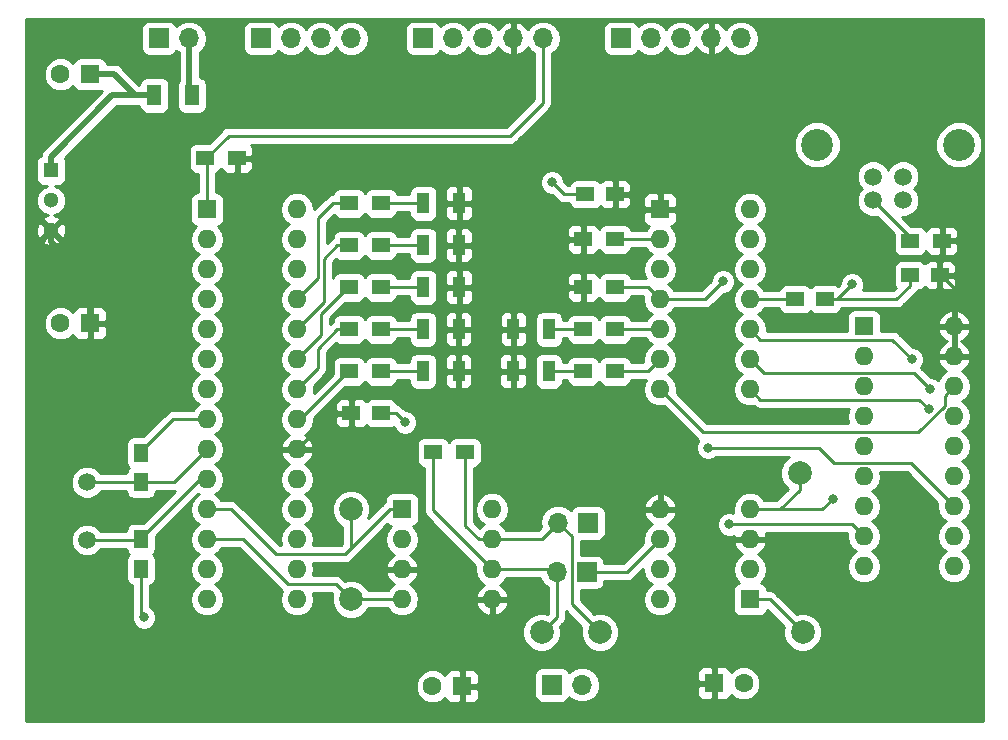
<source format=gtl>
G04 #@! TF.GenerationSoftware,KiCad,Pcbnew,(5.0.0-3-g5ebb6b6)*
G04 #@! TF.CreationDate,2018-09-15T08:18:07-04:00*
G04 #@! TF.ProjectId,picdev,7069636465762E6B696361645F706362,rev?*
G04 #@! TF.SameCoordinates,Original*
G04 #@! TF.FileFunction,Copper,L1,Top,Signal*
G04 #@! TF.FilePolarity,Positive*
%FSLAX46Y46*%
G04 Gerber Fmt 4.6, Leading zero omitted, Abs format (unit mm)*
G04 Created by KiCad (PCBNEW (5.0.0-3-g5ebb6b6)) date Saturday, September 15, 2018 at 08:18:07 AM*
%MOMM*%
%LPD*%
G01*
G04 APERTURE LIST*
G04 #@! TA.AperFunction,SMDPad,CuDef*
%ADD10R,1.500000X1.300000*%
G04 #@! TD*
G04 #@! TA.AperFunction,ComponentPad*
%ADD11R,1.600000X1.600000*%
G04 #@! TD*
G04 #@! TA.AperFunction,ComponentPad*
%ADD12O,1.600000X1.600000*%
G04 #@! TD*
G04 #@! TA.AperFunction,WasherPad*
%ADD13C,2.000000*%
G04 #@! TD*
G04 #@! TA.AperFunction,ComponentPad*
%ADD14R,1.700000X1.700000*%
G04 #@! TD*
G04 #@! TA.AperFunction,ComponentPad*
%ADD15O,1.700000X1.700000*%
G04 #@! TD*
G04 #@! TA.AperFunction,ComponentPad*
%ADD16C,1.600000*%
G04 #@! TD*
G04 #@! TA.AperFunction,SMDPad,CuDef*
%ADD17R,1.500000X1.250000*%
G04 #@! TD*
G04 #@! TA.AperFunction,SMDPad,CuDef*
%ADD18R,1.250000X1.500000*%
G04 #@! TD*
G04 #@! TA.AperFunction,ComponentPad*
%ADD19C,1.520000*%
G04 #@! TD*
G04 #@! TA.AperFunction,ComponentPad*
%ADD20C,2.700000*%
G04 #@! TD*
G04 #@! TA.AperFunction,ComponentPad*
%ADD21C,1.500000*%
G04 #@! TD*
G04 #@! TA.AperFunction,SMDPad,CuDef*
%ADD22R,1.245000X1.800000*%
G04 #@! TD*
G04 #@! TA.AperFunction,SMDPad,CuDef*
%ADD23R,1.070000X1.800000*%
G04 #@! TD*
G04 #@! TA.AperFunction,ComponentPad*
%ADD24C,1.300000*%
G04 #@! TD*
G04 #@! TA.AperFunction,ComponentPad*
%ADD25R,1.300000X1.300000*%
G04 #@! TD*
G04 #@! TA.AperFunction,ViaPad*
%ADD26C,0.800000*%
G04 #@! TD*
G04 #@! TA.AperFunction,Conductor*
%ADD27C,0.254000*%
G04 #@! TD*
G04 #@! TA.AperFunction,Conductor*
%ADD28C,0.508000*%
G04 #@! TD*
G04 APERTURE END LIST*
D10*
G04 #@! TO.P,R1,2*
G04 #@! TO.N,/PIC18F26K83/CANL*
X155288000Y-86360000D03*
G04 #@! TO.P,R1,1*
G04 #@! TO.N,/PIC18F26K83/CANH*
X157988000Y-86360000D03*
G04 #@! TD*
D11*
G04 #@! TO.P,U5,1*
G04 #@! TO.N,/PIC18F26K83/CAN_TX*
X152654000Y-91186000D03*
D12*
G04 #@! TO.P,U5,5*
G04 #@! TO.N,+5V*
X160274000Y-98806000D03*
G04 #@! TO.P,U5,2*
G04 #@! TO.N,GND*
X152654000Y-93726000D03*
G04 #@! TO.P,U5,6*
G04 #@! TO.N,/PIC18F26K83/CANL*
X160274000Y-96266000D03*
G04 #@! TO.P,U5,3*
G04 #@! TO.N,+5V*
X152654000Y-96266000D03*
G04 #@! TO.P,U5,7*
G04 #@! TO.N,/PIC18F26K83/CANH*
X160274000Y-93726000D03*
G04 #@! TO.P,U5,4*
G04 #@! TO.N,/PIC18F26K83/CAN_RX*
X152654000Y-98806000D03*
G04 #@! TO.P,U5,8*
G04 #@! TO.N,GND*
X160274000Y-91186000D03*
G04 #@! TD*
D13*
G04 #@! TO.P,TP3,1*
G04 #@! TO.N,Net-(TP3-Pad1)*
X186563000Y-101600000D03*
G04 #@! TD*
G04 #@! TO.P,TP2,1*
G04 #@! TO.N,/PIC18F26K83/CANL*
X164465000Y-101600000D03*
G04 #@! TD*
G04 #@! TO.P,TP4,1*
G04 #@! TO.N,Net-(TP4-Pad1)*
X186309000Y-88138000D03*
G04 #@! TD*
G04 #@! TO.P,TP5,1*
G04 #@! TO.N,/PIC18F26K83/CAN_TX*
X148336000Y-91186000D03*
G04 #@! TD*
G04 #@! TO.P,TP6,1*
G04 #@! TO.N,/PIC18F26K83/CAN_RX*
X148336000Y-98806000D03*
G04 #@! TD*
G04 #@! TO.P,TP1,1*
G04 #@! TO.N,/PIC18F26K83/CANH*
X169418000Y-101600000D03*
G04 #@! TD*
D14*
G04 #@! TO.P,JP2,1*
G04 #@! TO.N,/PIC16F1455/CANL*
X168275000Y-96520000D03*
D15*
G04 #@! TO.P,JP2,2*
G04 #@! TO.N,/PIC18F26K83/CANL*
X165735000Y-96520000D03*
G04 #@! TD*
G04 #@! TO.P,JP1,2*
G04 #@! TO.N,/PIC18F26K83/CANH*
X165862000Y-92329000D03*
D14*
G04 #@! TO.P,JP1,1*
G04 #@! TO.N,/PIC16F1455/CANH*
X168402000Y-92329000D03*
G04 #@! TD*
D16*
G04 #@! TO.P,C1,2*
G04 #@! TO.N,GND*
X123738000Y-54356000D03*
D11*
G04 #@! TO.P,C1,1*
G04 #@! TO.N,Net-(C1-Pad1)*
X126238000Y-54356000D03*
G04 #@! TD*
G04 #@! TO.P,C2,1*
G04 #@! TO.N,+5V*
X126238000Y-75438000D03*
D16*
G04 #@! TO.P,C2,2*
G04 #@! TO.N,GND*
X123738000Y-75438000D03*
G04 #@! TD*
G04 #@! TO.P,C4,2*
G04 #@! TO.N,GND*
X181570000Y-105918000D03*
D11*
G04 #@! TO.P,C4,1*
G04 #@! TO.N,+5V*
X179070000Y-105918000D03*
G04 #@! TD*
G04 #@! TO.P,C8,1*
G04 #@! TO.N,+5V*
X157734000Y-106172000D03*
D16*
G04 #@! TO.P,C8,2*
G04 #@! TO.N,GND*
X155234000Y-106172000D03*
G04 #@! TD*
D17*
G04 #@! TO.P,C3,1*
G04 #@! TO.N,Net-(C3-Pad1)*
X185948000Y-73406000D03*
G04 #@! TO.P,C3,2*
G04 #@! TO.N,GND*
X188448000Y-73406000D03*
G04 #@! TD*
G04 #@! TO.P,C5,2*
G04 #@! TO.N,GND*
X168188000Y-64516000D03*
G04 #@! TO.P,C5,1*
G04 #@! TO.N,+5V*
X170688000Y-64516000D03*
G04 #@! TD*
G04 #@! TO.P,C6,1*
G04 #@! TO.N,+5V*
X198174000Y-71374000D03*
G04 #@! TO.P,C6,2*
G04 #@! TO.N,GND*
X195674000Y-71374000D03*
G04 #@! TD*
G04 #@! TO.P,C7,2*
G04 #@! TO.N,+5V*
X148376000Y-83058000D03*
G04 #@! TO.P,C7,1*
G04 #@! TO.N,GND*
X150876000Y-83058000D03*
G04 #@! TD*
D18*
G04 #@! TO.P,C9,1*
G04 #@! TO.N,/PIC18F26K83/OSC1*
X130556000Y-88900000D03*
G04 #@! TO.P,C9,2*
G04 #@! TO.N,GND*
X130556000Y-86400000D03*
G04 #@! TD*
G04 #@! TO.P,C10,2*
G04 #@! TO.N,GND*
X130556000Y-96226000D03*
G04 #@! TO.P,C10,1*
G04 #@! TO.N,/PIC18F26K83/OSC2*
X130556000Y-93726000D03*
G04 #@! TD*
D19*
G04 #@! TO.P,J5,2*
G04 #@! TO.N,/PIC16F1455/USB_D-*
X195072000Y-65024000D03*
G04 #@! TO.P,J5,1*
G04 #@! TO.N,Net-(J5-Pad1)*
X192532000Y-65024000D03*
G04 #@! TO.P,J5,4*
G04 #@! TO.N,GND*
X192532000Y-63024000D03*
G04 #@! TO.P,J5,3*
G04 #@! TO.N,/PIC16F1455/USB_D+*
X195072000Y-63024000D03*
D20*
G04 #@! TO.P,J5,5*
G04 #@! TO.N,GND*
X199802000Y-60324000D03*
X187802000Y-60324000D03*
G04 #@! TD*
D21*
G04 #@! TO.P,Y1,1*
G04 #@! TO.N,/PIC18F26K83/OSC1*
X125984000Y-88900000D03*
G04 #@! TO.P,Y1,2*
G04 #@! TO.N,/PIC18F26K83/OSC2*
X125984000Y-93780000D03*
G04 #@! TD*
D22*
G04 #@! TO.P,F1,1*
G04 #@! TO.N,Net-(F1-Pad1)*
X134874000Y-56134000D03*
G04 #@! TO.P,F1,2*
G04 #@! TO.N,Net-(C1-Pad1)*
X131689000Y-56134000D03*
G04 #@! TD*
D12*
G04 #@! TO.P,U3,14*
G04 #@! TO.N,GND*
X182118000Y-65786000D03*
G04 #@! TO.P,U3,7*
G04 #@! TO.N,/PIC16F1455/CS*
X174498000Y-81026000D03*
G04 #@! TO.P,U3,13*
G04 #@! TO.N,/PIC16F1455/USB_D+*
X182118000Y-68326000D03*
G04 #@! TO.P,U3,6*
G04 #@! TO.N,Net-(R4-Pad2)*
X174498000Y-78486000D03*
G04 #@! TO.P,U3,12*
G04 #@! TO.N,/PIC16F1455/USB_D-*
X182118000Y-70866000D03*
G04 #@! TO.P,U3,5*
G04 #@! TO.N,Net-(R5-Pad2)*
X174498000Y-75946000D03*
G04 #@! TO.P,U3,11*
G04 #@! TO.N,Net-(C3-Pad1)*
X182118000Y-73406000D03*
G04 #@! TO.P,U3,4*
G04 #@! TO.N,/PIC16F1455/~MCLR*
X174498000Y-73406000D03*
G04 #@! TO.P,U3,10*
G04 #@! TO.N,/PIC16F1455/ICSPDAT*
X182118000Y-75946000D03*
G04 #@! TO.P,U3,3*
G04 #@! TO.N,/PIC16F1455/CLKOUT*
X174498000Y-70866000D03*
G04 #@! TO.P,U3,9*
G04 #@! TO.N,/PIC16F1455/ICSPCLK*
X182118000Y-78486000D03*
G04 #@! TO.P,U3,2*
G04 #@! TO.N,/PIC16F1455/CAN_INT*
X174498000Y-68326000D03*
G04 #@! TO.P,U3,8*
G04 #@! TO.N,/PIC16F1455/MOSI*
X182118000Y-81026000D03*
D11*
G04 #@! TO.P,U3,1*
G04 #@! TO.N,+5V*
X174498000Y-65786000D03*
G04 #@! TD*
D12*
G04 #@! TO.P,U4,18*
G04 #@! TO.N,+5V*
X199390000Y-75692000D03*
G04 #@! TO.P,U4,9*
G04 #@! TO.N,GND*
X191770000Y-96012000D03*
G04 #@! TO.P,U4,17*
G04 #@! TO.N,+5V*
X199390000Y-78232000D03*
G04 #@! TO.P,U4,8*
G04 #@! TO.N,/PIC16F1455/CLKOUT*
X191770000Y-93472000D03*
G04 #@! TO.P,U4,16*
G04 #@! TO.N,/PIC16F1455/CS*
X199390000Y-80772000D03*
G04 #@! TO.P,U4,7*
G04 #@! TO.N,Net-(U4-Pad7)*
X191770000Y-90932000D03*
G04 #@! TO.P,U4,15*
G04 #@! TO.N,/PIC16F1455/ICSPCLK*
X199390000Y-83312000D03*
G04 #@! TO.P,U4,6*
G04 #@! TO.N,Net-(U4-Pad6)*
X191770000Y-88392000D03*
G04 #@! TO.P,U4,14*
G04 #@! TO.N,/PIC16F1455/MOSI*
X199390000Y-85852000D03*
G04 #@! TO.P,U4,5*
G04 #@! TO.N,Net-(U4-Pad5)*
X191770000Y-85852000D03*
G04 #@! TO.P,U4,13*
G04 #@! TO.N,/PIC16F1455/ICSPDAT*
X199390000Y-88392000D03*
G04 #@! TO.P,U4,4*
G04 #@! TO.N,Net-(U4-Pad4)*
X191770000Y-83312000D03*
G04 #@! TO.P,U4,12*
G04 #@! TO.N,/PIC16F1455/CAN_INT*
X199390000Y-90932000D03*
G04 #@! TO.P,U4,3*
G04 #@! TO.N,Net-(U4-Pad3)*
X191770000Y-80772000D03*
G04 #@! TO.P,U4,11*
G04 #@! TO.N,Net-(U4-Pad11)*
X199390000Y-93472000D03*
G04 #@! TO.P,U4,2*
G04 #@! TO.N,Net-(TP4-Pad1)*
X191770000Y-78232000D03*
G04 #@! TO.P,U4,10*
G04 #@! TO.N,Net-(U4-Pad10)*
X199390000Y-96012000D03*
D11*
G04 #@! TO.P,U4,1*
G04 #@! TO.N,Net-(TP3-Pad1)*
X191770000Y-75692000D03*
G04 #@! TD*
D12*
G04 #@! TO.P,U6,28*
G04 #@! TO.N,/PIC18F26K83/ICSPDAT*
X143764000Y-65786000D03*
G04 #@! TO.P,U6,14*
G04 #@! TO.N,Net-(U6-Pad14)*
X136144000Y-98806000D03*
G04 #@! TO.P,U6,27*
G04 #@! TO.N,/PIC18F26K83/ICSPCLK*
X143764000Y-68326000D03*
G04 #@! TO.P,U6,13*
G04 #@! TO.N,Net-(U6-Pad13)*
X136144000Y-96266000D03*
G04 #@! TO.P,U6,26*
G04 #@! TO.N,Net-(U6-Pad26)*
X143764000Y-70866000D03*
G04 #@! TO.P,U6,12*
G04 #@! TO.N,/PIC18F26K83/CAN_RX*
X136144000Y-93726000D03*
G04 #@! TO.P,U6,25*
G04 #@! TO.N,Net-(R7-Pad2)*
X143764000Y-73406000D03*
G04 #@! TO.P,U6,11*
G04 #@! TO.N,/PIC18F26K83/CAN_TX*
X136144000Y-91186000D03*
G04 #@! TO.P,U6,24*
G04 #@! TO.N,Net-(R8-Pad2)*
X143764000Y-75946000D03*
G04 #@! TO.P,U6,10*
G04 #@! TO.N,/PIC18F26K83/OSC2*
X136144000Y-88646000D03*
G04 #@! TO.P,U6,23*
G04 #@! TO.N,Net-(R9-Pad2)*
X143764000Y-78486000D03*
G04 #@! TO.P,U6,9*
G04 #@! TO.N,/PIC18F26K83/OSC1*
X136144000Y-86106000D03*
G04 #@! TO.P,U6,22*
G04 #@! TO.N,Net-(R10-Pad2)*
X143764000Y-81026000D03*
G04 #@! TO.P,U6,8*
G04 #@! TO.N,GND*
X136144000Y-83566000D03*
G04 #@! TO.P,U6,21*
G04 #@! TO.N,Net-(R11-Pad2)*
X143764000Y-83566000D03*
G04 #@! TO.P,U6,7*
G04 #@! TO.N,Net-(U6-Pad7)*
X136144000Y-81026000D03*
G04 #@! TO.P,U6,20*
G04 #@! TO.N,+5V*
X143764000Y-86106000D03*
G04 #@! TO.P,U6,6*
G04 #@! TO.N,Net-(U6-Pad6)*
X136144000Y-78486000D03*
G04 #@! TO.P,U6,19*
G04 #@! TO.N,GND*
X143764000Y-88646000D03*
G04 #@! TO.P,U6,5*
G04 #@! TO.N,Net-(J6-Pad4)*
X136144000Y-75946000D03*
G04 #@! TO.P,U6,18*
G04 #@! TO.N,Net-(U6-Pad18)*
X143764000Y-91186000D03*
G04 #@! TO.P,U6,4*
G04 #@! TO.N,Net-(J6-Pad3)*
X136144000Y-73406000D03*
G04 #@! TO.P,U6,17*
G04 #@! TO.N,Net-(U6-Pad17)*
X143764000Y-93726000D03*
G04 #@! TO.P,U6,3*
G04 #@! TO.N,Net-(J6-Pad2)*
X136144000Y-70866000D03*
G04 #@! TO.P,U6,16*
G04 #@! TO.N,Net-(U6-Pad16)*
X143764000Y-96266000D03*
G04 #@! TO.P,U6,2*
G04 #@! TO.N,Net-(J6-Pad1)*
X136144000Y-68326000D03*
G04 #@! TO.P,U6,15*
G04 #@! TO.N,Net-(U6-Pad15)*
X143764000Y-98806000D03*
D11*
G04 #@! TO.P,U6,1*
G04 #@! TO.N,/PIC18F26K83/~MCLR*
X136144000Y-65786000D03*
G04 #@! TD*
D12*
G04 #@! TO.P,U2,8*
G04 #@! TO.N,GND*
X174498000Y-98806000D03*
G04 #@! TO.P,U2,4*
G04 #@! TO.N,Net-(TP4-Pad1)*
X182118000Y-91186000D03*
G04 #@! TO.P,U2,7*
G04 #@! TO.N,/PIC16F1455/CANH*
X174498000Y-96266000D03*
G04 #@! TO.P,U2,3*
G04 #@! TO.N,+5V*
X182118000Y-93726000D03*
G04 #@! TO.P,U2,6*
G04 #@! TO.N,/PIC16F1455/CANL*
X174498000Y-93726000D03*
G04 #@! TO.P,U2,2*
G04 #@! TO.N,GND*
X182118000Y-96266000D03*
G04 #@! TO.P,U2,5*
G04 #@! TO.N,+5V*
X174498000Y-91186000D03*
D11*
G04 #@! TO.P,U2,1*
G04 #@! TO.N,Net-(TP3-Pad1)*
X182118000Y-98806000D03*
G04 #@! TD*
D23*
G04 #@! TO.P,D7,1*
G04 #@! TO.N,Net-(D7-Pad1)*
X154432000Y-79502000D03*
G04 #@! TO.P,D7,2*
G04 #@! TO.N,+5V*
X157442000Y-79502000D03*
G04 #@! TD*
G04 #@! TO.P,D6,2*
G04 #@! TO.N,+5V*
X157442000Y-75946000D03*
G04 #@! TO.P,D6,1*
G04 #@! TO.N,Net-(D6-Pad1)*
X154432000Y-75946000D03*
G04 #@! TD*
G04 #@! TO.P,D5,1*
G04 #@! TO.N,Net-(D5-Pad1)*
X154470000Y-72390000D03*
G04 #@! TO.P,D5,2*
G04 #@! TO.N,+5V*
X157480000Y-72390000D03*
G04 #@! TD*
G04 #@! TO.P,D4,2*
G04 #@! TO.N,+5V*
X157461000Y-68834000D03*
G04 #@! TO.P,D4,1*
G04 #@! TO.N,Net-(D4-Pad1)*
X154451000Y-68834000D03*
G04 #@! TD*
G04 #@! TO.P,D3,1*
G04 #@! TO.N,Net-(D3-Pad1)*
X154470000Y-65278000D03*
G04 #@! TO.P,D3,2*
G04 #@! TO.N,+5V*
X157480000Y-65278000D03*
G04 #@! TD*
G04 #@! TO.P,D2,2*
G04 #@! TO.N,+5V*
X162090000Y-75946000D03*
G04 #@! TO.P,D2,1*
G04 #@! TO.N,Net-(D2-Pad1)*
X165100000Y-75946000D03*
G04 #@! TD*
G04 #@! TO.P,D1,1*
G04 #@! TO.N,Net-(D1-Pad1)*
X165062000Y-79502000D03*
G04 #@! TO.P,D1,2*
G04 #@! TO.N,+5V*
X162052000Y-79502000D03*
G04 #@! TD*
D24*
G04 #@! TO.P,U1,3*
G04 #@! TO.N,+5V*
X122936000Y-67564000D03*
D25*
G04 #@! TO.P,U1,1*
G04 #@! TO.N,Net-(C1-Pad1)*
X122936000Y-62484000D03*
D24*
G04 #@! TO.P,U1,2*
G04 #@! TO.N,GND*
X122936000Y-65024000D03*
G04 #@! TD*
D14*
G04 #@! TO.P,J1,1*
G04 #@! TO.N,GND*
X132080000Y-51308000D03*
D15*
G04 #@! TO.P,J1,2*
G04 #@! TO.N,Net-(F1-Pad1)*
X134620000Y-51308000D03*
G04 #@! TD*
G04 #@! TO.P,J4,2*
G04 #@! TO.N,/PIC16F1455/CANH*
X167894000Y-106045000D03*
D14*
G04 #@! TO.P,J4,1*
G04 #@! TO.N,/PIC16F1455/CANL*
X165354000Y-106045000D03*
G04 #@! TD*
D15*
G04 #@! TO.P,J6,4*
G04 #@! TO.N,Net-(J6-Pad4)*
X148336000Y-51308000D03*
G04 #@! TO.P,J6,3*
G04 #@! TO.N,Net-(J6-Pad3)*
X145796000Y-51308000D03*
G04 #@! TO.P,J6,2*
G04 #@! TO.N,Net-(J6-Pad2)*
X143256000Y-51308000D03*
D14*
G04 #@! TO.P,J6,1*
G04 #@! TO.N,Net-(J6-Pad1)*
X140716000Y-51308000D03*
G04 #@! TD*
G04 #@! TO.P,J3,1*
G04 #@! TO.N,/PIC18F26K83/ICSPCLK*
X154432000Y-51308000D03*
D15*
G04 #@! TO.P,J3,2*
G04 #@! TO.N,/PIC18F26K83/ICSPDAT*
X156972000Y-51308000D03*
G04 #@! TO.P,J3,3*
G04 #@! TO.N,GND*
X159512000Y-51308000D03*
G04 #@! TO.P,J3,4*
G04 #@! TO.N,+5V*
X162052000Y-51308000D03*
G04 #@! TO.P,J3,5*
G04 #@! TO.N,/PIC18F26K83/~MCLR*
X164592000Y-51308000D03*
G04 #@! TD*
G04 #@! TO.P,J2,5*
G04 #@! TO.N,/PIC16F1455/~MCLR*
X181356000Y-51308000D03*
G04 #@! TO.P,J2,4*
G04 #@! TO.N,+5V*
X178816000Y-51308000D03*
G04 #@! TO.P,J2,3*
G04 #@! TO.N,GND*
X176276000Y-51308000D03*
G04 #@! TO.P,J2,2*
G04 #@! TO.N,/PIC16F1455/ICSPDAT*
X173736000Y-51308000D03*
D14*
G04 #@! TO.P,J2,1*
G04 #@! TO.N,/PIC16F1455/ICSPCLK*
X171196000Y-51308000D03*
G04 #@! TD*
D10*
G04 #@! TO.P,R12,1*
G04 #@! TO.N,+5V*
X198374000Y-68453000D03*
G04 #@! TO.P,R12,2*
G04 #@! TO.N,Net-(J5-Pad1)*
X195674000Y-68453000D03*
G04 #@! TD*
G04 #@! TO.P,R11,2*
G04 #@! TO.N,Net-(R11-Pad2)*
X148176000Y-79502000D03*
G04 #@! TO.P,R11,1*
G04 #@! TO.N,Net-(D7-Pad1)*
X150876000Y-79502000D03*
G04 #@! TD*
G04 #@! TO.P,R10,1*
G04 #@! TO.N,Net-(D6-Pad1)*
X150876000Y-75946000D03*
G04 #@! TO.P,R10,2*
G04 #@! TO.N,Net-(R10-Pad2)*
X148176000Y-75946000D03*
G04 #@! TD*
G04 #@! TO.P,R9,2*
G04 #@! TO.N,Net-(R9-Pad2)*
X148176000Y-72390000D03*
G04 #@! TO.P,R9,1*
G04 #@! TO.N,Net-(D5-Pad1)*
X150876000Y-72390000D03*
G04 #@! TD*
G04 #@! TO.P,R8,1*
G04 #@! TO.N,Net-(D4-Pad1)*
X150876000Y-68834000D03*
G04 #@! TO.P,R8,2*
G04 #@! TO.N,Net-(R8-Pad2)*
X148176000Y-68834000D03*
G04 #@! TD*
G04 #@! TO.P,R7,2*
G04 #@! TO.N,Net-(R7-Pad2)*
X148176000Y-65278000D03*
G04 #@! TO.P,R7,1*
G04 #@! TO.N,Net-(D3-Pad1)*
X150876000Y-65278000D03*
G04 #@! TD*
G04 #@! TO.P,R6,1*
G04 #@! TO.N,+5V*
X138684000Y-61468000D03*
G04 #@! TO.P,R6,2*
G04 #@! TO.N,/PIC18F26K83/~MCLR*
X135984000Y-61468000D03*
G04 #@! TD*
G04 #@! TO.P,R5,2*
G04 #@! TO.N,Net-(R5-Pad2)*
X170688000Y-75946000D03*
G04 #@! TO.P,R5,1*
G04 #@! TO.N,Net-(D2-Pad1)*
X167988000Y-75946000D03*
G04 #@! TD*
G04 #@! TO.P,R4,1*
G04 #@! TO.N,Net-(D1-Pad1)*
X167988000Y-79502000D03*
G04 #@! TO.P,R4,2*
G04 #@! TO.N,Net-(R4-Pad2)*
X170688000Y-79502000D03*
G04 #@! TD*
G04 #@! TO.P,R3,2*
G04 #@! TO.N,/PIC16F1455/CAN_INT*
X170688000Y-68326000D03*
G04 #@! TO.P,R3,1*
G04 #@! TO.N,+5V*
X167988000Y-68326000D03*
G04 #@! TD*
G04 #@! TO.P,R2,1*
G04 #@! TO.N,+5V*
X167988000Y-72390000D03*
G04 #@! TO.P,R2,2*
G04 #@! TO.N,/PIC16F1455/~MCLR*
X170688000Y-72390000D03*
G04 #@! TD*
D26*
G04 #@! TO.N,Net-(TP4-Pad1)*
X189103000Y-90297000D03*
G04 #@! TO.N,/PIC16F1455/~MCLR*
X174498000Y-73406000D03*
X179832000Y-71882000D03*
G04 #@! TO.N,/PIC16F1455/CAN_INT*
X178562000Y-85979000D03*
G04 #@! TO.N,GND*
X130810000Y-100330000D03*
X165354000Y-63500000D03*
X190754000Y-72136000D03*
X152908000Y-83820000D03*
G04 #@! TO.N,/PIC16F1455/ICSPDAT*
X195834000Y-78486000D03*
G04 #@! TO.N,/PIC16F1455/ICSPCLK*
X197358000Y-81026000D03*
G04 #@! TO.N,/PIC16F1455/CLKOUT*
X180340000Y-92456006D03*
G04 #@! TO.N,/PIC16F1455/MOSI*
X197231000Y-82677000D03*
G04 #@! TD*
D27*
G04 #@! TO.N,/PIC16F1455/CANL*
X171704000Y-96520000D02*
X174498000Y-93726000D01*
X168275000Y-96520000D02*
X171704000Y-96520000D01*
G04 #@! TO.N,Net-(TP3-Pad1)*
X183769000Y-98806000D02*
X183261000Y-98806000D01*
X183769000Y-98806000D02*
X186563000Y-101600000D01*
X183769000Y-98806000D02*
X182118000Y-98806000D01*
G04 #@! TO.N,Net-(TP4-Pad1)*
X184392370Y-91186000D02*
X183261000Y-91186000D01*
X186309000Y-89552213D02*
X184675213Y-91186000D01*
X186309000Y-88138000D02*
X186309000Y-89552213D01*
X189103000Y-90297000D02*
X188214000Y-91186000D01*
X184531000Y-91186000D02*
X188214000Y-91186000D01*
X182118000Y-91186000D02*
X184531000Y-91186000D01*
X184531000Y-91186000D02*
X184675213Y-91186000D01*
G04 #@! TO.N,/PIC18F26K83/CAN_TX*
X136144000Y-91186000D02*
X138176000Y-91186000D01*
X138176000Y-91186000D02*
X141986000Y-94996000D01*
X151600000Y-91186000D02*
X152654000Y-91186000D01*
X141986000Y-94996000D02*
X147790000Y-94996000D01*
X148336000Y-94450000D02*
X147828000Y-94958000D01*
X148336000Y-91186000D02*
X148336000Y-94450000D01*
X147828000Y-94958000D02*
X151600000Y-91186000D01*
X147790000Y-94996000D02*
X147828000Y-94958000D01*
G04 #@! TO.N,/PIC18F26K83/CAN_RX*
X147066000Y-97536000D02*
X148336000Y-98806000D01*
X143002000Y-97536000D02*
X147066000Y-97536000D01*
X139192000Y-93726000D02*
X143002000Y-97536000D01*
X136144000Y-93726000D02*
X139192000Y-93726000D01*
X148336000Y-98806000D02*
X152654000Y-98806000D01*
D28*
G04 #@! TO.N,+5V*
X122936000Y-67564000D02*
X122936000Y-68580000D01*
X126238000Y-71882000D02*
X126238000Y-75438000D01*
X122936000Y-68580000D02*
X126238000Y-71882000D01*
D27*
X146812000Y-83058000D02*
X148376000Y-83058000D01*
X143764000Y-86106000D02*
X146812000Y-83058000D01*
X199390000Y-72465000D02*
X198299000Y-71374000D01*
X198299000Y-71374000D02*
X198174000Y-71374000D01*
X199390000Y-75692000D02*
X199390000Y-72465000D01*
G04 #@! TO.N,/PIC16F1455/~MCLR*
X173482000Y-72390000D02*
X174498000Y-73406000D01*
X170688000Y-72390000D02*
X173482000Y-72390000D01*
X178308000Y-73406000D02*
X179832000Y-71882000D01*
X174498000Y-73406000D02*
X178308000Y-73406000D01*
G04 #@! TO.N,/PIC16F1455/CAN_INT*
X170688000Y-68326000D02*
X174498000Y-68326000D01*
X198590001Y-90132001D02*
X199390000Y-90932000D01*
X195722999Y-87264999D02*
X189245999Y-87264999D01*
X199390000Y-90932000D02*
X195722999Y-87264999D01*
X187960000Y-85979000D02*
X178562000Y-85979000D01*
X189245999Y-87264999D02*
X187960000Y-85979000D01*
G04 #@! TO.N,Net-(D1-Pad1)*
X165851000Y-79502000D02*
X167988000Y-79502000D01*
X165062000Y-79502000D02*
X165851000Y-79502000D01*
G04 #@! TO.N,Net-(R4-Pad2)*
X173482000Y-79502000D02*
X174498000Y-78486000D01*
X170688000Y-79502000D02*
X173482000Y-79502000D01*
G04 #@! TO.N,Net-(R5-Pad2)*
X171692000Y-75946000D02*
X174498000Y-75946000D01*
X170688000Y-75946000D02*
X171692000Y-75946000D01*
G04 #@! TO.N,Net-(D2-Pad1)*
X165889000Y-75946000D02*
X167988000Y-75946000D01*
X165100000Y-75946000D02*
X165889000Y-75946000D01*
G04 #@! TO.N,/PIC18F26K83/~MCLR*
X136144000Y-61628000D02*
X135984000Y-61468000D01*
X136144000Y-65786000D02*
X136144000Y-61628000D01*
X136084000Y-61468000D02*
X137989000Y-59563000D01*
X135984000Y-61468000D02*
X136084000Y-61468000D01*
X137989000Y-59563000D02*
X161798000Y-59563000D01*
X164592000Y-56769000D02*
X164592000Y-51308000D01*
X161798000Y-59563000D02*
X164592000Y-56769000D01*
G04 #@! TO.N,Net-(R7-Pad2)*
X143764000Y-73406000D02*
X145542000Y-71628000D01*
X145542000Y-71628000D02*
X145542000Y-66548000D01*
X146812000Y-65278000D02*
X148176000Y-65278000D01*
X145542000Y-66548000D02*
X146812000Y-65278000D01*
G04 #@! TO.N,Net-(D3-Pad1)*
X150876000Y-65278000D02*
X154470000Y-65278000D01*
G04 #@! TO.N,Net-(D4-Pad1)*
X151880000Y-68834000D02*
X154451000Y-68834000D01*
X150876000Y-68834000D02*
X151880000Y-68834000D01*
G04 #@! TO.N,Net-(R8-Pad2)*
X147172000Y-68834000D02*
X146050000Y-69956000D01*
X148176000Y-68834000D02*
X147172000Y-68834000D01*
X146050000Y-73660000D02*
X143764000Y-75946000D01*
X146050000Y-69956000D02*
X146050000Y-73660000D01*
G04 #@! TO.N,Net-(R9-Pad2)*
X148076000Y-72390000D02*
X145796000Y-74670000D01*
X148176000Y-72390000D02*
X148076000Y-72390000D01*
X145796000Y-76454000D02*
X143764000Y-78486000D01*
X145796000Y-74670000D02*
X145796000Y-76454000D01*
G04 #@! TO.N,Net-(D5-Pad1)*
X150876000Y-72390000D02*
X154470000Y-72390000D01*
G04 #@! TO.N,Net-(D6-Pad1)*
X150876000Y-75946000D02*
X154432000Y-75946000D01*
G04 #@! TO.N,Net-(R10-Pad2)*
X147172000Y-75946000D02*
X145542000Y-77576000D01*
X148176000Y-75946000D02*
X147172000Y-75946000D01*
X145542000Y-79248000D02*
X143764000Y-81026000D01*
X145542000Y-77576000D02*
X145542000Y-79248000D01*
G04 #@! TO.N,Net-(R11-Pad2)*
X144012000Y-83566000D02*
X143764000Y-83566000D01*
X148076000Y-79502000D02*
X144012000Y-83566000D01*
X148176000Y-79502000D02*
X148076000Y-79502000D01*
G04 #@! TO.N,Net-(D7-Pad1)*
X150876000Y-79502000D02*
X154432000Y-79502000D01*
G04 #@! TO.N,Net-(J5-Pad1)*
X195674000Y-68166000D02*
X195674000Y-68453000D01*
X192532000Y-65024000D02*
X195674000Y-68166000D01*
G04 #@! TO.N,GND*
X135012630Y-83566000D02*
X136144000Y-83566000D01*
X133265000Y-83566000D02*
X135012630Y-83566000D01*
X130556000Y-86275000D02*
X133265000Y-83566000D01*
X130556000Y-86400000D02*
X130556000Y-86275000D01*
X130556000Y-100076000D02*
X130810000Y-100330000D01*
X130556000Y-96226000D02*
X130556000Y-100076000D01*
X166370000Y-64516000D02*
X165354000Y-63500000D01*
X168188000Y-64516000D02*
X166370000Y-64516000D01*
X195674000Y-72253000D02*
X195674000Y-71374000D01*
X194521000Y-73406000D02*
X195674000Y-72253000D01*
X188448000Y-73406000D02*
X194521000Y-73406000D01*
X189484000Y-73406000D02*
X190754000Y-72136000D01*
X188448000Y-73406000D02*
X189484000Y-73406000D01*
X152146000Y-83058000D02*
X152908000Y-83820000D01*
X150876000Y-83058000D02*
X152146000Y-83058000D01*
G04 #@! TO.N,/PIC16F1455/ICSPDAT*
X182991001Y-76819001D02*
X194167001Y-76819001D01*
X182118000Y-75946000D02*
X182991001Y-76819001D01*
X194167001Y-76819001D02*
X195834000Y-78486000D01*
G04 #@! TO.N,/PIC16F1455/ICSPCLK*
X195976999Y-79644999D02*
X197358000Y-81026000D01*
X183276999Y-79644999D02*
X195976999Y-79644999D01*
X182118000Y-78486000D02*
X183276999Y-79644999D01*
D28*
G04 #@! TO.N,Net-(F1-Pad1)*
X134620000Y-55880000D02*
X134874000Y-56134000D01*
X134620000Y-51308000D02*
X134620000Y-55880000D01*
G04 #@! TO.N,Net-(C1-Pad1)*
X131689000Y-56134000D02*
X130048000Y-56134000D01*
X128270000Y-54356000D02*
X126238000Y-54356000D01*
X130048000Y-56134000D02*
X128270000Y-54356000D01*
X128128000Y-56134000D02*
X131689000Y-56134000D01*
X122936000Y-61326000D02*
X128128000Y-56134000D01*
X122936000Y-62484000D02*
X122936000Y-61326000D01*
D27*
G04 #@! TO.N,/PIC18F26K83/OSC2*
X130502000Y-93780000D02*
X130556000Y-93726000D01*
X125984000Y-93780000D02*
X130502000Y-93780000D01*
X135511000Y-88646000D02*
X136144000Y-88646000D01*
X130556000Y-93601000D02*
X135511000Y-88646000D01*
X130556000Y-93726000D02*
X130556000Y-93601000D01*
G04 #@! TO.N,/PIC18F26K83/OSC1*
X125984000Y-88900000D02*
X130556000Y-88900000D01*
X133350000Y-88900000D02*
X136144000Y-86106000D01*
X130556000Y-88900000D02*
X133350000Y-88900000D01*
G04 #@! TO.N,/PIC16F1455/CLKOUT*
X180905685Y-92456006D02*
X180340000Y-92456006D01*
X190754006Y-92456006D02*
X180905685Y-92456006D01*
X191770000Y-93472000D02*
X190754006Y-92456006D01*
G04 #@! TO.N,/PIC16F1455/CS*
X174498000Y-81026000D02*
X178146002Y-84674002D01*
X198590001Y-81571999D02*
X199390000Y-80772000D01*
X198590001Y-82444037D02*
X198590001Y-81571999D01*
X196360036Y-84674002D02*
X198590001Y-82444037D01*
X196215000Y-84674002D02*
X196360036Y-84674002D01*
X178146002Y-84674002D02*
X196215000Y-84674002D01*
X196215000Y-84674002D02*
X196309962Y-84674002D01*
G04 #@! TO.N,/PIC16F1455/MOSI*
X182991001Y-81899001D02*
X196453001Y-81899001D01*
X182118000Y-81026000D02*
X182991001Y-81899001D01*
X196453001Y-81899001D02*
X197231000Y-82677000D01*
G04 #@! TO.N,Net-(C3-Pad1)*
X182118000Y-73406000D02*
X185948000Y-73406000D01*
G04 #@! TO.N,/PIC18F26K83/CANH*
X164465000Y-93726000D02*
X165862000Y-92329000D01*
X160274000Y-93726000D02*
X164465000Y-93726000D01*
X167005000Y-93472000D02*
X165862000Y-92329000D01*
X167005000Y-99187000D02*
X167005000Y-93472000D01*
X169418000Y-101600000D02*
X167005000Y-99187000D01*
X157988000Y-87264000D02*
X157988000Y-86360000D01*
X157988000Y-92571370D02*
X157988000Y-87264000D01*
X159142630Y-93726000D02*
X157988000Y-92571370D01*
X160274000Y-93726000D02*
X159142630Y-93726000D01*
G04 #@! TO.N,/PIC18F26K83/CANL*
X165481000Y-96266000D02*
X165735000Y-96520000D01*
X160274000Y-96266000D02*
X165481000Y-96266000D01*
X165735000Y-100330000D02*
X164465000Y-101600000D01*
X165735000Y-96520000D02*
X165735000Y-100330000D01*
X155288000Y-91280000D02*
X155288000Y-86360000D01*
X160274000Y-96266000D02*
X155288000Y-91280000D01*
G04 #@! TD*
G04 #@! TO.N,+5V*
G36*
X201803000Y-109093000D02*
X120777000Y-109093000D01*
X120777000Y-105886561D01*
X153799000Y-105886561D01*
X153799000Y-106457439D01*
X154017466Y-106984862D01*
X154421138Y-107388534D01*
X154948561Y-107607000D01*
X155519439Y-107607000D01*
X156046862Y-107388534D01*
X156310155Y-107125241D01*
X156395673Y-107331699D01*
X156574302Y-107510327D01*
X156807691Y-107607000D01*
X157448250Y-107607000D01*
X157607000Y-107448250D01*
X157607000Y-106299000D01*
X157861000Y-106299000D01*
X157861000Y-107448250D01*
X158019750Y-107607000D01*
X158660309Y-107607000D01*
X158893698Y-107510327D01*
X159072327Y-107331699D01*
X159169000Y-107098310D01*
X159169000Y-106457750D01*
X159010250Y-106299000D01*
X157861000Y-106299000D01*
X157607000Y-106299000D01*
X157587000Y-106299000D01*
X157587000Y-106045000D01*
X157607000Y-106045000D01*
X157607000Y-104895750D01*
X157861000Y-104895750D01*
X157861000Y-106045000D01*
X159010250Y-106045000D01*
X159169000Y-105886250D01*
X159169000Y-105245690D01*
X159148004Y-105195000D01*
X163856560Y-105195000D01*
X163856560Y-106895000D01*
X163905843Y-107142765D01*
X164046191Y-107352809D01*
X164256235Y-107493157D01*
X164504000Y-107542440D01*
X166204000Y-107542440D01*
X166451765Y-107493157D01*
X166661809Y-107352809D01*
X166802157Y-107142765D01*
X166811184Y-107097381D01*
X166823375Y-107115625D01*
X167314582Y-107443839D01*
X167747744Y-107530000D01*
X168040256Y-107530000D01*
X168473418Y-107443839D01*
X168964625Y-107115625D01*
X169292839Y-106624418D01*
X169376514Y-106203750D01*
X177635000Y-106203750D01*
X177635000Y-106844310D01*
X177731673Y-107077699D01*
X177910302Y-107256327D01*
X178143691Y-107353000D01*
X178784250Y-107353000D01*
X178943000Y-107194250D01*
X178943000Y-106045000D01*
X177793750Y-106045000D01*
X177635000Y-106203750D01*
X169376514Y-106203750D01*
X169408092Y-106045000D01*
X169292839Y-105465582D01*
X168976195Y-104991690D01*
X177635000Y-104991690D01*
X177635000Y-105632250D01*
X177793750Y-105791000D01*
X178943000Y-105791000D01*
X178943000Y-104641750D01*
X179197000Y-104641750D01*
X179197000Y-105791000D01*
X179217000Y-105791000D01*
X179217000Y-106045000D01*
X179197000Y-106045000D01*
X179197000Y-107194250D01*
X179355750Y-107353000D01*
X179996309Y-107353000D01*
X180229698Y-107256327D01*
X180408327Y-107077699D01*
X180493845Y-106871241D01*
X180757138Y-107134534D01*
X181284561Y-107353000D01*
X181855439Y-107353000D01*
X182382862Y-107134534D01*
X182786534Y-106730862D01*
X183005000Y-106203439D01*
X183005000Y-105632561D01*
X182786534Y-105105138D01*
X182382862Y-104701466D01*
X181855439Y-104483000D01*
X181284561Y-104483000D01*
X180757138Y-104701466D01*
X180493845Y-104964759D01*
X180408327Y-104758301D01*
X180229698Y-104579673D01*
X179996309Y-104483000D01*
X179355750Y-104483000D01*
X179197000Y-104641750D01*
X178943000Y-104641750D01*
X178784250Y-104483000D01*
X178143691Y-104483000D01*
X177910302Y-104579673D01*
X177731673Y-104758301D01*
X177635000Y-104991690D01*
X168976195Y-104991690D01*
X168964625Y-104974375D01*
X168473418Y-104646161D01*
X168040256Y-104560000D01*
X167747744Y-104560000D01*
X167314582Y-104646161D01*
X166823375Y-104974375D01*
X166811184Y-104992619D01*
X166802157Y-104947235D01*
X166661809Y-104737191D01*
X166451765Y-104596843D01*
X166204000Y-104547560D01*
X164504000Y-104547560D01*
X164256235Y-104596843D01*
X164046191Y-104737191D01*
X163905843Y-104947235D01*
X163856560Y-105195000D01*
X159148004Y-105195000D01*
X159072327Y-105012301D01*
X158893698Y-104833673D01*
X158660309Y-104737000D01*
X158019750Y-104737000D01*
X157861000Y-104895750D01*
X157607000Y-104895750D01*
X157448250Y-104737000D01*
X156807691Y-104737000D01*
X156574302Y-104833673D01*
X156395673Y-105012301D01*
X156310155Y-105218759D01*
X156046862Y-104955466D01*
X155519439Y-104737000D01*
X154948561Y-104737000D01*
X154421138Y-104955466D01*
X154017466Y-105359138D01*
X153799000Y-105886561D01*
X120777000Y-105886561D01*
X120777000Y-88624506D01*
X124599000Y-88624506D01*
X124599000Y-89175494D01*
X124809853Y-89684540D01*
X125199460Y-90074147D01*
X125708506Y-90285000D01*
X126259494Y-90285000D01*
X126768540Y-90074147D01*
X127158147Y-89684540D01*
X127167483Y-89662000D01*
X129285947Y-89662000D01*
X129332843Y-89897765D01*
X129473191Y-90107809D01*
X129683235Y-90248157D01*
X129931000Y-90297440D01*
X131181000Y-90297440D01*
X131428765Y-90248157D01*
X131638809Y-90107809D01*
X131779157Y-89897765D01*
X131826053Y-89662000D01*
X133274957Y-89662000D01*
X133350000Y-89676927D01*
X133415464Y-89663905D01*
X130750810Y-92328560D01*
X129931000Y-92328560D01*
X129683235Y-92377843D01*
X129473191Y-92518191D01*
X129332843Y-92728235D01*
X129283560Y-92976000D01*
X129283560Y-93018000D01*
X127167483Y-93018000D01*
X127158147Y-92995460D01*
X126768540Y-92605853D01*
X126259494Y-92395000D01*
X125708506Y-92395000D01*
X125199460Y-92605853D01*
X124809853Y-92995460D01*
X124599000Y-93504506D01*
X124599000Y-94055494D01*
X124809853Y-94564540D01*
X125199460Y-94954147D01*
X125708506Y-95165000D01*
X126259494Y-95165000D01*
X126768540Y-94954147D01*
X127158147Y-94564540D01*
X127167483Y-94542000D01*
X129296688Y-94542000D01*
X129332843Y-94723765D01*
X129473191Y-94933809D01*
X129536334Y-94976000D01*
X129473191Y-95018191D01*
X129332843Y-95228235D01*
X129283560Y-95476000D01*
X129283560Y-96976000D01*
X129332843Y-97223765D01*
X129473191Y-97433809D01*
X129683235Y-97574157D01*
X129794000Y-97596189D01*
X129794001Y-100000952D01*
X129779073Y-100076000D01*
X129784219Y-100101870D01*
X129775000Y-100124126D01*
X129775000Y-100535874D01*
X129932569Y-100916280D01*
X130223720Y-101207431D01*
X130604126Y-101365000D01*
X131015874Y-101365000D01*
X131396280Y-101207431D01*
X131687431Y-100916280D01*
X131845000Y-100535874D01*
X131845000Y-100124126D01*
X131687431Y-99743720D01*
X131396280Y-99452569D01*
X131318000Y-99420144D01*
X131318000Y-97596189D01*
X131428765Y-97574157D01*
X131638809Y-97433809D01*
X131779157Y-97223765D01*
X131828440Y-96976000D01*
X131828440Y-95476000D01*
X131779157Y-95228235D01*
X131638809Y-95018191D01*
X131575666Y-94976000D01*
X131638809Y-94933809D01*
X131779157Y-94723765D01*
X131828440Y-94476000D01*
X131828440Y-93406190D01*
X135375960Y-89858671D01*
X135461758Y-89916000D01*
X135109423Y-90151423D01*
X134792260Y-90626091D01*
X134680887Y-91186000D01*
X134792260Y-91745909D01*
X135109423Y-92220577D01*
X135461758Y-92456000D01*
X135109423Y-92691423D01*
X134792260Y-93166091D01*
X134680887Y-93726000D01*
X134792260Y-94285909D01*
X135109423Y-94760577D01*
X135461758Y-94996000D01*
X135109423Y-95231423D01*
X134792260Y-95706091D01*
X134680887Y-96266000D01*
X134792260Y-96825909D01*
X135109423Y-97300577D01*
X135461758Y-97536000D01*
X135109423Y-97771423D01*
X134792260Y-98246091D01*
X134680887Y-98806000D01*
X134792260Y-99365909D01*
X135109423Y-99840577D01*
X135584091Y-100157740D01*
X136002667Y-100241000D01*
X136285333Y-100241000D01*
X136703909Y-100157740D01*
X137178577Y-99840577D01*
X137495740Y-99365909D01*
X137607113Y-98806000D01*
X137495740Y-98246091D01*
X137178577Y-97771423D01*
X136826242Y-97536000D01*
X137178577Y-97300577D01*
X137495740Y-96825909D01*
X137607113Y-96266000D01*
X137495740Y-95706091D01*
X137178577Y-95231423D01*
X136826242Y-94996000D01*
X137178577Y-94760577D01*
X137360707Y-94488000D01*
X138876370Y-94488000D01*
X142410117Y-98021748D01*
X142452629Y-98085371D01*
X142498963Y-98116330D01*
X142412260Y-98246091D01*
X142300887Y-98806000D01*
X142412260Y-99365909D01*
X142729423Y-99840577D01*
X143204091Y-100157740D01*
X143622667Y-100241000D01*
X143905333Y-100241000D01*
X144323909Y-100157740D01*
X144798577Y-99840577D01*
X145115740Y-99365909D01*
X145227113Y-98806000D01*
X145126065Y-98298000D01*
X146750370Y-98298000D01*
X146768995Y-98316625D01*
X146701000Y-98480778D01*
X146701000Y-99131222D01*
X146949914Y-99732153D01*
X147409847Y-100192086D01*
X148010778Y-100441000D01*
X148661222Y-100441000D01*
X149262153Y-100192086D01*
X149722086Y-99732153D01*
X149790080Y-99568000D01*
X151437293Y-99568000D01*
X151619423Y-99840577D01*
X152094091Y-100157740D01*
X152512667Y-100241000D01*
X152795333Y-100241000D01*
X153213909Y-100157740D01*
X153688577Y-99840577D01*
X154005740Y-99365909D01*
X154047684Y-99155039D01*
X158882096Y-99155039D01*
X159042959Y-99543423D01*
X159418866Y-99958389D01*
X159924959Y-100197914D01*
X160147000Y-100076629D01*
X160147000Y-98933000D01*
X160401000Y-98933000D01*
X160401000Y-100076629D01*
X160623041Y-100197914D01*
X161129134Y-99958389D01*
X161505041Y-99543423D01*
X161665904Y-99155039D01*
X161543915Y-98933000D01*
X160401000Y-98933000D01*
X160147000Y-98933000D01*
X159004085Y-98933000D01*
X158882096Y-99155039D01*
X154047684Y-99155039D01*
X154117113Y-98806000D01*
X154005740Y-98246091D01*
X153688577Y-97771423D01*
X153304892Y-97515053D01*
X153509134Y-97418389D01*
X153885041Y-97003423D01*
X154045904Y-96615039D01*
X153923915Y-96393000D01*
X152781000Y-96393000D01*
X152781000Y-96413000D01*
X152527000Y-96413000D01*
X152527000Y-96393000D01*
X151384085Y-96393000D01*
X151262096Y-96615039D01*
X151422959Y-97003423D01*
X151798866Y-97418389D01*
X152003108Y-97515053D01*
X151619423Y-97771423D01*
X151437293Y-98044000D01*
X149790080Y-98044000D01*
X149722086Y-97879847D01*
X149262153Y-97419914D01*
X148661222Y-97171000D01*
X148010778Y-97171000D01*
X147846625Y-97238995D01*
X147657883Y-97050253D01*
X147615371Y-96986629D01*
X147363317Y-96818212D01*
X147141048Y-96774000D01*
X147141043Y-96774000D01*
X147066000Y-96759073D01*
X146990957Y-96774000D01*
X145126065Y-96774000D01*
X145227113Y-96266000D01*
X145126065Y-95758000D01*
X147714957Y-95758000D01*
X147790000Y-95772927D01*
X147865043Y-95758000D01*
X147865048Y-95758000D01*
X148087317Y-95713788D01*
X148339371Y-95545371D01*
X148381884Y-95481746D01*
X148821747Y-95041883D01*
X148885371Y-94999371D01*
X148927883Y-94935747D01*
X151410357Y-92453274D01*
X151606235Y-92584157D01*
X151740106Y-92610785D01*
X151619423Y-92691423D01*
X151302260Y-93166091D01*
X151190887Y-93726000D01*
X151302260Y-94285909D01*
X151619423Y-94760577D01*
X152003108Y-95016947D01*
X151798866Y-95113611D01*
X151422959Y-95528577D01*
X151262096Y-95916961D01*
X151384085Y-96139000D01*
X152527000Y-96139000D01*
X152527000Y-96119000D01*
X152781000Y-96119000D01*
X152781000Y-96139000D01*
X153923915Y-96139000D01*
X154045904Y-95916961D01*
X153885041Y-95528577D01*
X153509134Y-95113611D01*
X153304892Y-95016947D01*
X153688577Y-94760577D01*
X154005740Y-94285909D01*
X154117113Y-93726000D01*
X154005740Y-93166091D01*
X153688577Y-92691423D01*
X153567894Y-92610785D01*
X153701765Y-92584157D01*
X153911809Y-92443809D01*
X154052157Y-92233765D01*
X154101440Y-91986000D01*
X154101440Y-90386000D01*
X154052157Y-90138235D01*
X153911809Y-89928191D01*
X153701765Y-89787843D01*
X153454000Y-89738560D01*
X151854000Y-89738560D01*
X151606235Y-89787843D01*
X151396191Y-89928191D01*
X151255843Y-90138235D01*
X151206560Y-90386000D01*
X151206560Y-90532439D01*
X151050629Y-90636629D01*
X151008118Y-90700251D01*
X149811089Y-91897280D01*
X149971000Y-91511222D01*
X149971000Y-90860778D01*
X149722086Y-90259847D01*
X149262153Y-89799914D01*
X148661222Y-89551000D01*
X148010778Y-89551000D01*
X147409847Y-89799914D01*
X146949914Y-90259847D01*
X146701000Y-90860778D01*
X146701000Y-91511222D01*
X146949914Y-92112153D01*
X147409847Y-92572086D01*
X147574000Y-92640081D01*
X147574001Y-94134369D01*
X147474370Y-94234000D01*
X145126065Y-94234000D01*
X145227113Y-93726000D01*
X145115740Y-93166091D01*
X144798577Y-92691423D01*
X144446242Y-92456000D01*
X144798577Y-92220577D01*
X145115740Y-91745909D01*
X145227113Y-91186000D01*
X145115740Y-90626091D01*
X144798577Y-90151423D01*
X144446242Y-89916000D01*
X144798577Y-89680577D01*
X145115740Y-89205909D01*
X145227113Y-88646000D01*
X145115740Y-88086091D01*
X144798577Y-87611423D01*
X144414892Y-87355053D01*
X144619134Y-87258389D01*
X144995041Y-86843423D01*
X145155904Y-86455039D01*
X145033915Y-86233000D01*
X143891000Y-86233000D01*
X143891000Y-86253000D01*
X143637000Y-86253000D01*
X143637000Y-86233000D01*
X142494085Y-86233000D01*
X142372096Y-86455039D01*
X142532959Y-86843423D01*
X142908866Y-87258389D01*
X143113108Y-87355053D01*
X142729423Y-87611423D01*
X142412260Y-88086091D01*
X142300887Y-88646000D01*
X142412260Y-89205909D01*
X142729423Y-89680577D01*
X143081758Y-89916000D01*
X142729423Y-90151423D01*
X142412260Y-90626091D01*
X142300887Y-91186000D01*
X142412260Y-91745909D01*
X142729423Y-92220577D01*
X143081758Y-92456000D01*
X142729423Y-92691423D01*
X142412260Y-93166091D01*
X142300887Y-93726000D01*
X142401935Y-94234000D01*
X142301631Y-94234000D01*
X138767883Y-90700253D01*
X138725371Y-90636629D01*
X138473317Y-90468212D01*
X138251048Y-90424000D01*
X138251043Y-90424000D01*
X138176000Y-90409073D01*
X138100957Y-90424000D01*
X137360707Y-90424000D01*
X137178577Y-90151423D01*
X136826242Y-89916000D01*
X137178577Y-89680577D01*
X137495740Y-89205909D01*
X137607113Y-88646000D01*
X137495740Y-88086091D01*
X137178577Y-87611423D01*
X136826242Y-87376000D01*
X137178577Y-87140577D01*
X137495740Y-86665909D01*
X137607113Y-86106000D01*
X137495740Y-85546091D01*
X137178577Y-85071423D01*
X136826242Y-84836000D01*
X137178577Y-84600577D01*
X137495740Y-84125909D01*
X137607113Y-83566000D01*
X137495740Y-83006091D01*
X137178577Y-82531423D01*
X136826242Y-82296000D01*
X137178577Y-82060577D01*
X137495740Y-81585909D01*
X137607113Y-81026000D01*
X137495740Y-80466091D01*
X137178577Y-79991423D01*
X136826242Y-79756000D01*
X137178577Y-79520577D01*
X137495740Y-79045909D01*
X137607113Y-78486000D01*
X137495740Y-77926091D01*
X137178577Y-77451423D01*
X136826242Y-77216000D01*
X137178577Y-76980577D01*
X137495740Y-76505909D01*
X137607113Y-75946000D01*
X137495740Y-75386091D01*
X137178577Y-74911423D01*
X136826242Y-74676000D01*
X137178577Y-74440577D01*
X137495740Y-73965909D01*
X137607113Y-73406000D01*
X137495740Y-72846091D01*
X137178577Y-72371423D01*
X136826242Y-72136000D01*
X137178577Y-71900577D01*
X137495740Y-71425909D01*
X137607113Y-70866000D01*
X137495740Y-70306091D01*
X137178577Y-69831423D01*
X136826242Y-69596000D01*
X137178577Y-69360577D01*
X137495740Y-68885909D01*
X137607113Y-68326000D01*
X137495740Y-67766091D01*
X137178577Y-67291423D01*
X137057894Y-67210785D01*
X137191765Y-67184157D01*
X137401809Y-67043809D01*
X137542157Y-66833765D01*
X137591440Y-66586000D01*
X137591440Y-65786000D01*
X142300887Y-65786000D01*
X142412260Y-66345909D01*
X142729423Y-66820577D01*
X143081758Y-67056000D01*
X142729423Y-67291423D01*
X142412260Y-67766091D01*
X142300887Y-68326000D01*
X142412260Y-68885909D01*
X142729423Y-69360577D01*
X143081758Y-69596000D01*
X142729423Y-69831423D01*
X142412260Y-70306091D01*
X142300887Y-70866000D01*
X142412260Y-71425909D01*
X142729423Y-71900577D01*
X143081758Y-72136000D01*
X142729423Y-72371423D01*
X142412260Y-72846091D01*
X142300887Y-73406000D01*
X142412260Y-73965909D01*
X142729423Y-74440577D01*
X143081758Y-74676000D01*
X142729423Y-74911423D01*
X142412260Y-75386091D01*
X142300887Y-75946000D01*
X142412260Y-76505909D01*
X142729423Y-76980577D01*
X143081758Y-77216000D01*
X142729423Y-77451423D01*
X142412260Y-77926091D01*
X142300887Y-78486000D01*
X142412260Y-79045909D01*
X142729423Y-79520577D01*
X143081758Y-79756000D01*
X142729423Y-79991423D01*
X142412260Y-80466091D01*
X142300887Y-81026000D01*
X142412260Y-81585909D01*
X142729423Y-82060577D01*
X143081758Y-82296000D01*
X142729423Y-82531423D01*
X142412260Y-83006091D01*
X142300887Y-83566000D01*
X142412260Y-84125909D01*
X142729423Y-84600577D01*
X143113108Y-84856947D01*
X142908866Y-84953611D01*
X142532959Y-85368577D01*
X142372096Y-85756961D01*
X142494085Y-85979000D01*
X143637000Y-85979000D01*
X143637000Y-85959000D01*
X143891000Y-85959000D01*
X143891000Y-85979000D01*
X145033915Y-85979000D01*
X145155904Y-85756961D01*
X145136454Y-85710000D01*
X153890560Y-85710000D01*
X153890560Y-87010000D01*
X153939843Y-87257765D01*
X154080191Y-87467809D01*
X154290235Y-87608157D01*
X154526001Y-87655053D01*
X154526000Y-91204957D01*
X154511073Y-91280000D01*
X154526000Y-91355043D01*
X154526000Y-91355047D01*
X154570212Y-91577316D01*
X154738629Y-91829371D01*
X154802253Y-91871883D01*
X158874843Y-95944474D01*
X158810887Y-96266000D01*
X158922260Y-96825909D01*
X159239423Y-97300577D01*
X159623108Y-97556947D01*
X159418866Y-97653611D01*
X159042959Y-98068577D01*
X158882096Y-98456961D01*
X159004085Y-98679000D01*
X160147000Y-98679000D01*
X160147000Y-98659000D01*
X160401000Y-98659000D01*
X160401000Y-98679000D01*
X161543915Y-98679000D01*
X161665904Y-98456961D01*
X161505041Y-98068577D01*
X161129134Y-97653611D01*
X160924892Y-97556947D01*
X161308577Y-97300577D01*
X161490707Y-97028000D01*
X164321955Y-97028000D01*
X164336161Y-97099418D01*
X164664375Y-97590625D01*
X164973000Y-97796842D01*
X164973001Y-100014368D01*
X164954375Y-100032994D01*
X164790222Y-99965000D01*
X164139778Y-99965000D01*
X163538847Y-100213914D01*
X163078914Y-100673847D01*
X162830000Y-101274778D01*
X162830000Y-101925222D01*
X163078914Y-102526153D01*
X163538847Y-102986086D01*
X164139778Y-103235000D01*
X164790222Y-103235000D01*
X165391153Y-102986086D01*
X165851086Y-102526153D01*
X166100000Y-101925222D01*
X166100000Y-101274778D01*
X166032006Y-101110625D01*
X166220749Y-100921882D01*
X166284371Y-100879371D01*
X166452788Y-100627317D01*
X166497000Y-100405048D01*
X166497000Y-100405044D01*
X166511927Y-100330001D01*
X166497000Y-100254958D01*
X166497000Y-99764014D01*
X166519253Y-99778883D01*
X167850994Y-101110625D01*
X167783000Y-101274778D01*
X167783000Y-101925222D01*
X168031914Y-102526153D01*
X168491847Y-102986086D01*
X169092778Y-103235000D01*
X169743222Y-103235000D01*
X170344153Y-102986086D01*
X170804086Y-102526153D01*
X171053000Y-101925222D01*
X171053000Y-101274778D01*
X170804086Y-100673847D01*
X170344153Y-100213914D01*
X169743222Y-99965000D01*
X169092778Y-99965000D01*
X168928625Y-100032994D01*
X167767000Y-98871370D01*
X167767000Y-98017440D01*
X169125000Y-98017440D01*
X169372765Y-97968157D01*
X169582809Y-97827809D01*
X169723157Y-97617765D01*
X169772440Y-97370000D01*
X169772440Y-97282000D01*
X171628957Y-97282000D01*
X171704000Y-97296927D01*
X171779043Y-97282000D01*
X171779048Y-97282000D01*
X172001317Y-97237788D01*
X172253371Y-97069371D01*
X172295883Y-97005747D01*
X173035010Y-96266620D01*
X173146260Y-96825909D01*
X173463423Y-97300577D01*
X173815758Y-97536000D01*
X173463423Y-97771423D01*
X173146260Y-98246091D01*
X173034887Y-98806000D01*
X173146260Y-99365909D01*
X173463423Y-99840577D01*
X173938091Y-100157740D01*
X174356667Y-100241000D01*
X174639333Y-100241000D01*
X175057909Y-100157740D01*
X175532577Y-99840577D01*
X175849740Y-99365909D01*
X175961113Y-98806000D01*
X175849740Y-98246091D01*
X175532577Y-97771423D01*
X175180242Y-97536000D01*
X175532577Y-97300577D01*
X175849740Y-96825909D01*
X175961113Y-96266000D01*
X180654887Y-96266000D01*
X180766260Y-96825909D01*
X181083423Y-97300577D01*
X181204106Y-97381215D01*
X181070235Y-97407843D01*
X180860191Y-97548191D01*
X180719843Y-97758235D01*
X180670560Y-98006000D01*
X180670560Y-99606000D01*
X180719843Y-99853765D01*
X180860191Y-100063809D01*
X181070235Y-100204157D01*
X181318000Y-100253440D01*
X182918000Y-100253440D01*
X183165765Y-100204157D01*
X183375809Y-100063809D01*
X183516157Y-99853765D01*
X183553151Y-99667781D01*
X184995994Y-101110625D01*
X184928000Y-101274778D01*
X184928000Y-101925222D01*
X185176914Y-102526153D01*
X185636847Y-102986086D01*
X186237778Y-103235000D01*
X186888222Y-103235000D01*
X187489153Y-102986086D01*
X187949086Y-102526153D01*
X188198000Y-101925222D01*
X188198000Y-101274778D01*
X187949086Y-100673847D01*
X187489153Y-100213914D01*
X186888222Y-99965000D01*
X186237778Y-99965000D01*
X186073625Y-100032994D01*
X184360883Y-98320253D01*
X184318371Y-98256629D01*
X184066317Y-98088212D01*
X183844048Y-98044000D01*
X183844043Y-98044000D01*
X183769000Y-98029073D01*
X183693957Y-98044000D01*
X183565440Y-98044000D01*
X183565440Y-98006000D01*
X183516157Y-97758235D01*
X183375809Y-97548191D01*
X183165765Y-97407843D01*
X183031894Y-97381215D01*
X183152577Y-97300577D01*
X183469740Y-96825909D01*
X183581113Y-96266000D01*
X183469740Y-95706091D01*
X183152577Y-95231423D01*
X182768892Y-94975053D01*
X182973134Y-94878389D01*
X183349041Y-94463423D01*
X183509904Y-94075039D01*
X183387915Y-93853000D01*
X182245000Y-93853000D01*
X182245000Y-93873000D01*
X181991000Y-93873000D01*
X181991000Y-93853000D01*
X180848085Y-93853000D01*
X180726096Y-94075039D01*
X180886959Y-94463423D01*
X181262866Y-94878389D01*
X181467108Y-94975053D01*
X181083423Y-95231423D01*
X180766260Y-95706091D01*
X180654887Y-96266000D01*
X175961113Y-96266000D01*
X175849740Y-95706091D01*
X175532577Y-95231423D01*
X175180242Y-94996000D01*
X175532577Y-94760577D01*
X175849740Y-94285909D01*
X175961113Y-93726000D01*
X175849740Y-93166091D01*
X175532577Y-92691423D01*
X175148892Y-92435053D01*
X175353134Y-92338389D01*
X175729041Y-91923423D01*
X175889904Y-91535039D01*
X175767915Y-91313000D01*
X174625000Y-91313000D01*
X174625000Y-91333000D01*
X174371000Y-91333000D01*
X174371000Y-91313000D01*
X173228085Y-91313000D01*
X173106096Y-91535039D01*
X173266959Y-91923423D01*
X173642866Y-92338389D01*
X173847108Y-92435053D01*
X173463423Y-92691423D01*
X173146260Y-93166091D01*
X173034887Y-93726000D01*
X173098843Y-94047527D01*
X171388370Y-95758000D01*
X169772440Y-95758000D01*
X169772440Y-95670000D01*
X169723157Y-95422235D01*
X169582809Y-95212191D01*
X169372765Y-95071843D01*
X169125000Y-95022560D01*
X167767000Y-95022560D01*
X167767000Y-93826440D01*
X169252000Y-93826440D01*
X169499765Y-93777157D01*
X169709809Y-93636809D01*
X169850157Y-93426765D01*
X169899440Y-93179000D01*
X169899440Y-91479000D01*
X169850157Y-91231235D01*
X169709809Y-91021191D01*
X169499765Y-90880843D01*
X169279153Y-90836961D01*
X173106096Y-90836961D01*
X173228085Y-91059000D01*
X174371000Y-91059000D01*
X174371000Y-89915371D01*
X174625000Y-89915371D01*
X174625000Y-91059000D01*
X175767915Y-91059000D01*
X175889904Y-90836961D01*
X175729041Y-90448577D01*
X175353134Y-90033611D01*
X174847041Y-89794086D01*
X174625000Y-89915371D01*
X174371000Y-89915371D01*
X174148959Y-89794086D01*
X173642866Y-90033611D01*
X173266959Y-90448577D01*
X173106096Y-90836961D01*
X169279153Y-90836961D01*
X169252000Y-90831560D01*
X167552000Y-90831560D01*
X167304235Y-90880843D01*
X167094191Y-91021191D01*
X166953843Y-91231235D01*
X166944816Y-91276619D01*
X166932625Y-91258375D01*
X166441418Y-90930161D01*
X166008256Y-90844000D01*
X165715744Y-90844000D01*
X165282582Y-90930161D01*
X164791375Y-91258375D01*
X164463161Y-91749582D01*
X164347908Y-92329000D01*
X164420321Y-92693048D01*
X164149370Y-92964000D01*
X161490707Y-92964000D01*
X161308577Y-92691423D01*
X160956242Y-92456000D01*
X161308577Y-92220577D01*
X161625740Y-91745909D01*
X161737113Y-91186000D01*
X161625740Y-90626091D01*
X161308577Y-90151423D01*
X160833909Y-89834260D01*
X160415333Y-89751000D01*
X160132667Y-89751000D01*
X159714091Y-89834260D01*
X159239423Y-90151423D01*
X158922260Y-90626091D01*
X158810887Y-91186000D01*
X158922260Y-91745909D01*
X159239423Y-92220577D01*
X159591758Y-92456000D01*
X159239423Y-92691423D01*
X159217898Y-92723637D01*
X158750000Y-92255740D01*
X158750000Y-87655053D01*
X158985765Y-87608157D01*
X159195809Y-87467809D01*
X159336157Y-87257765D01*
X159385440Y-87010000D01*
X159385440Y-85710000D01*
X159336157Y-85462235D01*
X159195809Y-85252191D01*
X158985765Y-85111843D01*
X158738000Y-85062560D01*
X157238000Y-85062560D01*
X156990235Y-85111843D01*
X156780191Y-85252191D01*
X156639843Y-85462235D01*
X156638000Y-85471500D01*
X156636157Y-85462235D01*
X156495809Y-85252191D01*
X156285765Y-85111843D01*
X156038000Y-85062560D01*
X154538000Y-85062560D01*
X154290235Y-85111843D01*
X154080191Y-85252191D01*
X153939843Y-85462235D01*
X153890560Y-85710000D01*
X145136454Y-85710000D01*
X144995041Y-85368577D01*
X144619134Y-84953611D01*
X144414892Y-84856947D01*
X144798577Y-84600577D01*
X145115740Y-84125909D01*
X145227113Y-83566000D01*
X145204303Y-83451327D01*
X145311880Y-83343750D01*
X146991000Y-83343750D01*
X146991000Y-83809310D01*
X147087673Y-84042699D01*
X147266302Y-84221327D01*
X147499691Y-84318000D01*
X148090250Y-84318000D01*
X148249000Y-84159250D01*
X148249000Y-83185000D01*
X147149750Y-83185000D01*
X146991000Y-83343750D01*
X145311880Y-83343750D01*
X146348940Y-82306690D01*
X146991000Y-82306690D01*
X146991000Y-82772250D01*
X147149750Y-82931000D01*
X148249000Y-82931000D01*
X148249000Y-81956750D01*
X148503000Y-81956750D01*
X148503000Y-82931000D01*
X148523000Y-82931000D01*
X148523000Y-83185000D01*
X148503000Y-83185000D01*
X148503000Y-84159250D01*
X148661750Y-84318000D01*
X149252309Y-84318000D01*
X149485698Y-84221327D01*
X149627346Y-84079680D01*
X149668191Y-84140809D01*
X149878235Y-84281157D01*
X150126000Y-84330440D01*
X151626000Y-84330440D01*
X151873765Y-84281157D01*
X151955985Y-84226219D01*
X152030569Y-84406280D01*
X152321720Y-84697431D01*
X152702126Y-84855000D01*
X153113874Y-84855000D01*
X153494280Y-84697431D01*
X153785431Y-84406280D01*
X153943000Y-84025874D01*
X153943000Y-83614126D01*
X153785431Y-83233720D01*
X153494280Y-82942569D01*
X153113874Y-82785000D01*
X152950630Y-82785000D01*
X152737883Y-82572253D01*
X152695371Y-82508629D01*
X152443317Y-82340212D01*
X152247225Y-82301207D01*
X152224157Y-82185235D01*
X152083809Y-81975191D01*
X151873765Y-81834843D01*
X151626000Y-81785560D01*
X150126000Y-81785560D01*
X149878235Y-81834843D01*
X149668191Y-81975191D01*
X149627346Y-82036320D01*
X149485698Y-81894673D01*
X149252309Y-81798000D01*
X148661750Y-81798000D01*
X148503000Y-81956750D01*
X148249000Y-81956750D01*
X148090250Y-81798000D01*
X147499691Y-81798000D01*
X147266302Y-81894673D01*
X147087673Y-82073301D01*
X146991000Y-82306690D01*
X146348940Y-82306690D01*
X147856191Y-80799440D01*
X148926000Y-80799440D01*
X149173765Y-80750157D01*
X149383809Y-80609809D01*
X149524157Y-80399765D01*
X149526000Y-80390500D01*
X149527843Y-80399765D01*
X149668191Y-80609809D01*
X149878235Y-80750157D01*
X150126000Y-80799440D01*
X151626000Y-80799440D01*
X151873765Y-80750157D01*
X152083809Y-80609809D01*
X152224157Y-80399765D01*
X152251162Y-80264000D01*
X153249560Y-80264000D01*
X153249560Y-80402000D01*
X153298843Y-80649765D01*
X153439191Y-80859809D01*
X153649235Y-81000157D01*
X153897000Y-81049440D01*
X154967000Y-81049440D01*
X155214765Y-81000157D01*
X155424809Y-80859809D01*
X155565157Y-80649765D01*
X155614440Y-80402000D01*
X155614440Y-79787750D01*
X156272000Y-79787750D01*
X156272000Y-80528310D01*
X156368673Y-80761699D01*
X156547302Y-80940327D01*
X156780691Y-81037000D01*
X157156250Y-81037000D01*
X157315000Y-80878250D01*
X157315000Y-79629000D01*
X157569000Y-79629000D01*
X157569000Y-80878250D01*
X157727750Y-81037000D01*
X158103309Y-81037000D01*
X158336698Y-80940327D01*
X158515327Y-80761699D01*
X158612000Y-80528310D01*
X158612000Y-79787750D01*
X160882000Y-79787750D01*
X160882000Y-80528310D01*
X160978673Y-80761699D01*
X161157302Y-80940327D01*
X161390691Y-81037000D01*
X161766250Y-81037000D01*
X161925000Y-80878250D01*
X161925000Y-79629000D01*
X162179000Y-79629000D01*
X162179000Y-80878250D01*
X162337750Y-81037000D01*
X162713309Y-81037000D01*
X162946698Y-80940327D01*
X163125327Y-80761699D01*
X163222000Y-80528310D01*
X163222000Y-79787750D01*
X163063250Y-79629000D01*
X162179000Y-79629000D01*
X161925000Y-79629000D01*
X161040750Y-79629000D01*
X160882000Y-79787750D01*
X158612000Y-79787750D01*
X158453250Y-79629000D01*
X157569000Y-79629000D01*
X157315000Y-79629000D01*
X156430750Y-79629000D01*
X156272000Y-79787750D01*
X155614440Y-79787750D01*
X155614440Y-78602000D01*
X155589316Y-78475690D01*
X156272000Y-78475690D01*
X156272000Y-79216250D01*
X156430750Y-79375000D01*
X157315000Y-79375000D01*
X157315000Y-78125750D01*
X157569000Y-78125750D01*
X157569000Y-79375000D01*
X158453250Y-79375000D01*
X158612000Y-79216250D01*
X158612000Y-78475690D01*
X160882000Y-78475690D01*
X160882000Y-79216250D01*
X161040750Y-79375000D01*
X161925000Y-79375000D01*
X161925000Y-78125750D01*
X162179000Y-78125750D01*
X162179000Y-79375000D01*
X163063250Y-79375000D01*
X163222000Y-79216250D01*
X163222000Y-78602000D01*
X163879560Y-78602000D01*
X163879560Y-80402000D01*
X163928843Y-80649765D01*
X164069191Y-80859809D01*
X164279235Y-81000157D01*
X164527000Y-81049440D01*
X165597000Y-81049440D01*
X165844765Y-81000157D01*
X166054809Y-80859809D01*
X166195157Y-80649765D01*
X166244440Y-80402000D01*
X166244440Y-80264000D01*
X166612838Y-80264000D01*
X166639843Y-80399765D01*
X166780191Y-80609809D01*
X166990235Y-80750157D01*
X167238000Y-80799440D01*
X168738000Y-80799440D01*
X168985765Y-80750157D01*
X169195809Y-80609809D01*
X169336157Y-80399765D01*
X169338000Y-80390500D01*
X169339843Y-80399765D01*
X169480191Y-80609809D01*
X169690235Y-80750157D01*
X169938000Y-80799440D01*
X171438000Y-80799440D01*
X171685765Y-80750157D01*
X171895809Y-80609809D01*
X172036157Y-80399765D01*
X172063162Y-80264000D01*
X173281293Y-80264000D01*
X173146260Y-80466091D01*
X173034887Y-81026000D01*
X173146260Y-81585909D01*
X173463423Y-82060577D01*
X173938091Y-82377740D01*
X174356667Y-82461000D01*
X174639333Y-82461000D01*
X174819527Y-82425157D01*
X177554120Y-85159751D01*
X177596631Y-85223373D01*
X177750862Y-85326427D01*
X177684569Y-85392720D01*
X177527000Y-85773126D01*
X177527000Y-86184874D01*
X177684569Y-86565280D01*
X177975720Y-86856431D01*
X178356126Y-87014000D01*
X178767874Y-87014000D01*
X179148280Y-86856431D01*
X179263711Y-86741000D01*
X185409196Y-86741000D01*
X185382847Y-86751914D01*
X184922914Y-87211847D01*
X184674000Y-87812778D01*
X184674000Y-88463222D01*
X184922914Y-89064153D01*
X185321172Y-89462411D01*
X184359583Y-90424000D01*
X183334707Y-90424000D01*
X183152577Y-90151423D01*
X182677909Y-89834260D01*
X182259333Y-89751000D01*
X181976667Y-89751000D01*
X181558091Y-89834260D01*
X181083423Y-90151423D01*
X180766260Y-90626091D01*
X180654887Y-91186000D01*
X180715618Y-91491316D01*
X180545874Y-91421006D01*
X180134126Y-91421006D01*
X179753720Y-91578575D01*
X179462569Y-91869726D01*
X179305000Y-92250132D01*
X179305000Y-92661880D01*
X179462569Y-93042286D01*
X179753720Y-93333437D01*
X180134126Y-93491006D01*
X180545874Y-93491006D01*
X180743727Y-93409053D01*
X180848085Y-93599000D01*
X181991000Y-93599000D01*
X181991000Y-93579000D01*
X182245000Y-93579000D01*
X182245000Y-93599000D01*
X183387915Y-93599000D01*
X183509904Y-93376961D01*
X183444067Y-93218006D01*
X190357410Y-93218006D01*
X190306887Y-93472000D01*
X190418260Y-94031909D01*
X190735423Y-94506577D01*
X191087758Y-94742000D01*
X190735423Y-94977423D01*
X190418260Y-95452091D01*
X190306887Y-96012000D01*
X190418260Y-96571909D01*
X190735423Y-97046577D01*
X191210091Y-97363740D01*
X191628667Y-97447000D01*
X191911333Y-97447000D01*
X192329909Y-97363740D01*
X192804577Y-97046577D01*
X193121740Y-96571909D01*
X193233113Y-96012000D01*
X193121740Y-95452091D01*
X192804577Y-94977423D01*
X192452242Y-94742000D01*
X192804577Y-94506577D01*
X193121740Y-94031909D01*
X193233113Y-93472000D01*
X193121740Y-92912091D01*
X192804577Y-92437423D01*
X192452242Y-92202000D01*
X192804577Y-91966577D01*
X193121740Y-91491909D01*
X193233113Y-90932000D01*
X193121740Y-90372091D01*
X192804577Y-89897423D01*
X192452242Y-89662000D01*
X192804577Y-89426577D01*
X193121740Y-88951909D01*
X193233113Y-88392000D01*
X193160510Y-88026999D01*
X195407369Y-88026999D01*
X197990843Y-90610473D01*
X197926887Y-90932000D01*
X198038260Y-91491909D01*
X198355423Y-91966577D01*
X198707758Y-92202000D01*
X198355423Y-92437423D01*
X198038260Y-92912091D01*
X197926887Y-93472000D01*
X198038260Y-94031909D01*
X198355423Y-94506577D01*
X198707758Y-94742000D01*
X198355423Y-94977423D01*
X198038260Y-95452091D01*
X197926887Y-96012000D01*
X198038260Y-96571909D01*
X198355423Y-97046577D01*
X198830091Y-97363740D01*
X199248667Y-97447000D01*
X199531333Y-97447000D01*
X199949909Y-97363740D01*
X200424577Y-97046577D01*
X200741740Y-96571909D01*
X200853113Y-96012000D01*
X200741740Y-95452091D01*
X200424577Y-94977423D01*
X200072242Y-94742000D01*
X200424577Y-94506577D01*
X200741740Y-94031909D01*
X200853113Y-93472000D01*
X200741740Y-92912091D01*
X200424577Y-92437423D01*
X200072242Y-92202000D01*
X200424577Y-91966577D01*
X200741740Y-91491909D01*
X200853113Y-90932000D01*
X200741740Y-90372091D01*
X200424577Y-89897423D01*
X200072242Y-89662000D01*
X200424577Y-89426577D01*
X200741740Y-88951909D01*
X200853113Y-88392000D01*
X200741740Y-87832091D01*
X200424577Y-87357423D01*
X200072242Y-87122000D01*
X200424577Y-86886577D01*
X200741740Y-86411909D01*
X200853113Y-85852000D01*
X200741740Y-85292091D01*
X200424577Y-84817423D01*
X200072242Y-84582000D01*
X200424577Y-84346577D01*
X200741740Y-83871909D01*
X200853113Y-83312000D01*
X200741740Y-82752091D01*
X200424577Y-82277423D01*
X200072242Y-82042000D01*
X200424577Y-81806577D01*
X200741740Y-81331909D01*
X200853113Y-80772000D01*
X200741740Y-80212091D01*
X200424577Y-79737423D01*
X200040892Y-79481053D01*
X200245134Y-79384389D01*
X200621041Y-78969423D01*
X200781904Y-78581039D01*
X200659915Y-78359000D01*
X199517000Y-78359000D01*
X199517000Y-78379000D01*
X199263000Y-78379000D01*
X199263000Y-78359000D01*
X198120085Y-78359000D01*
X197998096Y-78581039D01*
X198158959Y-78969423D01*
X198534866Y-79384389D01*
X198739108Y-79481053D01*
X198355423Y-79737423D01*
X198038260Y-80212091D01*
X198033207Y-80237496D01*
X197944280Y-80148569D01*
X197563874Y-79991000D01*
X197400631Y-79991000D01*
X196596671Y-79187040D01*
X196711431Y-79072280D01*
X196869000Y-78691874D01*
X196869000Y-78280126D01*
X196711431Y-77899720D01*
X196420280Y-77608569D01*
X196039874Y-77451000D01*
X195876631Y-77451000D01*
X194758884Y-76333254D01*
X194716372Y-76269630D01*
X194464318Y-76101213D01*
X194242049Y-76057001D01*
X194242044Y-76057001D01*
X194167001Y-76042074D01*
X194091958Y-76057001D01*
X193217440Y-76057001D01*
X193217440Y-76041039D01*
X197998096Y-76041039D01*
X198158959Y-76429423D01*
X198534866Y-76844389D01*
X198783367Y-76962000D01*
X198534866Y-77079611D01*
X198158959Y-77494577D01*
X197998096Y-77882961D01*
X198120085Y-78105000D01*
X199263000Y-78105000D01*
X199263000Y-75819000D01*
X199517000Y-75819000D01*
X199517000Y-78105000D01*
X200659915Y-78105000D01*
X200781904Y-77882961D01*
X200621041Y-77494577D01*
X200245134Y-77079611D01*
X199996633Y-76962000D01*
X200245134Y-76844389D01*
X200621041Y-76429423D01*
X200781904Y-76041039D01*
X200659915Y-75819000D01*
X199517000Y-75819000D01*
X199263000Y-75819000D01*
X198120085Y-75819000D01*
X197998096Y-76041039D01*
X193217440Y-76041039D01*
X193217440Y-75342961D01*
X197998096Y-75342961D01*
X198120085Y-75565000D01*
X199263000Y-75565000D01*
X199263000Y-74421371D01*
X199517000Y-74421371D01*
X199517000Y-75565000D01*
X200659915Y-75565000D01*
X200781904Y-75342961D01*
X200621041Y-74954577D01*
X200245134Y-74539611D01*
X199739041Y-74300086D01*
X199517000Y-74421371D01*
X199263000Y-74421371D01*
X199040959Y-74300086D01*
X198534866Y-74539611D01*
X198158959Y-74954577D01*
X197998096Y-75342961D01*
X193217440Y-75342961D01*
X193217440Y-74892000D01*
X193168157Y-74644235D01*
X193027809Y-74434191D01*
X192817765Y-74293843D01*
X192570000Y-74244560D01*
X190970000Y-74244560D01*
X190722235Y-74293843D01*
X190512191Y-74434191D01*
X190371843Y-74644235D01*
X190322560Y-74892000D01*
X190322560Y-76057001D01*
X183559033Y-76057001D01*
X183581113Y-75946000D01*
X183469740Y-75386091D01*
X183152577Y-74911423D01*
X182800242Y-74676000D01*
X183152577Y-74440577D01*
X183334707Y-74168000D01*
X184577811Y-74168000D01*
X184599843Y-74278765D01*
X184740191Y-74488809D01*
X184950235Y-74629157D01*
X185198000Y-74678440D01*
X186698000Y-74678440D01*
X186945765Y-74629157D01*
X187155809Y-74488809D01*
X187198000Y-74425666D01*
X187240191Y-74488809D01*
X187450235Y-74629157D01*
X187698000Y-74678440D01*
X189198000Y-74678440D01*
X189445765Y-74629157D01*
X189655809Y-74488809D01*
X189796157Y-74278765D01*
X189818189Y-74168000D01*
X194445957Y-74168000D01*
X194521000Y-74182927D01*
X194596043Y-74168000D01*
X194596048Y-74168000D01*
X194818317Y-74123788D01*
X195070371Y-73955371D01*
X195112883Y-73891747D01*
X196159750Y-72844881D01*
X196223371Y-72802371D01*
X196300248Y-72687317D01*
X196327561Y-72646440D01*
X196424000Y-72646440D01*
X196671765Y-72597157D01*
X196881809Y-72456809D01*
X196922654Y-72395680D01*
X197064302Y-72537327D01*
X197297691Y-72634000D01*
X197888250Y-72634000D01*
X198047000Y-72475250D01*
X198047000Y-71501000D01*
X198301000Y-71501000D01*
X198301000Y-72475250D01*
X198459750Y-72634000D01*
X199050309Y-72634000D01*
X199283698Y-72537327D01*
X199462327Y-72358699D01*
X199559000Y-72125310D01*
X199559000Y-71659750D01*
X199400250Y-71501000D01*
X198301000Y-71501000D01*
X198047000Y-71501000D01*
X198027000Y-71501000D01*
X198027000Y-71247000D01*
X198047000Y-71247000D01*
X198047000Y-70272750D01*
X198301000Y-70272750D01*
X198301000Y-71247000D01*
X199400250Y-71247000D01*
X199559000Y-71088250D01*
X199559000Y-70622690D01*
X199462327Y-70389301D01*
X199283698Y-70210673D01*
X199050309Y-70114000D01*
X198459750Y-70114000D01*
X198301000Y-70272750D01*
X198047000Y-70272750D01*
X197888250Y-70114000D01*
X197297691Y-70114000D01*
X197064302Y-70210673D01*
X196922654Y-70352320D01*
X196881809Y-70291191D01*
X196671765Y-70150843D01*
X196424000Y-70101560D01*
X194924000Y-70101560D01*
X194676235Y-70150843D01*
X194466191Y-70291191D01*
X194325843Y-70501235D01*
X194276560Y-70749000D01*
X194276560Y-71999000D01*
X194325843Y-72246765D01*
X194436699Y-72412671D01*
X194205370Y-72644000D01*
X191663856Y-72644000D01*
X191789000Y-72341874D01*
X191789000Y-71930126D01*
X191631431Y-71549720D01*
X191340280Y-71258569D01*
X190959874Y-71101000D01*
X190548126Y-71101000D01*
X190167720Y-71258569D01*
X189876569Y-71549720D01*
X189719000Y-71930126D01*
X189719000Y-72093369D01*
X189555922Y-72256448D01*
X189445765Y-72182843D01*
X189198000Y-72133560D01*
X187698000Y-72133560D01*
X187450235Y-72182843D01*
X187240191Y-72323191D01*
X187198000Y-72386334D01*
X187155809Y-72323191D01*
X186945765Y-72182843D01*
X186698000Y-72133560D01*
X185198000Y-72133560D01*
X184950235Y-72182843D01*
X184740191Y-72323191D01*
X184599843Y-72533235D01*
X184577811Y-72644000D01*
X183334707Y-72644000D01*
X183152577Y-72371423D01*
X182800242Y-72136000D01*
X183152577Y-71900577D01*
X183469740Y-71425909D01*
X183581113Y-70866000D01*
X183469740Y-70306091D01*
X183152577Y-69831423D01*
X182800242Y-69596000D01*
X183152577Y-69360577D01*
X183469740Y-68885909D01*
X183581113Y-68326000D01*
X183469740Y-67766091D01*
X183152577Y-67291423D01*
X182800242Y-67056000D01*
X183152577Y-66820577D01*
X183469740Y-66345909D01*
X183581113Y-65786000D01*
X183469740Y-65226091D01*
X183152577Y-64751423D01*
X182677909Y-64434260D01*
X182259333Y-64351000D01*
X181976667Y-64351000D01*
X181558091Y-64434260D01*
X181083423Y-64751423D01*
X180766260Y-65226091D01*
X180654887Y-65786000D01*
X180766260Y-66345909D01*
X181083423Y-66820577D01*
X181435758Y-67056000D01*
X181083423Y-67291423D01*
X180766260Y-67766091D01*
X180654887Y-68326000D01*
X180766260Y-68885909D01*
X181083423Y-69360577D01*
X181435758Y-69596000D01*
X181083423Y-69831423D01*
X180766260Y-70306091D01*
X180654887Y-70866000D01*
X180766260Y-71425909D01*
X181083423Y-71900577D01*
X181435758Y-72136000D01*
X181083423Y-72371423D01*
X180766260Y-72846091D01*
X180654887Y-73406000D01*
X180766260Y-73965909D01*
X181083423Y-74440577D01*
X181435758Y-74676000D01*
X181083423Y-74911423D01*
X180766260Y-75386091D01*
X180654887Y-75946000D01*
X180766260Y-76505909D01*
X181083423Y-76980577D01*
X181435758Y-77216000D01*
X181083423Y-77451423D01*
X180766260Y-77926091D01*
X180654887Y-78486000D01*
X180766260Y-79045909D01*
X181083423Y-79520577D01*
X181435758Y-79756000D01*
X181083423Y-79991423D01*
X180766260Y-80466091D01*
X180654887Y-81026000D01*
X180766260Y-81585909D01*
X181083423Y-82060577D01*
X181558091Y-82377740D01*
X181976667Y-82461000D01*
X182259333Y-82461000D01*
X182427691Y-82427511D01*
X182441630Y-82448372D01*
X182505252Y-82490883D01*
X182565925Y-82531423D01*
X182693684Y-82616789D01*
X182915953Y-82661001D01*
X182915954Y-82661001D01*
X182991001Y-82675929D01*
X183066048Y-82661001D01*
X190479124Y-82661001D01*
X190418260Y-82752091D01*
X190306887Y-83312000D01*
X190418260Y-83871909D01*
X190445049Y-83912002D01*
X178461633Y-83912002D01*
X175897157Y-81347527D01*
X175961113Y-81026000D01*
X175849740Y-80466091D01*
X175532577Y-79991423D01*
X175180242Y-79756000D01*
X175532577Y-79520577D01*
X175849740Y-79045909D01*
X175961113Y-78486000D01*
X175849740Y-77926091D01*
X175532577Y-77451423D01*
X175180242Y-77216000D01*
X175532577Y-76980577D01*
X175849740Y-76505909D01*
X175961113Y-75946000D01*
X175849740Y-75386091D01*
X175532577Y-74911423D01*
X175180242Y-74676000D01*
X175532577Y-74440577D01*
X175714707Y-74168000D01*
X178232957Y-74168000D01*
X178308000Y-74182927D01*
X178383043Y-74168000D01*
X178383048Y-74168000D01*
X178605317Y-74123788D01*
X178857371Y-73955371D01*
X178899884Y-73891746D01*
X179874630Y-72917000D01*
X180037874Y-72917000D01*
X180418280Y-72759431D01*
X180709431Y-72468280D01*
X180867000Y-72087874D01*
X180867000Y-71676126D01*
X180709431Y-71295720D01*
X180418280Y-71004569D01*
X180037874Y-70847000D01*
X179626126Y-70847000D01*
X179245720Y-71004569D01*
X178954569Y-71295720D01*
X178797000Y-71676126D01*
X178797000Y-71839370D01*
X177992370Y-72644000D01*
X175714707Y-72644000D01*
X175532577Y-72371423D01*
X175180242Y-72136000D01*
X175532577Y-71900577D01*
X175849740Y-71425909D01*
X175961113Y-70866000D01*
X175849740Y-70306091D01*
X175532577Y-69831423D01*
X175180242Y-69596000D01*
X175532577Y-69360577D01*
X175849740Y-68885909D01*
X175961113Y-68326000D01*
X175849740Y-67766091D01*
X175532577Y-67291423D01*
X175426082Y-67220265D01*
X175657698Y-67124327D01*
X175836327Y-66945699D01*
X175933000Y-66712310D01*
X175933000Y-66071750D01*
X175774250Y-65913000D01*
X174625000Y-65913000D01*
X174625000Y-65933000D01*
X174371000Y-65933000D01*
X174371000Y-65913000D01*
X173221750Y-65913000D01*
X173063000Y-66071750D01*
X173063000Y-66712310D01*
X173159673Y-66945699D01*
X173338302Y-67124327D01*
X173569918Y-67220265D01*
X173463423Y-67291423D01*
X173281293Y-67564000D01*
X172063162Y-67564000D01*
X172036157Y-67428235D01*
X171895809Y-67218191D01*
X171685765Y-67077843D01*
X171438000Y-67028560D01*
X169938000Y-67028560D01*
X169690235Y-67077843D01*
X169480191Y-67218191D01*
X169339843Y-67428235D01*
X169334279Y-67456209D01*
X169276327Y-67316301D01*
X169097698Y-67137673D01*
X168864309Y-67041000D01*
X168273750Y-67041000D01*
X168115000Y-67199750D01*
X168115000Y-68199000D01*
X168135000Y-68199000D01*
X168135000Y-68453000D01*
X168115000Y-68453000D01*
X168115000Y-69452250D01*
X168273750Y-69611000D01*
X168864309Y-69611000D01*
X169097698Y-69514327D01*
X169276327Y-69335699D01*
X169334279Y-69195791D01*
X169339843Y-69223765D01*
X169480191Y-69433809D01*
X169690235Y-69574157D01*
X169938000Y-69623440D01*
X171438000Y-69623440D01*
X171685765Y-69574157D01*
X171895809Y-69433809D01*
X172036157Y-69223765D01*
X172063162Y-69088000D01*
X173281293Y-69088000D01*
X173463423Y-69360577D01*
X173815758Y-69596000D01*
X173463423Y-69831423D01*
X173146260Y-70306091D01*
X173034887Y-70866000D01*
X173146260Y-71425909D01*
X173281293Y-71628000D01*
X172063162Y-71628000D01*
X172036157Y-71492235D01*
X171895809Y-71282191D01*
X171685765Y-71141843D01*
X171438000Y-71092560D01*
X169938000Y-71092560D01*
X169690235Y-71141843D01*
X169480191Y-71282191D01*
X169339843Y-71492235D01*
X169334279Y-71520209D01*
X169276327Y-71380301D01*
X169097698Y-71201673D01*
X168864309Y-71105000D01*
X168273750Y-71105000D01*
X168115000Y-71263750D01*
X168115000Y-72263000D01*
X168135000Y-72263000D01*
X168135000Y-72517000D01*
X168115000Y-72517000D01*
X168115000Y-73516250D01*
X168273750Y-73675000D01*
X168864309Y-73675000D01*
X169097698Y-73578327D01*
X169276327Y-73399699D01*
X169334279Y-73259791D01*
X169339843Y-73287765D01*
X169480191Y-73497809D01*
X169690235Y-73638157D01*
X169938000Y-73687440D01*
X171438000Y-73687440D01*
X171685765Y-73638157D01*
X171895809Y-73497809D01*
X172036157Y-73287765D01*
X172063162Y-73152000D01*
X173085411Y-73152000D01*
X173034887Y-73406000D01*
X173146260Y-73965909D01*
X173463423Y-74440577D01*
X173815758Y-74676000D01*
X173463423Y-74911423D01*
X173281293Y-75184000D01*
X172063162Y-75184000D01*
X172036157Y-75048235D01*
X171895809Y-74838191D01*
X171685765Y-74697843D01*
X171438000Y-74648560D01*
X169938000Y-74648560D01*
X169690235Y-74697843D01*
X169480191Y-74838191D01*
X169339843Y-75048235D01*
X169338000Y-75057500D01*
X169336157Y-75048235D01*
X169195809Y-74838191D01*
X168985765Y-74697843D01*
X168738000Y-74648560D01*
X167238000Y-74648560D01*
X166990235Y-74697843D01*
X166780191Y-74838191D01*
X166639843Y-75048235D01*
X166612838Y-75184000D01*
X166282440Y-75184000D01*
X166282440Y-75046000D01*
X166233157Y-74798235D01*
X166092809Y-74588191D01*
X165882765Y-74447843D01*
X165635000Y-74398560D01*
X164565000Y-74398560D01*
X164317235Y-74447843D01*
X164107191Y-74588191D01*
X163966843Y-74798235D01*
X163917560Y-75046000D01*
X163917560Y-76846000D01*
X163966843Y-77093765D01*
X164107191Y-77303809D01*
X164317235Y-77444157D01*
X164565000Y-77493440D01*
X165635000Y-77493440D01*
X165882765Y-77444157D01*
X166092809Y-77303809D01*
X166233157Y-77093765D01*
X166282440Y-76846000D01*
X166282440Y-76708000D01*
X166612838Y-76708000D01*
X166639843Y-76843765D01*
X166780191Y-77053809D01*
X166990235Y-77194157D01*
X167238000Y-77243440D01*
X168738000Y-77243440D01*
X168985765Y-77194157D01*
X169195809Y-77053809D01*
X169336157Y-76843765D01*
X169338000Y-76834500D01*
X169339843Y-76843765D01*
X169480191Y-77053809D01*
X169690235Y-77194157D01*
X169938000Y-77243440D01*
X171438000Y-77243440D01*
X171685765Y-77194157D01*
X171895809Y-77053809D01*
X172036157Y-76843765D01*
X172063162Y-76708000D01*
X173281293Y-76708000D01*
X173463423Y-76980577D01*
X173815758Y-77216000D01*
X173463423Y-77451423D01*
X173146260Y-77926091D01*
X173034887Y-78486000D01*
X173085411Y-78740000D01*
X172063162Y-78740000D01*
X172036157Y-78604235D01*
X171895809Y-78394191D01*
X171685765Y-78253843D01*
X171438000Y-78204560D01*
X169938000Y-78204560D01*
X169690235Y-78253843D01*
X169480191Y-78394191D01*
X169339843Y-78604235D01*
X169338000Y-78613500D01*
X169336157Y-78604235D01*
X169195809Y-78394191D01*
X168985765Y-78253843D01*
X168738000Y-78204560D01*
X167238000Y-78204560D01*
X166990235Y-78253843D01*
X166780191Y-78394191D01*
X166639843Y-78604235D01*
X166612838Y-78740000D01*
X166244440Y-78740000D01*
X166244440Y-78602000D01*
X166195157Y-78354235D01*
X166054809Y-78144191D01*
X165844765Y-78003843D01*
X165597000Y-77954560D01*
X164527000Y-77954560D01*
X164279235Y-78003843D01*
X164069191Y-78144191D01*
X163928843Y-78354235D01*
X163879560Y-78602000D01*
X163222000Y-78602000D01*
X163222000Y-78475690D01*
X163125327Y-78242301D01*
X162946698Y-78063673D01*
X162713309Y-77967000D01*
X162337750Y-77967000D01*
X162179000Y-78125750D01*
X161925000Y-78125750D01*
X161766250Y-77967000D01*
X161390691Y-77967000D01*
X161157302Y-78063673D01*
X160978673Y-78242301D01*
X160882000Y-78475690D01*
X158612000Y-78475690D01*
X158515327Y-78242301D01*
X158336698Y-78063673D01*
X158103309Y-77967000D01*
X157727750Y-77967000D01*
X157569000Y-78125750D01*
X157315000Y-78125750D01*
X157156250Y-77967000D01*
X156780691Y-77967000D01*
X156547302Y-78063673D01*
X156368673Y-78242301D01*
X156272000Y-78475690D01*
X155589316Y-78475690D01*
X155565157Y-78354235D01*
X155424809Y-78144191D01*
X155214765Y-78003843D01*
X154967000Y-77954560D01*
X153897000Y-77954560D01*
X153649235Y-78003843D01*
X153439191Y-78144191D01*
X153298843Y-78354235D01*
X153249560Y-78602000D01*
X153249560Y-78740000D01*
X152251162Y-78740000D01*
X152224157Y-78604235D01*
X152083809Y-78394191D01*
X151873765Y-78253843D01*
X151626000Y-78204560D01*
X150126000Y-78204560D01*
X149878235Y-78253843D01*
X149668191Y-78394191D01*
X149527843Y-78604235D01*
X149526000Y-78613500D01*
X149524157Y-78604235D01*
X149383809Y-78394191D01*
X149173765Y-78253843D01*
X148926000Y-78204560D01*
X147426000Y-78204560D01*
X147178235Y-78253843D01*
X146968191Y-78394191D01*
X146827843Y-78604235D01*
X146778560Y-78852000D01*
X146778560Y-79721809D01*
X145165718Y-81334651D01*
X145227113Y-81026000D01*
X145163157Y-80704473D01*
X146027749Y-79839882D01*
X146091371Y-79797371D01*
X146259788Y-79545317D01*
X146304000Y-79323048D01*
X146304000Y-79323047D01*
X146318928Y-79248000D01*
X146304000Y-79172953D01*
X146304000Y-77891630D01*
X147072275Y-77123356D01*
X147178235Y-77194157D01*
X147426000Y-77243440D01*
X148926000Y-77243440D01*
X149173765Y-77194157D01*
X149383809Y-77053809D01*
X149524157Y-76843765D01*
X149526000Y-76834500D01*
X149527843Y-76843765D01*
X149668191Y-77053809D01*
X149878235Y-77194157D01*
X150126000Y-77243440D01*
X151626000Y-77243440D01*
X151873765Y-77194157D01*
X152083809Y-77053809D01*
X152224157Y-76843765D01*
X152251162Y-76708000D01*
X153249560Y-76708000D01*
X153249560Y-76846000D01*
X153298843Y-77093765D01*
X153439191Y-77303809D01*
X153649235Y-77444157D01*
X153897000Y-77493440D01*
X154967000Y-77493440D01*
X155214765Y-77444157D01*
X155424809Y-77303809D01*
X155565157Y-77093765D01*
X155614440Y-76846000D01*
X155614440Y-76231750D01*
X156272000Y-76231750D01*
X156272000Y-76972310D01*
X156368673Y-77205699D01*
X156547302Y-77384327D01*
X156780691Y-77481000D01*
X157156250Y-77481000D01*
X157315000Y-77322250D01*
X157315000Y-76073000D01*
X157569000Y-76073000D01*
X157569000Y-77322250D01*
X157727750Y-77481000D01*
X158103309Y-77481000D01*
X158336698Y-77384327D01*
X158515327Y-77205699D01*
X158612000Y-76972310D01*
X158612000Y-76231750D01*
X160920000Y-76231750D01*
X160920000Y-76972310D01*
X161016673Y-77205699D01*
X161195302Y-77384327D01*
X161428691Y-77481000D01*
X161804250Y-77481000D01*
X161963000Y-77322250D01*
X161963000Y-76073000D01*
X162217000Y-76073000D01*
X162217000Y-77322250D01*
X162375750Y-77481000D01*
X162751309Y-77481000D01*
X162984698Y-77384327D01*
X163163327Y-77205699D01*
X163260000Y-76972310D01*
X163260000Y-76231750D01*
X163101250Y-76073000D01*
X162217000Y-76073000D01*
X161963000Y-76073000D01*
X161078750Y-76073000D01*
X160920000Y-76231750D01*
X158612000Y-76231750D01*
X158453250Y-76073000D01*
X157569000Y-76073000D01*
X157315000Y-76073000D01*
X156430750Y-76073000D01*
X156272000Y-76231750D01*
X155614440Y-76231750D01*
X155614440Y-75046000D01*
X155589316Y-74919690D01*
X156272000Y-74919690D01*
X156272000Y-75660250D01*
X156430750Y-75819000D01*
X157315000Y-75819000D01*
X157315000Y-74569750D01*
X157569000Y-74569750D01*
X157569000Y-75819000D01*
X158453250Y-75819000D01*
X158612000Y-75660250D01*
X158612000Y-74919690D01*
X160920000Y-74919690D01*
X160920000Y-75660250D01*
X161078750Y-75819000D01*
X161963000Y-75819000D01*
X161963000Y-74569750D01*
X162217000Y-74569750D01*
X162217000Y-75819000D01*
X163101250Y-75819000D01*
X163260000Y-75660250D01*
X163260000Y-74919690D01*
X163163327Y-74686301D01*
X162984698Y-74507673D01*
X162751309Y-74411000D01*
X162375750Y-74411000D01*
X162217000Y-74569750D01*
X161963000Y-74569750D01*
X161804250Y-74411000D01*
X161428691Y-74411000D01*
X161195302Y-74507673D01*
X161016673Y-74686301D01*
X160920000Y-74919690D01*
X158612000Y-74919690D01*
X158515327Y-74686301D01*
X158336698Y-74507673D01*
X158103309Y-74411000D01*
X157727750Y-74411000D01*
X157569000Y-74569750D01*
X157315000Y-74569750D01*
X157156250Y-74411000D01*
X156780691Y-74411000D01*
X156547302Y-74507673D01*
X156368673Y-74686301D01*
X156272000Y-74919690D01*
X155589316Y-74919690D01*
X155565157Y-74798235D01*
X155424809Y-74588191D01*
X155214765Y-74447843D01*
X154967000Y-74398560D01*
X153897000Y-74398560D01*
X153649235Y-74447843D01*
X153439191Y-74588191D01*
X153298843Y-74798235D01*
X153249560Y-75046000D01*
X153249560Y-75184000D01*
X152251162Y-75184000D01*
X152224157Y-75048235D01*
X152083809Y-74838191D01*
X151873765Y-74697843D01*
X151626000Y-74648560D01*
X150126000Y-74648560D01*
X149878235Y-74697843D01*
X149668191Y-74838191D01*
X149527843Y-75048235D01*
X149526000Y-75057500D01*
X149524157Y-75048235D01*
X149383809Y-74838191D01*
X149173765Y-74697843D01*
X148926000Y-74648560D01*
X147426000Y-74648560D01*
X147178235Y-74697843D01*
X146968191Y-74838191D01*
X146827843Y-75048235D01*
X146779377Y-75291894D01*
X146622629Y-75396629D01*
X146580118Y-75460251D01*
X146558000Y-75482369D01*
X146558000Y-74985630D01*
X147856191Y-73687440D01*
X148926000Y-73687440D01*
X149173765Y-73638157D01*
X149383809Y-73497809D01*
X149524157Y-73287765D01*
X149526000Y-73278500D01*
X149527843Y-73287765D01*
X149668191Y-73497809D01*
X149878235Y-73638157D01*
X150126000Y-73687440D01*
X151626000Y-73687440D01*
X151873765Y-73638157D01*
X152083809Y-73497809D01*
X152224157Y-73287765D01*
X152251162Y-73152000D01*
X153287560Y-73152000D01*
X153287560Y-73290000D01*
X153336843Y-73537765D01*
X153477191Y-73747809D01*
X153687235Y-73888157D01*
X153935000Y-73937440D01*
X155005000Y-73937440D01*
X155252765Y-73888157D01*
X155462809Y-73747809D01*
X155603157Y-73537765D01*
X155652440Y-73290000D01*
X155652440Y-72675750D01*
X156310000Y-72675750D01*
X156310000Y-73416310D01*
X156406673Y-73649699D01*
X156585302Y-73828327D01*
X156818691Y-73925000D01*
X157194250Y-73925000D01*
X157353000Y-73766250D01*
X157353000Y-72517000D01*
X157607000Y-72517000D01*
X157607000Y-73766250D01*
X157765750Y-73925000D01*
X158141309Y-73925000D01*
X158374698Y-73828327D01*
X158553327Y-73649699D01*
X158650000Y-73416310D01*
X158650000Y-72675750D01*
X166603000Y-72675750D01*
X166603000Y-73166310D01*
X166699673Y-73399699D01*
X166878302Y-73578327D01*
X167111691Y-73675000D01*
X167702250Y-73675000D01*
X167861000Y-73516250D01*
X167861000Y-72517000D01*
X166761750Y-72517000D01*
X166603000Y-72675750D01*
X158650000Y-72675750D01*
X158491250Y-72517000D01*
X157607000Y-72517000D01*
X157353000Y-72517000D01*
X156468750Y-72517000D01*
X156310000Y-72675750D01*
X155652440Y-72675750D01*
X155652440Y-71490000D01*
X155627316Y-71363690D01*
X156310000Y-71363690D01*
X156310000Y-72104250D01*
X156468750Y-72263000D01*
X157353000Y-72263000D01*
X157353000Y-71013750D01*
X157607000Y-71013750D01*
X157607000Y-72263000D01*
X158491250Y-72263000D01*
X158650000Y-72104250D01*
X158650000Y-71613690D01*
X166603000Y-71613690D01*
X166603000Y-72104250D01*
X166761750Y-72263000D01*
X167861000Y-72263000D01*
X167861000Y-71263750D01*
X167702250Y-71105000D01*
X167111691Y-71105000D01*
X166878302Y-71201673D01*
X166699673Y-71380301D01*
X166603000Y-71613690D01*
X158650000Y-71613690D01*
X158650000Y-71363690D01*
X158553327Y-71130301D01*
X158374698Y-70951673D01*
X158141309Y-70855000D01*
X157765750Y-70855000D01*
X157607000Y-71013750D01*
X157353000Y-71013750D01*
X157194250Y-70855000D01*
X156818691Y-70855000D01*
X156585302Y-70951673D01*
X156406673Y-71130301D01*
X156310000Y-71363690D01*
X155627316Y-71363690D01*
X155603157Y-71242235D01*
X155462809Y-71032191D01*
X155252765Y-70891843D01*
X155005000Y-70842560D01*
X153935000Y-70842560D01*
X153687235Y-70891843D01*
X153477191Y-71032191D01*
X153336843Y-71242235D01*
X153287560Y-71490000D01*
X153287560Y-71628000D01*
X152251162Y-71628000D01*
X152224157Y-71492235D01*
X152083809Y-71282191D01*
X151873765Y-71141843D01*
X151626000Y-71092560D01*
X150126000Y-71092560D01*
X149878235Y-71141843D01*
X149668191Y-71282191D01*
X149527843Y-71492235D01*
X149526000Y-71501500D01*
X149524157Y-71492235D01*
X149383809Y-71282191D01*
X149173765Y-71141843D01*
X148926000Y-71092560D01*
X147426000Y-71092560D01*
X147178235Y-71141843D01*
X146968191Y-71282191D01*
X146827843Y-71492235D01*
X146812000Y-71571884D01*
X146812000Y-70271630D01*
X147072275Y-70011356D01*
X147178235Y-70082157D01*
X147426000Y-70131440D01*
X148926000Y-70131440D01*
X149173765Y-70082157D01*
X149383809Y-69941809D01*
X149524157Y-69731765D01*
X149526000Y-69722500D01*
X149527843Y-69731765D01*
X149668191Y-69941809D01*
X149878235Y-70082157D01*
X150126000Y-70131440D01*
X151626000Y-70131440D01*
X151873765Y-70082157D01*
X152083809Y-69941809D01*
X152224157Y-69731765D01*
X152251162Y-69596000D01*
X153268560Y-69596000D01*
X153268560Y-69734000D01*
X153317843Y-69981765D01*
X153458191Y-70191809D01*
X153668235Y-70332157D01*
X153916000Y-70381440D01*
X154986000Y-70381440D01*
X155233765Y-70332157D01*
X155443809Y-70191809D01*
X155584157Y-69981765D01*
X155633440Y-69734000D01*
X155633440Y-69119750D01*
X156291000Y-69119750D01*
X156291000Y-69860310D01*
X156387673Y-70093699D01*
X156566302Y-70272327D01*
X156799691Y-70369000D01*
X157175250Y-70369000D01*
X157334000Y-70210250D01*
X157334000Y-68961000D01*
X157588000Y-68961000D01*
X157588000Y-70210250D01*
X157746750Y-70369000D01*
X158122309Y-70369000D01*
X158355698Y-70272327D01*
X158534327Y-70093699D01*
X158631000Y-69860310D01*
X158631000Y-69119750D01*
X158472250Y-68961000D01*
X157588000Y-68961000D01*
X157334000Y-68961000D01*
X156449750Y-68961000D01*
X156291000Y-69119750D01*
X155633440Y-69119750D01*
X155633440Y-67934000D01*
X155608316Y-67807690D01*
X156291000Y-67807690D01*
X156291000Y-68548250D01*
X156449750Y-68707000D01*
X157334000Y-68707000D01*
X157334000Y-67457750D01*
X157588000Y-67457750D01*
X157588000Y-68707000D01*
X158472250Y-68707000D01*
X158567500Y-68611750D01*
X166603000Y-68611750D01*
X166603000Y-69102310D01*
X166699673Y-69335699D01*
X166878302Y-69514327D01*
X167111691Y-69611000D01*
X167702250Y-69611000D01*
X167861000Y-69452250D01*
X167861000Y-68453000D01*
X166761750Y-68453000D01*
X166603000Y-68611750D01*
X158567500Y-68611750D01*
X158631000Y-68548250D01*
X158631000Y-67807690D01*
X158534327Y-67574301D01*
X158509716Y-67549690D01*
X166603000Y-67549690D01*
X166603000Y-68040250D01*
X166761750Y-68199000D01*
X167861000Y-68199000D01*
X167861000Y-67199750D01*
X167702250Y-67041000D01*
X167111691Y-67041000D01*
X166878302Y-67137673D01*
X166699673Y-67316301D01*
X166603000Y-67549690D01*
X158509716Y-67549690D01*
X158355698Y-67395673D01*
X158122309Y-67299000D01*
X157746750Y-67299000D01*
X157588000Y-67457750D01*
X157334000Y-67457750D01*
X157175250Y-67299000D01*
X156799691Y-67299000D01*
X156566302Y-67395673D01*
X156387673Y-67574301D01*
X156291000Y-67807690D01*
X155608316Y-67807690D01*
X155584157Y-67686235D01*
X155443809Y-67476191D01*
X155233765Y-67335843D01*
X154986000Y-67286560D01*
X153916000Y-67286560D01*
X153668235Y-67335843D01*
X153458191Y-67476191D01*
X153317843Y-67686235D01*
X153268560Y-67934000D01*
X153268560Y-68072000D01*
X152251162Y-68072000D01*
X152224157Y-67936235D01*
X152083809Y-67726191D01*
X151873765Y-67585843D01*
X151626000Y-67536560D01*
X150126000Y-67536560D01*
X149878235Y-67585843D01*
X149668191Y-67726191D01*
X149527843Y-67936235D01*
X149526000Y-67945500D01*
X149524157Y-67936235D01*
X149383809Y-67726191D01*
X149173765Y-67585843D01*
X148926000Y-67536560D01*
X147426000Y-67536560D01*
X147178235Y-67585843D01*
X146968191Y-67726191D01*
X146827843Y-67936235D01*
X146779377Y-68179894D01*
X146622629Y-68284629D01*
X146580118Y-68348251D01*
X146304000Y-68624369D01*
X146304000Y-66863630D01*
X146893542Y-66274089D01*
X146968191Y-66385809D01*
X147178235Y-66526157D01*
X147426000Y-66575440D01*
X148926000Y-66575440D01*
X149173765Y-66526157D01*
X149383809Y-66385809D01*
X149524157Y-66175765D01*
X149526000Y-66166500D01*
X149527843Y-66175765D01*
X149668191Y-66385809D01*
X149878235Y-66526157D01*
X150126000Y-66575440D01*
X151626000Y-66575440D01*
X151873765Y-66526157D01*
X152083809Y-66385809D01*
X152224157Y-66175765D01*
X152251162Y-66040000D01*
X153287560Y-66040000D01*
X153287560Y-66178000D01*
X153336843Y-66425765D01*
X153477191Y-66635809D01*
X153687235Y-66776157D01*
X153935000Y-66825440D01*
X155005000Y-66825440D01*
X155252765Y-66776157D01*
X155462809Y-66635809D01*
X155603157Y-66425765D01*
X155652440Y-66178000D01*
X155652440Y-65563750D01*
X156310000Y-65563750D01*
X156310000Y-66304310D01*
X156406673Y-66537699D01*
X156585302Y-66716327D01*
X156818691Y-66813000D01*
X157194250Y-66813000D01*
X157353000Y-66654250D01*
X157353000Y-65405000D01*
X157607000Y-65405000D01*
X157607000Y-66654250D01*
X157765750Y-66813000D01*
X158141309Y-66813000D01*
X158374698Y-66716327D01*
X158553327Y-66537699D01*
X158650000Y-66304310D01*
X158650000Y-65563750D01*
X158491250Y-65405000D01*
X157607000Y-65405000D01*
X157353000Y-65405000D01*
X156468750Y-65405000D01*
X156310000Y-65563750D01*
X155652440Y-65563750D01*
X155652440Y-64378000D01*
X155627316Y-64251690D01*
X156310000Y-64251690D01*
X156310000Y-64992250D01*
X156468750Y-65151000D01*
X157353000Y-65151000D01*
X157353000Y-63901750D01*
X157607000Y-63901750D01*
X157607000Y-65151000D01*
X158491250Y-65151000D01*
X158650000Y-64992250D01*
X158650000Y-64251690D01*
X158553327Y-64018301D01*
X158374698Y-63839673D01*
X158141309Y-63743000D01*
X157765750Y-63743000D01*
X157607000Y-63901750D01*
X157353000Y-63901750D01*
X157194250Y-63743000D01*
X156818691Y-63743000D01*
X156585302Y-63839673D01*
X156406673Y-64018301D01*
X156310000Y-64251690D01*
X155627316Y-64251690D01*
X155603157Y-64130235D01*
X155462809Y-63920191D01*
X155252765Y-63779843D01*
X155005000Y-63730560D01*
X153935000Y-63730560D01*
X153687235Y-63779843D01*
X153477191Y-63920191D01*
X153336843Y-64130235D01*
X153287560Y-64378000D01*
X153287560Y-64516000D01*
X152251162Y-64516000D01*
X152224157Y-64380235D01*
X152083809Y-64170191D01*
X151873765Y-64029843D01*
X151626000Y-63980560D01*
X150126000Y-63980560D01*
X149878235Y-64029843D01*
X149668191Y-64170191D01*
X149527843Y-64380235D01*
X149526000Y-64389500D01*
X149524157Y-64380235D01*
X149383809Y-64170191D01*
X149173765Y-64029843D01*
X148926000Y-63980560D01*
X147426000Y-63980560D01*
X147178235Y-64029843D01*
X146968191Y-64170191D01*
X146827843Y-64380235D01*
X146803470Y-64502770D01*
X146736956Y-64516000D01*
X146736952Y-64516000D01*
X146514683Y-64560212D01*
X146514682Y-64560213D01*
X146514681Y-64560213D01*
X146413231Y-64628000D01*
X146262629Y-64728629D01*
X146220118Y-64792251D01*
X145226990Y-65785380D01*
X145115740Y-65226091D01*
X144798577Y-64751423D01*
X144323909Y-64434260D01*
X143905333Y-64351000D01*
X143622667Y-64351000D01*
X143204091Y-64434260D01*
X142729423Y-64751423D01*
X142412260Y-65226091D01*
X142300887Y-65786000D01*
X137591440Y-65786000D01*
X137591440Y-64986000D01*
X137542157Y-64738235D01*
X137401809Y-64528191D01*
X137191765Y-64387843D01*
X136944000Y-64338560D01*
X136906000Y-64338560D01*
X136906000Y-63294126D01*
X164319000Y-63294126D01*
X164319000Y-63705874D01*
X164476569Y-64086280D01*
X164767720Y-64377431D01*
X165148126Y-64535000D01*
X165311370Y-64535000D01*
X165778118Y-65001749D01*
X165820629Y-65065371D01*
X166072683Y-65233788D01*
X166294952Y-65278000D01*
X166294957Y-65278000D01*
X166370000Y-65292927D01*
X166445043Y-65278000D01*
X166817811Y-65278000D01*
X166839843Y-65388765D01*
X166980191Y-65598809D01*
X167190235Y-65739157D01*
X167438000Y-65788440D01*
X168938000Y-65788440D01*
X169185765Y-65739157D01*
X169395809Y-65598809D01*
X169436654Y-65537680D01*
X169578302Y-65679327D01*
X169811691Y-65776000D01*
X170402250Y-65776000D01*
X170561000Y-65617250D01*
X170561000Y-64643000D01*
X170815000Y-64643000D01*
X170815000Y-65617250D01*
X170973750Y-65776000D01*
X171564309Y-65776000D01*
X171797698Y-65679327D01*
X171976327Y-65500699D01*
X172073000Y-65267310D01*
X172073000Y-64859690D01*
X173063000Y-64859690D01*
X173063000Y-65500250D01*
X173221750Y-65659000D01*
X174371000Y-65659000D01*
X174371000Y-64509750D01*
X174625000Y-64509750D01*
X174625000Y-65659000D01*
X175774250Y-65659000D01*
X175933000Y-65500250D01*
X175933000Y-64859690D01*
X175836327Y-64626301D01*
X175657698Y-64447673D01*
X175424309Y-64351000D01*
X174783750Y-64351000D01*
X174625000Y-64509750D01*
X174371000Y-64509750D01*
X174212250Y-64351000D01*
X173571691Y-64351000D01*
X173338302Y-64447673D01*
X173159673Y-64626301D01*
X173063000Y-64859690D01*
X172073000Y-64859690D01*
X172073000Y-64801750D01*
X171914250Y-64643000D01*
X170815000Y-64643000D01*
X170561000Y-64643000D01*
X170541000Y-64643000D01*
X170541000Y-64389000D01*
X170561000Y-64389000D01*
X170561000Y-63414750D01*
X170815000Y-63414750D01*
X170815000Y-64389000D01*
X171914250Y-64389000D01*
X172073000Y-64230250D01*
X172073000Y-63764690D01*
X171976327Y-63531301D01*
X171797698Y-63352673D01*
X171564309Y-63256000D01*
X170973750Y-63256000D01*
X170815000Y-63414750D01*
X170561000Y-63414750D01*
X170402250Y-63256000D01*
X169811691Y-63256000D01*
X169578302Y-63352673D01*
X169436654Y-63494320D01*
X169395809Y-63433191D01*
X169185765Y-63292843D01*
X168938000Y-63243560D01*
X167438000Y-63243560D01*
X167190235Y-63292843D01*
X166980191Y-63433191D01*
X166839843Y-63643235D01*
X166817811Y-63754000D01*
X166685631Y-63754000D01*
X166389000Y-63457370D01*
X166389000Y-63294126D01*
X166231431Y-62913720D01*
X166064228Y-62746517D01*
X191137000Y-62746517D01*
X191137000Y-63301483D01*
X191349376Y-63814204D01*
X191559172Y-64024000D01*
X191349376Y-64233796D01*
X191137000Y-64746517D01*
X191137000Y-65301483D01*
X191349376Y-65814204D01*
X191741796Y-66206624D01*
X192254517Y-66419000D01*
X192809483Y-66419000D01*
X192837687Y-66407317D01*
X194276560Y-67846191D01*
X194276560Y-69103000D01*
X194325843Y-69350765D01*
X194466191Y-69560809D01*
X194676235Y-69701157D01*
X194924000Y-69750440D01*
X196424000Y-69750440D01*
X196671765Y-69701157D01*
X196881809Y-69560809D01*
X197022157Y-69350765D01*
X197027721Y-69322791D01*
X197085673Y-69462699D01*
X197264302Y-69641327D01*
X197497691Y-69738000D01*
X198088250Y-69738000D01*
X198247000Y-69579250D01*
X198247000Y-68580000D01*
X198501000Y-68580000D01*
X198501000Y-69579250D01*
X198659750Y-69738000D01*
X199250309Y-69738000D01*
X199483698Y-69641327D01*
X199662327Y-69462699D01*
X199759000Y-69229310D01*
X199759000Y-68738750D01*
X199600250Y-68580000D01*
X198501000Y-68580000D01*
X198247000Y-68580000D01*
X198227000Y-68580000D01*
X198227000Y-68326000D01*
X198247000Y-68326000D01*
X198247000Y-67326750D01*
X198501000Y-67326750D01*
X198501000Y-68326000D01*
X199600250Y-68326000D01*
X199759000Y-68167250D01*
X199759000Y-67676690D01*
X199662327Y-67443301D01*
X199483698Y-67264673D01*
X199250309Y-67168000D01*
X198659750Y-67168000D01*
X198501000Y-67326750D01*
X198247000Y-67326750D01*
X198088250Y-67168000D01*
X197497691Y-67168000D01*
X197264302Y-67264673D01*
X197085673Y-67443301D01*
X197027721Y-67583209D01*
X197022157Y-67555235D01*
X196881809Y-67345191D01*
X196671765Y-67204843D01*
X196424000Y-67155560D01*
X195741191Y-67155560D01*
X195004631Y-66419000D01*
X195349483Y-66419000D01*
X195862204Y-66206624D01*
X196254624Y-65814204D01*
X196467000Y-65301483D01*
X196467000Y-64746517D01*
X196254624Y-64233796D01*
X196044828Y-64024000D01*
X196254624Y-63814204D01*
X196467000Y-63301483D01*
X196467000Y-62746517D01*
X196254624Y-62233796D01*
X195862204Y-61841376D01*
X195349483Y-61629000D01*
X194794517Y-61629000D01*
X194281796Y-61841376D01*
X193889376Y-62233796D01*
X193802000Y-62444740D01*
X193714624Y-62233796D01*
X193322204Y-61841376D01*
X192809483Y-61629000D01*
X192254517Y-61629000D01*
X191741796Y-61841376D01*
X191349376Y-62233796D01*
X191137000Y-62746517D01*
X166064228Y-62746517D01*
X165940280Y-62622569D01*
X165559874Y-62465000D01*
X165148126Y-62465000D01*
X164767720Y-62622569D01*
X164476569Y-62913720D01*
X164319000Y-63294126D01*
X136906000Y-63294126D01*
X136906000Y-62731227D01*
X136981765Y-62716157D01*
X137191809Y-62575809D01*
X137332157Y-62365765D01*
X137337721Y-62337791D01*
X137395673Y-62477699D01*
X137574302Y-62656327D01*
X137807691Y-62753000D01*
X138398250Y-62753000D01*
X138557000Y-62594250D01*
X138557000Y-61595000D01*
X138811000Y-61595000D01*
X138811000Y-62594250D01*
X138969750Y-62753000D01*
X139560309Y-62753000D01*
X139793698Y-62656327D01*
X139972327Y-62477699D01*
X140069000Y-62244310D01*
X140069000Y-61753750D01*
X139910250Y-61595000D01*
X138811000Y-61595000D01*
X138557000Y-61595000D01*
X138537000Y-61595000D01*
X138537000Y-61341000D01*
X138557000Y-61341000D01*
X138557000Y-61321000D01*
X138811000Y-61321000D01*
X138811000Y-61341000D01*
X139910250Y-61341000D01*
X140069000Y-61182250D01*
X140069000Y-60691690D01*
X139972327Y-60458301D01*
X139839025Y-60325000D01*
X161722957Y-60325000D01*
X161798000Y-60339927D01*
X161873043Y-60325000D01*
X161873048Y-60325000D01*
X162095317Y-60280788D01*
X162347371Y-60112371D01*
X162389883Y-60048747D01*
X162509471Y-59929159D01*
X185817000Y-59929159D01*
X185817000Y-60718841D01*
X186119199Y-61448412D01*
X186677588Y-62006801D01*
X187407159Y-62309000D01*
X188196841Y-62309000D01*
X188926412Y-62006801D01*
X189484801Y-61448412D01*
X189787000Y-60718841D01*
X189787000Y-59929159D01*
X197817000Y-59929159D01*
X197817000Y-60718841D01*
X198119199Y-61448412D01*
X198677588Y-62006801D01*
X199407159Y-62309000D01*
X200196841Y-62309000D01*
X200926412Y-62006801D01*
X201484801Y-61448412D01*
X201787000Y-60718841D01*
X201787000Y-59929159D01*
X201484801Y-59199588D01*
X200926412Y-58641199D01*
X200196841Y-58339000D01*
X199407159Y-58339000D01*
X198677588Y-58641199D01*
X198119199Y-59199588D01*
X197817000Y-59929159D01*
X189787000Y-59929159D01*
X189484801Y-59199588D01*
X188926412Y-58641199D01*
X188196841Y-58339000D01*
X187407159Y-58339000D01*
X186677588Y-58641199D01*
X186119199Y-59199588D01*
X185817000Y-59929159D01*
X162509471Y-59929159D01*
X165077750Y-57360881D01*
X165141371Y-57318371D01*
X165309788Y-57066317D01*
X165354000Y-56844048D01*
X165354000Y-56844047D01*
X165368928Y-56769000D01*
X165354000Y-56693953D01*
X165354000Y-52584842D01*
X165662625Y-52378625D01*
X165990839Y-51887418D01*
X166106092Y-51308000D01*
X165990839Y-50728582D01*
X165810042Y-50458000D01*
X169698560Y-50458000D01*
X169698560Y-52158000D01*
X169747843Y-52405765D01*
X169888191Y-52615809D01*
X170098235Y-52756157D01*
X170346000Y-52805440D01*
X172046000Y-52805440D01*
X172293765Y-52756157D01*
X172503809Y-52615809D01*
X172644157Y-52405765D01*
X172653184Y-52360381D01*
X172665375Y-52378625D01*
X173156582Y-52706839D01*
X173589744Y-52793000D01*
X173882256Y-52793000D01*
X174315418Y-52706839D01*
X174806625Y-52378625D01*
X175006000Y-52080239D01*
X175205375Y-52378625D01*
X175696582Y-52706839D01*
X176129744Y-52793000D01*
X176422256Y-52793000D01*
X176855418Y-52706839D01*
X177346625Y-52378625D01*
X177559843Y-52059522D01*
X177620817Y-52189358D01*
X178049076Y-52579645D01*
X178459110Y-52749476D01*
X178689000Y-52628155D01*
X178689000Y-51435000D01*
X178669000Y-51435000D01*
X178669000Y-51181000D01*
X178689000Y-51181000D01*
X178689000Y-49987845D01*
X178943000Y-49987845D01*
X178943000Y-51181000D01*
X178963000Y-51181000D01*
X178963000Y-51435000D01*
X178943000Y-51435000D01*
X178943000Y-52628155D01*
X179172890Y-52749476D01*
X179582924Y-52579645D01*
X180011183Y-52189358D01*
X180072157Y-52059522D01*
X180285375Y-52378625D01*
X180776582Y-52706839D01*
X181209744Y-52793000D01*
X181502256Y-52793000D01*
X181935418Y-52706839D01*
X182426625Y-52378625D01*
X182754839Y-51887418D01*
X182870092Y-51308000D01*
X182754839Y-50728582D01*
X182426625Y-50237375D01*
X181935418Y-49909161D01*
X181502256Y-49823000D01*
X181209744Y-49823000D01*
X180776582Y-49909161D01*
X180285375Y-50237375D01*
X180072157Y-50556478D01*
X180011183Y-50426642D01*
X179582924Y-50036355D01*
X179172890Y-49866524D01*
X178943000Y-49987845D01*
X178689000Y-49987845D01*
X178459110Y-49866524D01*
X178049076Y-50036355D01*
X177620817Y-50426642D01*
X177559843Y-50556478D01*
X177346625Y-50237375D01*
X176855418Y-49909161D01*
X176422256Y-49823000D01*
X176129744Y-49823000D01*
X175696582Y-49909161D01*
X175205375Y-50237375D01*
X175006000Y-50535761D01*
X174806625Y-50237375D01*
X174315418Y-49909161D01*
X173882256Y-49823000D01*
X173589744Y-49823000D01*
X173156582Y-49909161D01*
X172665375Y-50237375D01*
X172653184Y-50255619D01*
X172644157Y-50210235D01*
X172503809Y-50000191D01*
X172293765Y-49859843D01*
X172046000Y-49810560D01*
X170346000Y-49810560D01*
X170098235Y-49859843D01*
X169888191Y-50000191D01*
X169747843Y-50210235D01*
X169698560Y-50458000D01*
X165810042Y-50458000D01*
X165662625Y-50237375D01*
X165171418Y-49909161D01*
X164738256Y-49823000D01*
X164445744Y-49823000D01*
X164012582Y-49909161D01*
X163521375Y-50237375D01*
X163308157Y-50556478D01*
X163247183Y-50426642D01*
X162818924Y-50036355D01*
X162408890Y-49866524D01*
X162179000Y-49987845D01*
X162179000Y-51181000D01*
X162199000Y-51181000D01*
X162199000Y-51435000D01*
X162179000Y-51435000D01*
X162179000Y-52628155D01*
X162408890Y-52749476D01*
X162818924Y-52579645D01*
X163247183Y-52189358D01*
X163308157Y-52059522D01*
X163521375Y-52378625D01*
X163830001Y-52584842D01*
X163830000Y-56453369D01*
X161482370Y-58801000D01*
X138064047Y-58801000D01*
X137989000Y-58786072D01*
X137913953Y-58801000D01*
X137913952Y-58801000D01*
X137691683Y-58845212D01*
X137439629Y-59013629D01*
X137397118Y-59077251D01*
X136303810Y-60170560D01*
X135234000Y-60170560D01*
X134986235Y-60219843D01*
X134776191Y-60360191D01*
X134635843Y-60570235D01*
X134586560Y-60818000D01*
X134586560Y-62118000D01*
X134635843Y-62365765D01*
X134776191Y-62575809D01*
X134986235Y-62716157D01*
X135234000Y-62765440D01*
X135382001Y-62765440D01*
X135382000Y-64338560D01*
X135344000Y-64338560D01*
X135096235Y-64387843D01*
X134886191Y-64528191D01*
X134745843Y-64738235D01*
X134696560Y-64986000D01*
X134696560Y-66586000D01*
X134745843Y-66833765D01*
X134886191Y-67043809D01*
X135096235Y-67184157D01*
X135230106Y-67210785D01*
X135109423Y-67291423D01*
X134792260Y-67766091D01*
X134680887Y-68326000D01*
X134792260Y-68885909D01*
X135109423Y-69360577D01*
X135461758Y-69596000D01*
X135109423Y-69831423D01*
X134792260Y-70306091D01*
X134680887Y-70866000D01*
X134792260Y-71425909D01*
X135109423Y-71900577D01*
X135461758Y-72136000D01*
X135109423Y-72371423D01*
X134792260Y-72846091D01*
X134680887Y-73406000D01*
X134792260Y-73965909D01*
X135109423Y-74440577D01*
X135461758Y-74676000D01*
X135109423Y-74911423D01*
X134792260Y-75386091D01*
X134680887Y-75946000D01*
X134792260Y-76505909D01*
X135109423Y-76980577D01*
X135461758Y-77216000D01*
X135109423Y-77451423D01*
X134792260Y-77926091D01*
X134680887Y-78486000D01*
X134792260Y-79045909D01*
X135109423Y-79520577D01*
X135461758Y-79756000D01*
X135109423Y-79991423D01*
X134792260Y-80466091D01*
X134680887Y-81026000D01*
X134792260Y-81585909D01*
X135109423Y-82060577D01*
X135461758Y-82296000D01*
X135109423Y-82531423D01*
X134927293Y-82804000D01*
X133340047Y-82804000D01*
X133265000Y-82789072D01*
X133189953Y-82804000D01*
X133189952Y-82804000D01*
X132967683Y-82848212D01*
X132715629Y-83016629D01*
X132673118Y-83080251D01*
X130750810Y-85002560D01*
X129931000Y-85002560D01*
X129683235Y-85051843D01*
X129473191Y-85192191D01*
X129332843Y-85402235D01*
X129283560Y-85650000D01*
X129283560Y-87150000D01*
X129332843Y-87397765D01*
X129473191Y-87607809D01*
X129536334Y-87650000D01*
X129473191Y-87692191D01*
X129332843Y-87902235D01*
X129285947Y-88138000D01*
X127167483Y-88138000D01*
X127158147Y-88115460D01*
X126768540Y-87725853D01*
X126259494Y-87515000D01*
X125708506Y-87515000D01*
X125199460Y-87725853D01*
X124809853Y-88115460D01*
X124599000Y-88624506D01*
X120777000Y-88624506D01*
X120777000Y-75152561D01*
X122303000Y-75152561D01*
X122303000Y-75723439D01*
X122521466Y-76250862D01*
X122925138Y-76654534D01*
X123452561Y-76873000D01*
X124023439Y-76873000D01*
X124550862Y-76654534D01*
X124814155Y-76391241D01*
X124899673Y-76597699D01*
X125078302Y-76776327D01*
X125311691Y-76873000D01*
X125952250Y-76873000D01*
X126111000Y-76714250D01*
X126111000Y-75565000D01*
X126365000Y-75565000D01*
X126365000Y-76714250D01*
X126523750Y-76873000D01*
X127164309Y-76873000D01*
X127397698Y-76776327D01*
X127576327Y-76597699D01*
X127673000Y-76364310D01*
X127673000Y-75723750D01*
X127514250Y-75565000D01*
X126365000Y-75565000D01*
X126111000Y-75565000D01*
X126091000Y-75565000D01*
X126091000Y-75311000D01*
X126111000Y-75311000D01*
X126111000Y-74161750D01*
X126365000Y-74161750D01*
X126365000Y-75311000D01*
X127514250Y-75311000D01*
X127673000Y-75152250D01*
X127673000Y-74511690D01*
X127576327Y-74278301D01*
X127397698Y-74099673D01*
X127164309Y-74003000D01*
X126523750Y-74003000D01*
X126365000Y-74161750D01*
X126111000Y-74161750D01*
X125952250Y-74003000D01*
X125311691Y-74003000D01*
X125078302Y-74099673D01*
X124899673Y-74278301D01*
X124814155Y-74484759D01*
X124550862Y-74221466D01*
X124023439Y-74003000D01*
X123452561Y-74003000D01*
X122925138Y-74221466D01*
X122521466Y-74625138D01*
X122303000Y-75152561D01*
X120777000Y-75152561D01*
X120777000Y-68463016D01*
X122216590Y-68463016D01*
X122272271Y-68693611D01*
X122755078Y-68861622D01*
X123265428Y-68832083D01*
X123599729Y-68693611D01*
X123655410Y-68463016D01*
X122936000Y-67743605D01*
X122216590Y-68463016D01*
X120777000Y-68463016D01*
X120777000Y-67383078D01*
X121638378Y-67383078D01*
X121667917Y-67893428D01*
X121806389Y-68227729D01*
X122036984Y-68283410D01*
X122756395Y-67564000D01*
X123115605Y-67564000D01*
X123835016Y-68283410D01*
X124065611Y-68227729D01*
X124233622Y-67744922D01*
X124204083Y-67234572D01*
X124065611Y-66900271D01*
X123835016Y-66844590D01*
X123115605Y-67564000D01*
X122756395Y-67564000D01*
X122036984Y-66844590D01*
X121806389Y-66900271D01*
X121638378Y-67383078D01*
X120777000Y-67383078D01*
X120777000Y-61834000D01*
X121638560Y-61834000D01*
X121638560Y-63134000D01*
X121687843Y-63381765D01*
X121828191Y-63591809D01*
X122038235Y-63732157D01*
X122286000Y-63781440D01*
X122577938Y-63781440D01*
X122208106Y-63934629D01*
X121846629Y-64296106D01*
X121651000Y-64768398D01*
X121651000Y-65279602D01*
X121846629Y-65751894D01*
X122208106Y-66113371D01*
X122643634Y-66293772D01*
X122606572Y-66295917D01*
X122272271Y-66434389D01*
X122216590Y-66664984D01*
X122936000Y-67384395D01*
X123655410Y-66664984D01*
X123599729Y-66434389D01*
X123213426Y-66299960D01*
X123663894Y-66113371D01*
X124025371Y-65751894D01*
X124221000Y-65279602D01*
X124221000Y-64768398D01*
X124025371Y-64296106D01*
X123663894Y-63934629D01*
X123294062Y-63781440D01*
X123586000Y-63781440D01*
X123833765Y-63732157D01*
X124043809Y-63591809D01*
X124184157Y-63381765D01*
X124233440Y-63134000D01*
X124233440Y-61834000D01*
X124184157Y-61586235D01*
X124083557Y-61435678D01*
X128496236Y-57023000D01*
X129960445Y-57023000D01*
X130048000Y-57040416D01*
X130135555Y-57023000D01*
X130419060Y-57023000D01*
X130419060Y-57034000D01*
X130468343Y-57281765D01*
X130608691Y-57491809D01*
X130818735Y-57632157D01*
X131066500Y-57681440D01*
X132311500Y-57681440D01*
X132559265Y-57632157D01*
X132769309Y-57491809D01*
X132909657Y-57281765D01*
X132958940Y-57034000D01*
X132958940Y-55234000D01*
X132909657Y-54986235D01*
X132769309Y-54776191D01*
X132559265Y-54635843D01*
X132311500Y-54586560D01*
X131066500Y-54586560D01*
X130818735Y-54635843D01*
X130608691Y-54776191D01*
X130468343Y-54986235D01*
X130419060Y-55234000D01*
X130419060Y-55245000D01*
X130416236Y-55245000D01*
X128960531Y-53789296D01*
X128910933Y-53715067D01*
X128616870Y-53518581D01*
X128357556Y-53467000D01*
X128357555Y-53467000D01*
X128270000Y-53449584D01*
X128182445Y-53467000D01*
X127667737Y-53467000D01*
X127636157Y-53308235D01*
X127495809Y-53098191D01*
X127285765Y-52957843D01*
X127038000Y-52908560D01*
X125438000Y-52908560D01*
X125190235Y-52957843D01*
X124980191Y-53098191D01*
X124839843Y-53308235D01*
X124819899Y-53408503D01*
X124550862Y-53139466D01*
X124023439Y-52921000D01*
X123452561Y-52921000D01*
X122925138Y-53139466D01*
X122521466Y-53543138D01*
X122303000Y-54070561D01*
X122303000Y-54641439D01*
X122521466Y-55168862D01*
X122925138Y-55572534D01*
X123452561Y-55791000D01*
X124023439Y-55791000D01*
X124550862Y-55572534D01*
X124819899Y-55303497D01*
X124839843Y-55403765D01*
X124980191Y-55613809D01*
X125190235Y-55754157D01*
X125438000Y-55803440D01*
X127038000Y-55803440D01*
X127241877Y-55762887D01*
X122369294Y-60635471D01*
X122295068Y-60685067D01*
X122245472Y-60759293D01*
X122245471Y-60759294D01*
X122098582Y-60979130D01*
X122047900Y-61233921D01*
X122038235Y-61235843D01*
X121828191Y-61376191D01*
X121687843Y-61586235D01*
X121638560Y-61834000D01*
X120777000Y-61834000D01*
X120777000Y-50458000D01*
X130582560Y-50458000D01*
X130582560Y-52158000D01*
X130631843Y-52405765D01*
X130772191Y-52615809D01*
X130982235Y-52756157D01*
X131230000Y-52805440D01*
X132930000Y-52805440D01*
X133177765Y-52756157D01*
X133387809Y-52615809D01*
X133528157Y-52405765D01*
X133537184Y-52360381D01*
X133549375Y-52378625D01*
X133731000Y-52499983D01*
X133731001Y-54870013D01*
X133653343Y-54986235D01*
X133604060Y-55234000D01*
X133604060Y-57034000D01*
X133653343Y-57281765D01*
X133793691Y-57491809D01*
X134003735Y-57632157D01*
X134251500Y-57681440D01*
X135496500Y-57681440D01*
X135744265Y-57632157D01*
X135954309Y-57491809D01*
X136094657Y-57281765D01*
X136143940Y-57034000D01*
X136143940Y-55234000D01*
X136094657Y-54986235D01*
X135954309Y-54776191D01*
X135744265Y-54635843D01*
X135509000Y-54589046D01*
X135509000Y-52499983D01*
X135690625Y-52378625D01*
X136018839Y-51887418D01*
X136134092Y-51308000D01*
X136018839Y-50728582D01*
X135838042Y-50458000D01*
X139218560Y-50458000D01*
X139218560Y-52158000D01*
X139267843Y-52405765D01*
X139408191Y-52615809D01*
X139618235Y-52756157D01*
X139866000Y-52805440D01*
X141566000Y-52805440D01*
X141813765Y-52756157D01*
X142023809Y-52615809D01*
X142164157Y-52405765D01*
X142173184Y-52360381D01*
X142185375Y-52378625D01*
X142676582Y-52706839D01*
X143109744Y-52793000D01*
X143402256Y-52793000D01*
X143835418Y-52706839D01*
X144326625Y-52378625D01*
X144526000Y-52080239D01*
X144725375Y-52378625D01*
X145216582Y-52706839D01*
X145649744Y-52793000D01*
X145942256Y-52793000D01*
X146375418Y-52706839D01*
X146866625Y-52378625D01*
X147066000Y-52080239D01*
X147265375Y-52378625D01*
X147756582Y-52706839D01*
X148189744Y-52793000D01*
X148482256Y-52793000D01*
X148915418Y-52706839D01*
X149406625Y-52378625D01*
X149734839Y-51887418D01*
X149850092Y-51308000D01*
X149734839Y-50728582D01*
X149554042Y-50458000D01*
X152934560Y-50458000D01*
X152934560Y-52158000D01*
X152983843Y-52405765D01*
X153124191Y-52615809D01*
X153334235Y-52756157D01*
X153582000Y-52805440D01*
X155282000Y-52805440D01*
X155529765Y-52756157D01*
X155739809Y-52615809D01*
X155880157Y-52405765D01*
X155889184Y-52360381D01*
X155901375Y-52378625D01*
X156392582Y-52706839D01*
X156825744Y-52793000D01*
X157118256Y-52793000D01*
X157551418Y-52706839D01*
X158042625Y-52378625D01*
X158242000Y-52080239D01*
X158441375Y-52378625D01*
X158932582Y-52706839D01*
X159365744Y-52793000D01*
X159658256Y-52793000D01*
X160091418Y-52706839D01*
X160582625Y-52378625D01*
X160795843Y-52059522D01*
X160856817Y-52189358D01*
X161285076Y-52579645D01*
X161695110Y-52749476D01*
X161925000Y-52628155D01*
X161925000Y-51435000D01*
X161905000Y-51435000D01*
X161905000Y-51181000D01*
X161925000Y-51181000D01*
X161925000Y-49987845D01*
X161695110Y-49866524D01*
X161285076Y-50036355D01*
X160856817Y-50426642D01*
X160795843Y-50556478D01*
X160582625Y-50237375D01*
X160091418Y-49909161D01*
X159658256Y-49823000D01*
X159365744Y-49823000D01*
X158932582Y-49909161D01*
X158441375Y-50237375D01*
X158242000Y-50535761D01*
X158042625Y-50237375D01*
X157551418Y-49909161D01*
X157118256Y-49823000D01*
X156825744Y-49823000D01*
X156392582Y-49909161D01*
X155901375Y-50237375D01*
X155889184Y-50255619D01*
X155880157Y-50210235D01*
X155739809Y-50000191D01*
X155529765Y-49859843D01*
X155282000Y-49810560D01*
X153582000Y-49810560D01*
X153334235Y-49859843D01*
X153124191Y-50000191D01*
X152983843Y-50210235D01*
X152934560Y-50458000D01*
X149554042Y-50458000D01*
X149406625Y-50237375D01*
X148915418Y-49909161D01*
X148482256Y-49823000D01*
X148189744Y-49823000D01*
X147756582Y-49909161D01*
X147265375Y-50237375D01*
X147066000Y-50535761D01*
X146866625Y-50237375D01*
X146375418Y-49909161D01*
X145942256Y-49823000D01*
X145649744Y-49823000D01*
X145216582Y-49909161D01*
X144725375Y-50237375D01*
X144526000Y-50535761D01*
X144326625Y-50237375D01*
X143835418Y-49909161D01*
X143402256Y-49823000D01*
X143109744Y-49823000D01*
X142676582Y-49909161D01*
X142185375Y-50237375D01*
X142173184Y-50255619D01*
X142164157Y-50210235D01*
X142023809Y-50000191D01*
X141813765Y-49859843D01*
X141566000Y-49810560D01*
X139866000Y-49810560D01*
X139618235Y-49859843D01*
X139408191Y-50000191D01*
X139267843Y-50210235D01*
X139218560Y-50458000D01*
X135838042Y-50458000D01*
X135690625Y-50237375D01*
X135199418Y-49909161D01*
X134766256Y-49823000D01*
X134473744Y-49823000D01*
X134040582Y-49909161D01*
X133549375Y-50237375D01*
X133537184Y-50255619D01*
X133528157Y-50210235D01*
X133387809Y-50000191D01*
X133177765Y-49859843D01*
X132930000Y-49810560D01*
X131230000Y-49810560D01*
X130982235Y-49859843D01*
X130772191Y-50000191D01*
X130631843Y-50210235D01*
X130582560Y-50458000D01*
X120777000Y-50458000D01*
X120777000Y-49657000D01*
X201803000Y-49657000D01*
X201803000Y-109093000D01*
X201803000Y-109093000D01*
G37*
X201803000Y-109093000D02*
X120777000Y-109093000D01*
X120777000Y-105886561D01*
X153799000Y-105886561D01*
X153799000Y-106457439D01*
X154017466Y-106984862D01*
X154421138Y-107388534D01*
X154948561Y-107607000D01*
X155519439Y-107607000D01*
X156046862Y-107388534D01*
X156310155Y-107125241D01*
X156395673Y-107331699D01*
X156574302Y-107510327D01*
X156807691Y-107607000D01*
X157448250Y-107607000D01*
X157607000Y-107448250D01*
X157607000Y-106299000D01*
X157861000Y-106299000D01*
X157861000Y-107448250D01*
X158019750Y-107607000D01*
X158660309Y-107607000D01*
X158893698Y-107510327D01*
X159072327Y-107331699D01*
X159169000Y-107098310D01*
X159169000Y-106457750D01*
X159010250Y-106299000D01*
X157861000Y-106299000D01*
X157607000Y-106299000D01*
X157587000Y-106299000D01*
X157587000Y-106045000D01*
X157607000Y-106045000D01*
X157607000Y-104895750D01*
X157861000Y-104895750D01*
X157861000Y-106045000D01*
X159010250Y-106045000D01*
X159169000Y-105886250D01*
X159169000Y-105245690D01*
X159148004Y-105195000D01*
X163856560Y-105195000D01*
X163856560Y-106895000D01*
X163905843Y-107142765D01*
X164046191Y-107352809D01*
X164256235Y-107493157D01*
X164504000Y-107542440D01*
X166204000Y-107542440D01*
X166451765Y-107493157D01*
X166661809Y-107352809D01*
X166802157Y-107142765D01*
X166811184Y-107097381D01*
X166823375Y-107115625D01*
X167314582Y-107443839D01*
X167747744Y-107530000D01*
X168040256Y-107530000D01*
X168473418Y-107443839D01*
X168964625Y-107115625D01*
X169292839Y-106624418D01*
X169376514Y-106203750D01*
X177635000Y-106203750D01*
X177635000Y-106844310D01*
X177731673Y-107077699D01*
X177910302Y-107256327D01*
X178143691Y-107353000D01*
X178784250Y-107353000D01*
X178943000Y-107194250D01*
X178943000Y-106045000D01*
X177793750Y-106045000D01*
X177635000Y-106203750D01*
X169376514Y-106203750D01*
X169408092Y-106045000D01*
X169292839Y-105465582D01*
X168976195Y-104991690D01*
X177635000Y-104991690D01*
X177635000Y-105632250D01*
X177793750Y-105791000D01*
X178943000Y-105791000D01*
X178943000Y-104641750D01*
X179197000Y-104641750D01*
X179197000Y-105791000D01*
X179217000Y-105791000D01*
X179217000Y-106045000D01*
X179197000Y-106045000D01*
X179197000Y-107194250D01*
X179355750Y-107353000D01*
X179996309Y-107353000D01*
X180229698Y-107256327D01*
X180408327Y-107077699D01*
X180493845Y-106871241D01*
X180757138Y-107134534D01*
X181284561Y-107353000D01*
X181855439Y-107353000D01*
X182382862Y-107134534D01*
X182786534Y-106730862D01*
X183005000Y-106203439D01*
X183005000Y-105632561D01*
X182786534Y-105105138D01*
X182382862Y-104701466D01*
X181855439Y-104483000D01*
X181284561Y-104483000D01*
X180757138Y-104701466D01*
X180493845Y-104964759D01*
X180408327Y-104758301D01*
X180229698Y-104579673D01*
X179996309Y-104483000D01*
X179355750Y-104483000D01*
X179197000Y-104641750D01*
X178943000Y-104641750D01*
X178784250Y-104483000D01*
X178143691Y-104483000D01*
X177910302Y-104579673D01*
X177731673Y-104758301D01*
X177635000Y-104991690D01*
X168976195Y-104991690D01*
X168964625Y-104974375D01*
X168473418Y-104646161D01*
X168040256Y-104560000D01*
X167747744Y-104560000D01*
X167314582Y-104646161D01*
X166823375Y-104974375D01*
X166811184Y-104992619D01*
X166802157Y-104947235D01*
X166661809Y-104737191D01*
X166451765Y-104596843D01*
X166204000Y-104547560D01*
X164504000Y-104547560D01*
X164256235Y-104596843D01*
X164046191Y-104737191D01*
X163905843Y-104947235D01*
X163856560Y-105195000D01*
X159148004Y-105195000D01*
X159072327Y-105012301D01*
X158893698Y-104833673D01*
X158660309Y-104737000D01*
X158019750Y-104737000D01*
X157861000Y-104895750D01*
X157607000Y-104895750D01*
X157448250Y-104737000D01*
X156807691Y-104737000D01*
X156574302Y-104833673D01*
X156395673Y-105012301D01*
X156310155Y-105218759D01*
X156046862Y-104955466D01*
X155519439Y-104737000D01*
X154948561Y-104737000D01*
X154421138Y-104955466D01*
X154017466Y-105359138D01*
X153799000Y-105886561D01*
X120777000Y-105886561D01*
X120777000Y-88624506D01*
X124599000Y-88624506D01*
X124599000Y-89175494D01*
X124809853Y-89684540D01*
X125199460Y-90074147D01*
X125708506Y-90285000D01*
X126259494Y-90285000D01*
X126768540Y-90074147D01*
X127158147Y-89684540D01*
X127167483Y-89662000D01*
X129285947Y-89662000D01*
X129332843Y-89897765D01*
X129473191Y-90107809D01*
X129683235Y-90248157D01*
X129931000Y-90297440D01*
X131181000Y-90297440D01*
X131428765Y-90248157D01*
X131638809Y-90107809D01*
X131779157Y-89897765D01*
X131826053Y-89662000D01*
X133274957Y-89662000D01*
X133350000Y-89676927D01*
X133415464Y-89663905D01*
X130750810Y-92328560D01*
X129931000Y-92328560D01*
X129683235Y-92377843D01*
X129473191Y-92518191D01*
X129332843Y-92728235D01*
X129283560Y-92976000D01*
X129283560Y-93018000D01*
X127167483Y-93018000D01*
X127158147Y-92995460D01*
X126768540Y-92605853D01*
X126259494Y-92395000D01*
X125708506Y-92395000D01*
X125199460Y-92605853D01*
X124809853Y-92995460D01*
X124599000Y-93504506D01*
X124599000Y-94055494D01*
X124809853Y-94564540D01*
X125199460Y-94954147D01*
X125708506Y-95165000D01*
X126259494Y-95165000D01*
X126768540Y-94954147D01*
X127158147Y-94564540D01*
X127167483Y-94542000D01*
X129296688Y-94542000D01*
X129332843Y-94723765D01*
X129473191Y-94933809D01*
X129536334Y-94976000D01*
X129473191Y-95018191D01*
X129332843Y-95228235D01*
X129283560Y-95476000D01*
X129283560Y-96976000D01*
X129332843Y-97223765D01*
X129473191Y-97433809D01*
X129683235Y-97574157D01*
X129794000Y-97596189D01*
X129794001Y-100000952D01*
X129779073Y-100076000D01*
X129784219Y-100101870D01*
X129775000Y-100124126D01*
X129775000Y-100535874D01*
X129932569Y-100916280D01*
X130223720Y-101207431D01*
X130604126Y-101365000D01*
X131015874Y-101365000D01*
X131396280Y-101207431D01*
X131687431Y-100916280D01*
X131845000Y-100535874D01*
X131845000Y-100124126D01*
X131687431Y-99743720D01*
X131396280Y-99452569D01*
X131318000Y-99420144D01*
X131318000Y-97596189D01*
X131428765Y-97574157D01*
X131638809Y-97433809D01*
X131779157Y-97223765D01*
X131828440Y-96976000D01*
X131828440Y-95476000D01*
X131779157Y-95228235D01*
X131638809Y-95018191D01*
X131575666Y-94976000D01*
X131638809Y-94933809D01*
X131779157Y-94723765D01*
X131828440Y-94476000D01*
X131828440Y-93406190D01*
X135375960Y-89858671D01*
X135461758Y-89916000D01*
X135109423Y-90151423D01*
X134792260Y-90626091D01*
X134680887Y-91186000D01*
X134792260Y-91745909D01*
X135109423Y-92220577D01*
X135461758Y-92456000D01*
X135109423Y-92691423D01*
X134792260Y-93166091D01*
X134680887Y-93726000D01*
X134792260Y-94285909D01*
X135109423Y-94760577D01*
X135461758Y-94996000D01*
X135109423Y-95231423D01*
X134792260Y-95706091D01*
X134680887Y-96266000D01*
X134792260Y-96825909D01*
X135109423Y-97300577D01*
X135461758Y-97536000D01*
X135109423Y-97771423D01*
X134792260Y-98246091D01*
X134680887Y-98806000D01*
X134792260Y-99365909D01*
X135109423Y-99840577D01*
X135584091Y-100157740D01*
X136002667Y-100241000D01*
X136285333Y-100241000D01*
X136703909Y-100157740D01*
X137178577Y-99840577D01*
X137495740Y-99365909D01*
X137607113Y-98806000D01*
X137495740Y-98246091D01*
X137178577Y-97771423D01*
X136826242Y-97536000D01*
X137178577Y-97300577D01*
X137495740Y-96825909D01*
X137607113Y-96266000D01*
X137495740Y-95706091D01*
X137178577Y-95231423D01*
X136826242Y-94996000D01*
X137178577Y-94760577D01*
X137360707Y-94488000D01*
X138876370Y-94488000D01*
X142410117Y-98021748D01*
X142452629Y-98085371D01*
X142498963Y-98116330D01*
X142412260Y-98246091D01*
X142300887Y-98806000D01*
X142412260Y-99365909D01*
X142729423Y-99840577D01*
X143204091Y-100157740D01*
X143622667Y-100241000D01*
X143905333Y-100241000D01*
X144323909Y-100157740D01*
X144798577Y-99840577D01*
X145115740Y-99365909D01*
X145227113Y-98806000D01*
X145126065Y-98298000D01*
X146750370Y-98298000D01*
X146768995Y-98316625D01*
X146701000Y-98480778D01*
X146701000Y-99131222D01*
X146949914Y-99732153D01*
X147409847Y-100192086D01*
X148010778Y-100441000D01*
X148661222Y-100441000D01*
X149262153Y-100192086D01*
X149722086Y-99732153D01*
X149790080Y-99568000D01*
X151437293Y-99568000D01*
X151619423Y-99840577D01*
X152094091Y-100157740D01*
X152512667Y-100241000D01*
X152795333Y-100241000D01*
X153213909Y-100157740D01*
X153688577Y-99840577D01*
X154005740Y-99365909D01*
X154047684Y-99155039D01*
X158882096Y-99155039D01*
X159042959Y-99543423D01*
X159418866Y-99958389D01*
X159924959Y-100197914D01*
X160147000Y-100076629D01*
X160147000Y-98933000D01*
X160401000Y-98933000D01*
X160401000Y-100076629D01*
X160623041Y-100197914D01*
X161129134Y-99958389D01*
X161505041Y-99543423D01*
X161665904Y-99155039D01*
X161543915Y-98933000D01*
X160401000Y-98933000D01*
X160147000Y-98933000D01*
X159004085Y-98933000D01*
X158882096Y-99155039D01*
X154047684Y-99155039D01*
X154117113Y-98806000D01*
X154005740Y-98246091D01*
X153688577Y-97771423D01*
X153304892Y-97515053D01*
X153509134Y-97418389D01*
X153885041Y-97003423D01*
X154045904Y-96615039D01*
X153923915Y-96393000D01*
X152781000Y-96393000D01*
X152781000Y-96413000D01*
X152527000Y-96413000D01*
X152527000Y-96393000D01*
X151384085Y-96393000D01*
X151262096Y-96615039D01*
X151422959Y-97003423D01*
X151798866Y-97418389D01*
X152003108Y-97515053D01*
X151619423Y-97771423D01*
X151437293Y-98044000D01*
X149790080Y-98044000D01*
X149722086Y-97879847D01*
X149262153Y-97419914D01*
X148661222Y-97171000D01*
X148010778Y-97171000D01*
X147846625Y-97238995D01*
X147657883Y-97050253D01*
X147615371Y-96986629D01*
X147363317Y-96818212D01*
X147141048Y-96774000D01*
X147141043Y-96774000D01*
X147066000Y-96759073D01*
X146990957Y-96774000D01*
X145126065Y-96774000D01*
X145227113Y-96266000D01*
X145126065Y-95758000D01*
X147714957Y-95758000D01*
X147790000Y-95772927D01*
X147865043Y-95758000D01*
X147865048Y-95758000D01*
X148087317Y-95713788D01*
X148339371Y-95545371D01*
X148381884Y-95481746D01*
X148821747Y-95041883D01*
X148885371Y-94999371D01*
X148927883Y-94935747D01*
X151410357Y-92453274D01*
X151606235Y-92584157D01*
X151740106Y-92610785D01*
X151619423Y-92691423D01*
X151302260Y-93166091D01*
X151190887Y-93726000D01*
X151302260Y-94285909D01*
X151619423Y-94760577D01*
X152003108Y-95016947D01*
X151798866Y-95113611D01*
X151422959Y-95528577D01*
X151262096Y-95916961D01*
X151384085Y-96139000D01*
X152527000Y-96139000D01*
X152527000Y-96119000D01*
X152781000Y-96119000D01*
X152781000Y-96139000D01*
X153923915Y-96139000D01*
X154045904Y-95916961D01*
X153885041Y-95528577D01*
X153509134Y-95113611D01*
X153304892Y-95016947D01*
X153688577Y-94760577D01*
X154005740Y-94285909D01*
X154117113Y-93726000D01*
X154005740Y-93166091D01*
X153688577Y-92691423D01*
X153567894Y-92610785D01*
X153701765Y-92584157D01*
X153911809Y-92443809D01*
X154052157Y-92233765D01*
X154101440Y-91986000D01*
X154101440Y-90386000D01*
X154052157Y-90138235D01*
X153911809Y-89928191D01*
X153701765Y-89787843D01*
X153454000Y-89738560D01*
X151854000Y-89738560D01*
X151606235Y-89787843D01*
X151396191Y-89928191D01*
X151255843Y-90138235D01*
X151206560Y-90386000D01*
X151206560Y-90532439D01*
X151050629Y-90636629D01*
X151008118Y-90700251D01*
X149811089Y-91897280D01*
X149971000Y-91511222D01*
X149971000Y-90860778D01*
X149722086Y-90259847D01*
X149262153Y-89799914D01*
X148661222Y-89551000D01*
X148010778Y-89551000D01*
X147409847Y-89799914D01*
X146949914Y-90259847D01*
X146701000Y-90860778D01*
X146701000Y-91511222D01*
X146949914Y-92112153D01*
X147409847Y-92572086D01*
X147574000Y-92640081D01*
X147574001Y-94134369D01*
X147474370Y-94234000D01*
X145126065Y-94234000D01*
X145227113Y-93726000D01*
X145115740Y-93166091D01*
X144798577Y-92691423D01*
X144446242Y-92456000D01*
X144798577Y-92220577D01*
X145115740Y-91745909D01*
X145227113Y-91186000D01*
X145115740Y-90626091D01*
X144798577Y-90151423D01*
X144446242Y-89916000D01*
X144798577Y-89680577D01*
X145115740Y-89205909D01*
X145227113Y-88646000D01*
X145115740Y-88086091D01*
X144798577Y-87611423D01*
X144414892Y-87355053D01*
X144619134Y-87258389D01*
X144995041Y-86843423D01*
X145155904Y-86455039D01*
X145033915Y-86233000D01*
X143891000Y-86233000D01*
X143891000Y-86253000D01*
X143637000Y-86253000D01*
X143637000Y-86233000D01*
X142494085Y-86233000D01*
X142372096Y-86455039D01*
X142532959Y-86843423D01*
X142908866Y-87258389D01*
X143113108Y-87355053D01*
X142729423Y-87611423D01*
X142412260Y-88086091D01*
X142300887Y-88646000D01*
X142412260Y-89205909D01*
X142729423Y-89680577D01*
X143081758Y-89916000D01*
X142729423Y-90151423D01*
X142412260Y-90626091D01*
X142300887Y-91186000D01*
X142412260Y-91745909D01*
X142729423Y-92220577D01*
X143081758Y-92456000D01*
X142729423Y-92691423D01*
X142412260Y-93166091D01*
X142300887Y-93726000D01*
X142401935Y-94234000D01*
X142301631Y-94234000D01*
X138767883Y-90700253D01*
X138725371Y-90636629D01*
X138473317Y-90468212D01*
X138251048Y-90424000D01*
X138251043Y-90424000D01*
X138176000Y-90409073D01*
X138100957Y-90424000D01*
X137360707Y-90424000D01*
X137178577Y-90151423D01*
X136826242Y-89916000D01*
X137178577Y-89680577D01*
X137495740Y-89205909D01*
X137607113Y-88646000D01*
X137495740Y-88086091D01*
X137178577Y-87611423D01*
X136826242Y-87376000D01*
X137178577Y-87140577D01*
X137495740Y-86665909D01*
X137607113Y-86106000D01*
X137495740Y-85546091D01*
X137178577Y-85071423D01*
X136826242Y-84836000D01*
X137178577Y-84600577D01*
X137495740Y-84125909D01*
X137607113Y-83566000D01*
X137495740Y-83006091D01*
X137178577Y-82531423D01*
X136826242Y-82296000D01*
X137178577Y-82060577D01*
X137495740Y-81585909D01*
X137607113Y-81026000D01*
X137495740Y-80466091D01*
X137178577Y-79991423D01*
X136826242Y-79756000D01*
X137178577Y-79520577D01*
X137495740Y-79045909D01*
X137607113Y-78486000D01*
X137495740Y-77926091D01*
X137178577Y-77451423D01*
X136826242Y-77216000D01*
X137178577Y-76980577D01*
X137495740Y-76505909D01*
X137607113Y-75946000D01*
X137495740Y-75386091D01*
X137178577Y-74911423D01*
X136826242Y-74676000D01*
X137178577Y-74440577D01*
X137495740Y-73965909D01*
X137607113Y-73406000D01*
X137495740Y-72846091D01*
X137178577Y-72371423D01*
X136826242Y-72136000D01*
X137178577Y-71900577D01*
X137495740Y-71425909D01*
X137607113Y-70866000D01*
X137495740Y-70306091D01*
X137178577Y-69831423D01*
X136826242Y-69596000D01*
X137178577Y-69360577D01*
X137495740Y-68885909D01*
X137607113Y-68326000D01*
X137495740Y-67766091D01*
X137178577Y-67291423D01*
X137057894Y-67210785D01*
X137191765Y-67184157D01*
X137401809Y-67043809D01*
X137542157Y-66833765D01*
X137591440Y-66586000D01*
X137591440Y-65786000D01*
X142300887Y-65786000D01*
X142412260Y-66345909D01*
X142729423Y-66820577D01*
X143081758Y-67056000D01*
X142729423Y-67291423D01*
X142412260Y-67766091D01*
X142300887Y-68326000D01*
X142412260Y-68885909D01*
X142729423Y-69360577D01*
X143081758Y-69596000D01*
X142729423Y-69831423D01*
X142412260Y-70306091D01*
X142300887Y-70866000D01*
X142412260Y-71425909D01*
X142729423Y-71900577D01*
X143081758Y-72136000D01*
X142729423Y-72371423D01*
X142412260Y-72846091D01*
X142300887Y-73406000D01*
X142412260Y-73965909D01*
X142729423Y-74440577D01*
X143081758Y-74676000D01*
X142729423Y-74911423D01*
X142412260Y-75386091D01*
X142300887Y-75946000D01*
X142412260Y-76505909D01*
X142729423Y-76980577D01*
X143081758Y-77216000D01*
X142729423Y-77451423D01*
X142412260Y-77926091D01*
X142300887Y-78486000D01*
X142412260Y-79045909D01*
X142729423Y-79520577D01*
X143081758Y-79756000D01*
X142729423Y-79991423D01*
X142412260Y-80466091D01*
X142300887Y-81026000D01*
X142412260Y-81585909D01*
X142729423Y-82060577D01*
X143081758Y-82296000D01*
X142729423Y-82531423D01*
X142412260Y-83006091D01*
X142300887Y-83566000D01*
X142412260Y-84125909D01*
X142729423Y-84600577D01*
X143113108Y-84856947D01*
X142908866Y-84953611D01*
X142532959Y-85368577D01*
X142372096Y-85756961D01*
X142494085Y-85979000D01*
X143637000Y-85979000D01*
X143637000Y-85959000D01*
X143891000Y-85959000D01*
X143891000Y-85979000D01*
X145033915Y-85979000D01*
X145155904Y-85756961D01*
X145136454Y-85710000D01*
X153890560Y-85710000D01*
X153890560Y-87010000D01*
X153939843Y-87257765D01*
X154080191Y-87467809D01*
X154290235Y-87608157D01*
X154526001Y-87655053D01*
X154526000Y-91204957D01*
X154511073Y-91280000D01*
X154526000Y-91355043D01*
X154526000Y-91355047D01*
X154570212Y-91577316D01*
X154738629Y-91829371D01*
X154802253Y-91871883D01*
X158874843Y-95944474D01*
X158810887Y-96266000D01*
X158922260Y-96825909D01*
X159239423Y-97300577D01*
X159623108Y-97556947D01*
X159418866Y-97653611D01*
X159042959Y-98068577D01*
X158882096Y-98456961D01*
X159004085Y-98679000D01*
X160147000Y-98679000D01*
X160147000Y-98659000D01*
X160401000Y-98659000D01*
X160401000Y-98679000D01*
X161543915Y-98679000D01*
X161665904Y-98456961D01*
X161505041Y-98068577D01*
X161129134Y-97653611D01*
X160924892Y-97556947D01*
X161308577Y-97300577D01*
X161490707Y-97028000D01*
X164321955Y-97028000D01*
X164336161Y-97099418D01*
X164664375Y-97590625D01*
X164973000Y-97796842D01*
X164973001Y-100014368D01*
X164954375Y-100032994D01*
X164790222Y-99965000D01*
X164139778Y-99965000D01*
X163538847Y-100213914D01*
X163078914Y-100673847D01*
X162830000Y-101274778D01*
X162830000Y-101925222D01*
X163078914Y-102526153D01*
X163538847Y-102986086D01*
X164139778Y-103235000D01*
X164790222Y-103235000D01*
X165391153Y-102986086D01*
X165851086Y-102526153D01*
X166100000Y-101925222D01*
X166100000Y-101274778D01*
X166032006Y-101110625D01*
X166220749Y-100921882D01*
X166284371Y-100879371D01*
X166452788Y-100627317D01*
X166497000Y-100405048D01*
X166497000Y-100405044D01*
X166511927Y-100330001D01*
X166497000Y-100254958D01*
X166497000Y-99764014D01*
X166519253Y-99778883D01*
X167850994Y-101110625D01*
X167783000Y-101274778D01*
X167783000Y-101925222D01*
X168031914Y-102526153D01*
X168491847Y-102986086D01*
X169092778Y-103235000D01*
X169743222Y-103235000D01*
X170344153Y-102986086D01*
X170804086Y-102526153D01*
X171053000Y-101925222D01*
X171053000Y-101274778D01*
X170804086Y-100673847D01*
X170344153Y-100213914D01*
X169743222Y-99965000D01*
X169092778Y-99965000D01*
X168928625Y-100032994D01*
X167767000Y-98871370D01*
X167767000Y-98017440D01*
X169125000Y-98017440D01*
X169372765Y-97968157D01*
X169582809Y-97827809D01*
X169723157Y-97617765D01*
X169772440Y-97370000D01*
X169772440Y-97282000D01*
X171628957Y-97282000D01*
X171704000Y-97296927D01*
X171779043Y-97282000D01*
X171779048Y-97282000D01*
X172001317Y-97237788D01*
X172253371Y-97069371D01*
X172295883Y-97005747D01*
X173035010Y-96266620D01*
X173146260Y-96825909D01*
X173463423Y-97300577D01*
X173815758Y-97536000D01*
X173463423Y-97771423D01*
X173146260Y-98246091D01*
X173034887Y-98806000D01*
X173146260Y-99365909D01*
X173463423Y-99840577D01*
X173938091Y-100157740D01*
X174356667Y-100241000D01*
X174639333Y-100241000D01*
X175057909Y-100157740D01*
X175532577Y-99840577D01*
X175849740Y-99365909D01*
X175961113Y-98806000D01*
X175849740Y-98246091D01*
X175532577Y-97771423D01*
X175180242Y-97536000D01*
X175532577Y-97300577D01*
X175849740Y-96825909D01*
X175961113Y-96266000D01*
X180654887Y-96266000D01*
X180766260Y-96825909D01*
X181083423Y-97300577D01*
X181204106Y-97381215D01*
X181070235Y-97407843D01*
X180860191Y-97548191D01*
X180719843Y-97758235D01*
X180670560Y-98006000D01*
X180670560Y-99606000D01*
X180719843Y-99853765D01*
X180860191Y-100063809D01*
X181070235Y-100204157D01*
X181318000Y-100253440D01*
X182918000Y-100253440D01*
X183165765Y-100204157D01*
X183375809Y-100063809D01*
X183516157Y-99853765D01*
X183553151Y-99667781D01*
X184995994Y-101110625D01*
X184928000Y-101274778D01*
X184928000Y-101925222D01*
X185176914Y-102526153D01*
X185636847Y-102986086D01*
X186237778Y-103235000D01*
X186888222Y-103235000D01*
X187489153Y-102986086D01*
X187949086Y-102526153D01*
X188198000Y-101925222D01*
X188198000Y-101274778D01*
X187949086Y-100673847D01*
X187489153Y-100213914D01*
X186888222Y-99965000D01*
X186237778Y-99965000D01*
X186073625Y-100032994D01*
X184360883Y-98320253D01*
X184318371Y-98256629D01*
X184066317Y-98088212D01*
X183844048Y-98044000D01*
X183844043Y-98044000D01*
X183769000Y-98029073D01*
X183693957Y-98044000D01*
X183565440Y-98044000D01*
X183565440Y-98006000D01*
X183516157Y-97758235D01*
X183375809Y-97548191D01*
X183165765Y-97407843D01*
X183031894Y-97381215D01*
X183152577Y-97300577D01*
X183469740Y-96825909D01*
X183581113Y-96266000D01*
X183469740Y-95706091D01*
X183152577Y-95231423D01*
X182768892Y-94975053D01*
X182973134Y-94878389D01*
X183349041Y-94463423D01*
X183509904Y-94075039D01*
X183387915Y-93853000D01*
X182245000Y-93853000D01*
X182245000Y-93873000D01*
X181991000Y-93873000D01*
X181991000Y-93853000D01*
X180848085Y-93853000D01*
X180726096Y-94075039D01*
X180886959Y-94463423D01*
X181262866Y-94878389D01*
X181467108Y-94975053D01*
X181083423Y-95231423D01*
X180766260Y-95706091D01*
X180654887Y-96266000D01*
X175961113Y-96266000D01*
X175849740Y-95706091D01*
X175532577Y-95231423D01*
X175180242Y-94996000D01*
X175532577Y-94760577D01*
X175849740Y-94285909D01*
X175961113Y-93726000D01*
X175849740Y-93166091D01*
X175532577Y-92691423D01*
X175148892Y-92435053D01*
X175353134Y-92338389D01*
X175729041Y-91923423D01*
X175889904Y-91535039D01*
X175767915Y-91313000D01*
X174625000Y-91313000D01*
X174625000Y-91333000D01*
X174371000Y-91333000D01*
X174371000Y-91313000D01*
X173228085Y-91313000D01*
X173106096Y-91535039D01*
X173266959Y-91923423D01*
X173642866Y-92338389D01*
X173847108Y-92435053D01*
X173463423Y-92691423D01*
X173146260Y-93166091D01*
X173034887Y-93726000D01*
X173098843Y-94047527D01*
X171388370Y-95758000D01*
X169772440Y-95758000D01*
X169772440Y-95670000D01*
X169723157Y-95422235D01*
X169582809Y-95212191D01*
X169372765Y-95071843D01*
X169125000Y-95022560D01*
X167767000Y-95022560D01*
X167767000Y-93826440D01*
X169252000Y-93826440D01*
X169499765Y-93777157D01*
X169709809Y-93636809D01*
X169850157Y-93426765D01*
X169899440Y-93179000D01*
X169899440Y-91479000D01*
X169850157Y-91231235D01*
X169709809Y-91021191D01*
X169499765Y-90880843D01*
X169279153Y-90836961D01*
X173106096Y-90836961D01*
X173228085Y-91059000D01*
X174371000Y-91059000D01*
X174371000Y-89915371D01*
X174625000Y-89915371D01*
X174625000Y-91059000D01*
X175767915Y-91059000D01*
X175889904Y-90836961D01*
X175729041Y-90448577D01*
X175353134Y-90033611D01*
X174847041Y-89794086D01*
X174625000Y-89915371D01*
X174371000Y-89915371D01*
X174148959Y-89794086D01*
X173642866Y-90033611D01*
X173266959Y-90448577D01*
X173106096Y-90836961D01*
X169279153Y-90836961D01*
X169252000Y-90831560D01*
X167552000Y-90831560D01*
X167304235Y-90880843D01*
X167094191Y-91021191D01*
X166953843Y-91231235D01*
X166944816Y-91276619D01*
X166932625Y-91258375D01*
X166441418Y-90930161D01*
X166008256Y-90844000D01*
X165715744Y-90844000D01*
X165282582Y-90930161D01*
X164791375Y-91258375D01*
X164463161Y-91749582D01*
X164347908Y-92329000D01*
X164420321Y-92693048D01*
X164149370Y-92964000D01*
X161490707Y-92964000D01*
X161308577Y-92691423D01*
X160956242Y-92456000D01*
X161308577Y-92220577D01*
X161625740Y-91745909D01*
X161737113Y-91186000D01*
X161625740Y-90626091D01*
X161308577Y-90151423D01*
X160833909Y-89834260D01*
X160415333Y-89751000D01*
X160132667Y-89751000D01*
X159714091Y-89834260D01*
X159239423Y-90151423D01*
X158922260Y-90626091D01*
X158810887Y-91186000D01*
X158922260Y-91745909D01*
X159239423Y-92220577D01*
X159591758Y-92456000D01*
X159239423Y-92691423D01*
X159217898Y-92723637D01*
X158750000Y-92255740D01*
X158750000Y-87655053D01*
X158985765Y-87608157D01*
X159195809Y-87467809D01*
X159336157Y-87257765D01*
X159385440Y-87010000D01*
X159385440Y-85710000D01*
X159336157Y-85462235D01*
X159195809Y-85252191D01*
X158985765Y-85111843D01*
X158738000Y-85062560D01*
X157238000Y-85062560D01*
X156990235Y-85111843D01*
X156780191Y-85252191D01*
X156639843Y-85462235D01*
X156638000Y-85471500D01*
X156636157Y-85462235D01*
X156495809Y-85252191D01*
X156285765Y-85111843D01*
X156038000Y-85062560D01*
X154538000Y-85062560D01*
X154290235Y-85111843D01*
X154080191Y-85252191D01*
X153939843Y-85462235D01*
X153890560Y-85710000D01*
X145136454Y-85710000D01*
X144995041Y-85368577D01*
X144619134Y-84953611D01*
X144414892Y-84856947D01*
X144798577Y-84600577D01*
X145115740Y-84125909D01*
X145227113Y-83566000D01*
X145204303Y-83451327D01*
X145311880Y-83343750D01*
X146991000Y-83343750D01*
X146991000Y-83809310D01*
X147087673Y-84042699D01*
X147266302Y-84221327D01*
X147499691Y-84318000D01*
X148090250Y-84318000D01*
X148249000Y-84159250D01*
X148249000Y-83185000D01*
X147149750Y-83185000D01*
X146991000Y-83343750D01*
X145311880Y-83343750D01*
X146348940Y-82306690D01*
X146991000Y-82306690D01*
X146991000Y-82772250D01*
X147149750Y-82931000D01*
X148249000Y-82931000D01*
X148249000Y-81956750D01*
X148503000Y-81956750D01*
X148503000Y-82931000D01*
X148523000Y-82931000D01*
X148523000Y-83185000D01*
X148503000Y-83185000D01*
X148503000Y-84159250D01*
X148661750Y-84318000D01*
X149252309Y-84318000D01*
X149485698Y-84221327D01*
X149627346Y-84079680D01*
X149668191Y-84140809D01*
X149878235Y-84281157D01*
X150126000Y-84330440D01*
X151626000Y-84330440D01*
X151873765Y-84281157D01*
X151955985Y-84226219D01*
X152030569Y-84406280D01*
X152321720Y-84697431D01*
X152702126Y-84855000D01*
X153113874Y-84855000D01*
X153494280Y-84697431D01*
X153785431Y-84406280D01*
X153943000Y-84025874D01*
X153943000Y-83614126D01*
X153785431Y-83233720D01*
X153494280Y-82942569D01*
X153113874Y-82785000D01*
X152950630Y-82785000D01*
X152737883Y-82572253D01*
X152695371Y-82508629D01*
X152443317Y-82340212D01*
X152247225Y-82301207D01*
X152224157Y-82185235D01*
X152083809Y-81975191D01*
X151873765Y-81834843D01*
X151626000Y-81785560D01*
X150126000Y-81785560D01*
X149878235Y-81834843D01*
X149668191Y-81975191D01*
X149627346Y-82036320D01*
X149485698Y-81894673D01*
X149252309Y-81798000D01*
X148661750Y-81798000D01*
X148503000Y-81956750D01*
X148249000Y-81956750D01*
X148090250Y-81798000D01*
X147499691Y-81798000D01*
X147266302Y-81894673D01*
X147087673Y-82073301D01*
X146991000Y-82306690D01*
X146348940Y-82306690D01*
X147856191Y-80799440D01*
X148926000Y-80799440D01*
X149173765Y-80750157D01*
X149383809Y-80609809D01*
X149524157Y-80399765D01*
X149526000Y-80390500D01*
X149527843Y-80399765D01*
X149668191Y-80609809D01*
X149878235Y-80750157D01*
X150126000Y-80799440D01*
X151626000Y-80799440D01*
X151873765Y-80750157D01*
X152083809Y-80609809D01*
X152224157Y-80399765D01*
X152251162Y-80264000D01*
X153249560Y-80264000D01*
X153249560Y-80402000D01*
X153298843Y-80649765D01*
X153439191Y-80859809D01*
X153649235Y-81000157D01*
X153897000Y-81049440D01*
X154967000Y-81049440D01*
X155214765Y-81000157D01*
X155424809Y-80859809D01*
X155565157Y-80649765D01*
X155614440Y-80402000D01*
X155614440Y-79787750D01*
X156272000Y-79787750D01*
X156272000Y-80528310D01*
X156368673Y-80761699D01*
X156547302Y-80940327D01*
X156780691Y-81037000D01*
X157156250Y-81037000D01*
X157315000Y-80878250D01*
X157315000Y-79629000D01*
X157569000Y-79629000D01*
X157569000Y-80878250D01*
X157727750Y-81037000D01*
X158103309Y-81037000D01*
X158336698Y-80940327D01*
X158515327Y-80761699D01*
X158612000Y-80528310D01*
X158612000Y-79787750D01*
X160882000Y-79787750D01*
X160882000Y-80528310D01*
X160978673Y-80761699D01*
X161157302Y-80940327D01*
X161390691Y-81037000D01*
X161766250Y-81037000D01*
X161925000Y-80878250D01*
X161925000Y-79629000D01*
X162179000Y-79629000D01*
X162179000Y-80878250D01*
X162337750Y-81037000D01*
X162713309Y-81037000D01*
X162946698Y-80940327D01*
X163125327Y-80761699D01*
X163222000Y-80528310D01*
X163222000Y-79787750D01*
X163063250Y-79629000D01*
X162179000Y-79629000D01*
X161925000Y-79629000D01*
X161040750Y-79629000D01*
X160882000Y-79787750D01*
X158612000Y-79787750D01*
X158453250Y-79629000D01*
X157569000Y-79629000D01*
X157315000Y-79629000D01*
X156430750Y-79629000D01*
X156272000Y-79787750D01*
X155614440Y-79787750D01*
X155614440Y-78602000D01*
X155589316Y-78475690D01*
X156272000Y-78475690D01*
X156272000Y-79216250D01*
X156430750Y-79375000D01*
X157315000Y-79375000D01*
X157315000Y-78125750D01*
X157569000Y-78125750D01*
X157569000Y-79375000D01*
X158453250Y-79375000D01*
X158612000Y-79216250D01*
X158612000Y-78475690D01*
X160882000Y-78475690D01*
X160882000Y-79216250D01*
X161040750Y-79375000D01*
X161925000Y-79375000D01*
X161925000Y-78125750D01*
X162179000Y-78125750D01*
X162179000Y-79375000D01*
X163063250Y-79375000D01*
X163222000Y-79216250D01*
X163222000Y-78602000D01*
X163879560Y-78602000D01*
X163879560Y-80402000D01*
X163928843Y-80649765D01*
X164069191Y-80859809D01*
X164279235Y-81000157D01*
X164527000Y-81049440D01*
X165597000Y-81049440D01*
X165844765Y-81000157D01*
X166054809Y-80859809D01*
X166195157Y-80649765D01*
X166244440Y-80402000D01*
X166244440Y-80264000D01*
X166612838Y-80264000D01*
X166639843Y-80399765D01*
X166780191Y-80609809D01*
X166990235Y-80750157D01*
X167238000Y-80799440D01*
X168738000Y-80799440D01*
X168985765Y-80750157D01*
X169195809Y-80609809D01*
X169336157Y-80399765D01*
X169338000Y-80390500D01*
X169339843Y-80399765D01*
X169480191Y-80609809D01*
X169690235Y-80750157D01*
X169938000Y-80799440D01*
X171438000Y-80799440D01*
X171685765Y-80750157D01*
X171895809Y-80609809D01*
X172036157Y-80399765D01*
X172063162Y-80264000D01*
X173281293Y-80264000D01*
X173146260Y-80466091D01*
X173034887Y-81026000D01*
X173146260Y-81585909D01*
X173463423Y-82060577D01*
X173938091Y-82377740D01*
X174356667Y-82461000D01*
X174639333Y-82461000D01*
X174819527Y-82425157D01*
X177554120Y-85159751D01*
X177596631Y-85223373D01*
X177750862Y-85326427D01*
X177684569Y-85392720D01*
X177527000Y-85773126D01*
X177527000Y-86184874D01*
X177684569Y-86565280D01*
X177975720Y-86856431D01*
X178356126Y-87014000D01*
X178767874Y-87014000D01*
X179148280Y-86856431D01*
X179263711Y-86741000D01*
X185409196Y-86741000D01*
X185382847Y-86751914D01*
X184922914Y-87211847D01*
X184674000Y-87812778D01*
X184674000Y-88463222D01*
X184922914Y-89064153D01*
X185321172Y-89462411D01*
X184359583Y-90424000D01*
X183334707Y-90424000D01*
X183152577Y-90151423D01*
X182677909Y-89834260D01*
X182259333Y-89751000D01*
X181976667Y-89751000D01*
X181558091Y-89834260D01*
X181083423Y-90151423D01*
X180766260Y-90626091D01*
X180654887Y-91186000D01*
X180715618Y-91491316D01*
X180545874Y-91421006D01*
X180134126Y-91421006D01*
X179753720Y-91578575D01*
X179462569Y-91869726D01*
X179305000Y-92250132D01*
X179305000Y-92661880D01*
X179462569Y-93042286D01*
X179753720Y-93333437D01*
X180134126Y-93491006D01*
X180545874Y-93491006D01*
X180743727Y-93409053D01*
X180848085Y-93599000D01*
X181991000Y-93599000D01*
X181991000Y-93579000D01*
X182245000Y-93579000D01*
X182245000Y-93599000D01*
X183387915Y-93599000D01*
X183509904Y-93376961D01*
X183444067Y-93218006D01*
X190357410Y-93218006D01*
X190306887Y-93472000D01*
X190418260Y-94031909D01*
X190735423Y-94506577D01*
X191087758Y-94742000D01*
X190735423Y-94977423D01*
X190418260Y-95452091D01*
X190306887Y-96012000D01*
X190418260Y-96571909D01*
X190735423Y-97046577D01*
X191210091Y-97363740D01*
X191628667Y-97447000D01*
X191911333Y-97447000D01*
X192329909Y-97363740D01*
X192804577Y-97046577D01*
X193121740Y-96571909D01*
X193233113Y-96012000D01*
X193121740Y-95452091D01*
X192804577Y-94977423D01*
X192452242Y-94742000D01*
X192804577Y-94506577D01*
X193121740Y-94031909D01*
X193233113Y-93472000D01*
X193121740Y-92912091D01*
X192804577Y-92437423D01*
X192452242Y-92202000D01*
X192804577Y-91966577D01*
X193121740Y-91491909D01*
X193233113Y-90932000D01*
X193121740Y-90372091D01*
X192804577Y-89897423D01*
X192452242Y-89662000D01*
X192804577Y-89426577D01*
X193121740Y-88951909D01*
X193233113Y-88392000D01*
X193160510Y-88026999D01*
X195407369Y-88026999D01*
X197990843Y-90610473D01*
X197926887Y-90932000D01*
X198038260Y-91491909D01*
X198355423Y-91966577D01*
X198707758Y-92202000D01*
X198355423Y-92437423D01*
X198038260Y-92912091D01*
X197926887Y-93472000D01*
X198038260Y-94031909D01*
X198355423Y-94506577D01*
X198707758Y-94742000D01*
X198355423Y-94977423D01*
X198038260Y-95452091D01*
X197926887Y-96012000D01*
X198038260Y-96571909D01*
X198355423Y-97046577D01*
X198830091Y-97363740D01*
X199248667Y-97447000D01*
X199531333Y-97447000D01*
X199949909Y-97363740D01*
X200424577Y-97046577D01*
X200741740Y-96571909D01*
X200853113Y-96012000D01*
X200741740Y-95452091D01*
X200424577Y-94977423D01*
X200072242Y-94742000D01*
X200424577Y-94506577D01*
X200741740Y-94031909D01*
X200853113Y-93472000D01*
X200741740Y-92912091D01*
X200424577Y-92437423D01*
X200072242Y-92202000D01*
X200424577Y-91966577D01*
X200741740Y-91491909D01*
X200853113Y-90932000D01*
X200741740Y-90372091D01*
X200424577Y-89897423D01*
X200072242Y-89662000D01*
X200424577Y-89426577D01*
X200741740Y-88951909D01*
X200853113Y-88392000D01*
X200741740Y-87832091D01*
X200424577Y-87357423D01*
X200072242Y-87122000D01*
X200424577Y-86886577D01*
X200741740Y-86411909D01*
X200853113Y-85852000D01*
X200741740Y-85292091D01*
X200424577Y-84817423D01*
X200072242Y-84582000D01*
X200424577Y-84346577D01*
X200741740Y-83871909D01*
X200853113Y-83312000D01*
X200741740Y-82752091D01*
X200424577Y-82277423D01*
X200072242Y-82042000D01*
X200424577Y-81806577D01*
X200741740Y-81331909D01*
X200853113Y-80772000D01*
X200741740Y-80212091D01*
X200424577Y-79737423D01*
X200040892Y-79481053D01*
X200245134Y-79384389D01*
X200621041Y-78969423D01*
X200781904Y-78581039D01*
X200659915Y-78359000D01*
X199517000Y-78359000D01*
X199517000Y-78379000D01*
X199263000Y-78379000D01*
X199263000Y-78359000D01*
X198120085Y-78359000D01*
X197998096Y-78581039D01*
X198158959Y-78969423D01*
X198534866Y-79384389D01*
X198739108Y-79481053D01*
X198355423Y-79737423D01*
X198038260Y-80212091D01*
X198033207Y-80237496D01*
X197944280Y-80148569D01*
X197563874Y-79991000D01*
X197400631Y-79991000D01*
X196596671Y-79187040D01*
X196711431Y-79072280D01*
X196869000Y-78691874D01*
X196869000Y-78280126D01*
X196711431Y-77899720D01*
X196420280Y-77608569D01*
X196039874Y-77451000D01*
X195876631Y-77451000D01*
X194758884Y-76333254D01*
X194716372Y-76269630D01*
X194464318Y-76101213D01*
X194242049Y-76057001D01*
X194242044Y-76057001D01*
X194167001Y-76042074D01*
X194091958Y-76057001D01*
X193217440Y-76057001D01*
X193217440Y-76041039D01*
X197998096Y-76041039D01*
X198158959Y-76429423D01*
X198534866Y-76844389D01*
X198783367Y-76962000D01*
X198534866Y-77079611D01*
X198158959Y-77494577D01*
X197998096Y-77882961D01*
X198120085Y-78105000D01*
X199263000Y-78105000D01*
X199263000Y-75819000D01*
X199517000Y-75819000D01*
X199517000Y-78105000D01*
X200659915Y-78105000D01*
X200781904Y-77882961D01*
X200621041Y-77494577D01*
X200245134Y-77079611D01*
X199996633Y-76962000D01*
X200245134Y-76844389D01*
X200621041Y-76429423D01*
X200781904Y-76041039D01*
X200659915Y-75819000D01*
X199517000Y-75819000D01*
X199263000Y-75819000D01*
X198120085Y-75819000D01*
X197998096Y-76041039D01*
X193217440Y-76041039D01*
X193217440Y-75342961D01*
X197998096Y-75342961D01*
X198120085Y-75565000D01*
X199263000Y-75565000D01*
X199263000Y-74421371D01*
X199517000Y-74421371D01*
X199517000Y-75565000D01*
X200659915Y-75565000D01*
X200781904Y-75342961D01*
X200621041Y-74954577D01*
X200245134Y-74539611D01*
X199739041Y-74300086D01*
X199517000Y-74421371D01*
X199263000Y-74421371D01*
X199040959Y-74300086D01*
X198534866Y-74539611D01*
X198158959Y-74954577D01*
X197998096Y-75342961D01*
X193217440Y-75342961D01*
X193217440Y-74892000D01*
X193168157Y-74644235D01*
X193027809Y-74434191D01*
X192817765Y-74293843D01*
X192570000Y-74244560D01*
X190970000Y-74244560D01*
X190722235Y-74293843D01*
X190512191Y-74434191D01*
X190371843Y-74644235D01*
X190322560Y-74892000D01*
X190322560Y-76057001D01*
X183559033Y-76057001D01*
X183581113Y-75946000D01*
X183469740Y-75386091D01*
X183152577Y-74911423D01*
X182800242Y-74676000D01*
X183152577Y-74440577D01*
X183334707Y-74168000D01*
X184577811Y-74168000D01*
X184599843Y-74278765D01*
X184740191Y-74488809D01*
X184950235Y-74629157D01*
X185198000Y-74678440D01*
X186698000Y-74678440D01*
X186945765Y-74629157D01*
X187155809Y-74488809D01*
X187198000Y-74425666D01*
X187240191Y-74488809D01*
X187450235Y-74629157D01*
X187698000Y-74678440D01*
X189198000Y-74678440D01*
X189445765Y-74629157D01*
X189655809Y-74488809D01*
X189796157Y-74278765D01*
X189818189Y-74168000D01*
X194445957Y-74168000D01*
X194521000Y-74182927D01*
X194596043Y-74168000D01*
X194596048Y-74168000D01*
X194818317Y-74123788D01*
X195070371Y-73955371D01*
X195112883Y-73891747D01*
X196159750Y-72844881D01*
X196223371Y-72802371D01*
X196300248Y-72687317D01*
X196327561Y-72646440D01*
X196424000Y-72646440D01*
X196671765Y-72597157D01*
X196881809Y-72456809D01*
X196922654Y-72395680D01*
X197064302Y-72537327D01*
X197297691Y-72634000D01*
X197888250Y-72634000D01*
X198047000Y-72475250D01*
X198047000Y-71501000D01*
X198301000Y-71501000D01*
X198301000Y-72475250D01*
X198459750Y-72634000D01*
X199050309Y-72634000D01*
X199283698Y-72537327D01*
X199462327Y-72358699D01*
X199559000Y-72125310D01*
X199559000Y-71659750D01*
X199400250Y-71501000D01*
X198301000Y-71501000D01*
X198047000Y-71501000D01*
X198027000Y-71501000D01*
X198027000Y-71247000D01*
X198047000Y-71247000D01*
X198047000Y-70272750D01*
X198301000Y-70272750D01*
X198301000Y-71247000D01*
X199400250Y-71247000D01*
X199559000Y-71088250D01*
X199559000Y-70622690D01*
X199462327Y-70389301D01*
X199283698Y-70210673D01*
X199050309Y-70114000D01*
X198459750Y-70114000D01*
X198301000Y-70272750D01*
X198047000Y-70272750D01*
X197888250Y-70114000D01*
X197297691Y-70114000D01*
X197064302Y-70210673D01*
X196922654Y-70352320D01*
X196881809Y-70291191D01*
X196671765Y-70150843D01*
X196424000Y-70101560D01*
X194924000Y-70101560D01*
X194676235Y-70150843D01*
X194466191Y-70291191D01*
X194325843Y-70501235D01*
X194276560Y-70749000D01*
X194276560Y-71999000D01*
X194325843Y-72246765D01*
X194436699Y-72412671D01*
X194205370Y-72644000D01*
X191663856Y-72644000D01*
X191789000Y-72341874D01*
X191789000Y-71930126D01*
X191631431Y-71549720D01*
X191340280Y-71258569D01*
X190959874Y-71101000D01*
X190548126Y-71101000D01*
X190167720Y-71258569D01*
X189876569Y-71549720D01*
X189719000Y-71930126D01*
X189719000Y-72093369D01*
X189555922Y-72256448D01*
X189445765Y-72182843D01*
X189198000Y-72133560D01*
X187698000Y-72133560D01*
X187450235Y-72182843D01*
X187240191Y-72323191D01*
X187198000Y-72386334D01*
X187155809Y-72323191D01*
X186945765Y-72182843D01*
X186698000Y-72133560D01*
X185198000Y-72133560D01*
X184950235Y-72182843D01*
X184740191Y-72323191D01*
X184599843Y-72533235D01*
X184577811Y-72644000D01*
X183334707Y-72644000D01*
X183152577Y-72371423D01*
X182800242Y-72136000D01*
X183152577Y-71900577D01*
X183469740Y-71425909D01*
X183581113Y-70866000D01*
X183469740Y-70306091D01*
X183152577Y-69831423D01*
X182800242Y-69596000D01*
X183152577Y-69360577D01*
X183469740Y-68885909D01*
X183581113Y-68326000D01*
X183469740Y-67766091D01*
X183152577Y-67291423D01*
X182800242Y-67056000D01*
X183152577Y-66820577D01*
X183469740Y-66345909D01*
X183581113Y-65786000D01*
X183469740Y-65226091D01*
X183152577Y-64751423D01*
X182677909Y-64434260D01*
X182259333Y-64351000D01*
X181976667Y-64351000D01*
X181558091Y-64434260D01*
X181083423Y-64751423D01*
X180766260Y-65226091D01*
X180654887Y-65786000D01*
X180766260Y-66345909D01*
X181083423Y-66820577D01*
X181435758Y-67056000D01*
X181083423Y-67291423D01*
X180766260Y-67766091D01*
X180654887Y-68326000D01*
X180766260Y-68885909D01*
X181083423Y-69360577D01*
X181435758Y-69596000D01*
X181083423Y-69831423D01*
X180766260Y-70306091D01*
X180654887Y-70866000D01*
X180766260Y-71425909D01*
X181083423Y-71900577D01*
X181435758Y-72136000D01*
X181083423Y-72371423D01*
X180766260Y-72846091D01*
X180654887Y-73406000D01*
X180766260Y-73965909D01*
X181083423Y-74440577D01*
X181435758Y-74676000D01*
X181083423Y-74911423D01*
X180766260Y-75386091D01*
X180654887Y-75946000D01*
X180766260Y-76505909D01*
X181083423Y-76980577D01*
X181435758Y-77216000D01*
X181083423Y-77451423D01*
X180766260Y-77926091D01*
X180654887Y-78486000D01*
X180766260Y-79045909D01*
X181083423Y-79520577D01*
X181435758Y-79756000D01*
X181083423Y-79991423D01*
X180766260Y-80466091D01*
X180654887Y-81026000D01*
X180766260Y-81585909D01*
X181083423Y-82060577D01*
X181558091Y-82377740D01*
X181976667Y-82461000D01*
X182259333Y-82461000D01*
X182427691Y-82427511D01*
X182441630Y-82448372D01*
X182505252Y-82490883D01*
X182565925Y-82531423D01*
X182693684Y-82616789D01*
X182915953Y-82661001D01*
X182915954Y-82661001D01*
X182991001Y-82675929D01*
X183066048Y-82661001D01*
X190479124Y-82661001D01*
X190418260Y-82752091D01*
X190306887Y-83312000D01*
X190418260Y-83871909D01*
X190445049Y-83912002D01*
X178461633Y-83912002D01*
X175897157Y-81347527D01*
X175961113Y-81026000D01*
X175849740Y-80466091D01*
X175532577Y-79991423D01*
X175180242Y-79756000D01*
X175532577Y-79520577D01*
X175849740Y-79045909D01*
X175961113Y-78486000D01*
X175849740Y-77926091D01*
X175532577Y-77451423D01*
X175180242Y-77216000D01*
X175532577Y-76980577D01*
X175849740Y-76505909D01*
X175961113Y-75946000D01*
X175849740Y-75386091D01*
X175532577Y-74911423D01*
X175180242Y-74676000D01*
X175532577Y-74440577D01*
X175714707Y-74168000D01*
X178232957Y-74168000D01*
X178308000Y-74182927D01*
X178383043Y-74168000D01*
X178383048Y-74168000D01*
X178605317Y-74123788D01*
X178857371Y-73955371D01*
X178899884Y-73891746D01*
X179874630Y-72917000D01*
X180037874Y-72917000D01*
X180418280Y-72759431D01*
X180709431Y-72468280D01*
X180867000Y-72087874D01*
X180867000Y-71676126D01*
X180709431Y-71295720D01*
X180418280Y-71004569D01*
X180037874Y-70847000D01*
X179626126Y-70847000D01*
X179245720Y-71004569D01*
X178954569Y-71295720D01*
X178797000Y-71676126D01*
X178797000Y-71839370D01*
X177992370Y-72644000D01*
X175714707Y-72644000D01*
X175532577Y-72371423D01*
X175180242Y-72136000D01*
X175532577Y-71900577D01*
X175849740Y-71425909D01*
X175961113Y-70866000D01*
X175849740Y-70306091D01*
X175532577Y-69831423D01*
X175180242Y-69596000D01*
X175532577Y-69360577D01*
X175849740Y-68885909D01*
X175961113Y-68326000D01*
X175849740Y-67766091D01*
X175532577Y-67291423D01*
X175426082Y-67220265D01*
X175657698Y-67124327D01*
X175836327Y-66945699D01*
X175933000Y-66712310D01*
X175933000Y-66071750D01*
X175774250Y-65913000D01*
X174625000Y-65913000D01*
X174625000Y-65933000D01*
X174371000Y-65933000D01*
X174371000Y-65913000D01*
X173221750Y-65913000D01*
X173063000Y-66071750D01*
X173063000Y-66712310D01*
X173159673Y-66945699D01*
X173338302Y-67124327D01*
X173569918Y-67220265D01*
X173463423Y-67291423D01*
X173281293Y-67564000D01*
X172063162Y-67564000D01*
X172036157Y-67428235D01*
X171895809Y-67218191D01*
X171685765Y-67077843D01*
X171438000Y-67028560D01*
X169938000Y-67028560D01*
X169690235Y-67077843D01*
X169480191Y-67218191D01*
X169339843Y-67428235D01*
X169334279Y-67456209D01*
X169276327Y-67316301D01*
X169097698Y-67137673D01*
X168864309Y-67041000D01*
X168273750Y-67041000D01*
X168115000Y-67199750D01*
X168115000Y-68199000D01*
X168135000Y-68199000D01*
X168135000Y-68453000D01*
X168115000Y-68453000D01*
X168115000Y-69452250D01*
X168273750Y-69611000D01*
X168864309Y-69611000D01*
X169097698Y-69514327D01*
X169276327Y-69335699D01*
X169334279Y-69195791D01*
X169339843Y-69223765D01*
X169480191Y-69433809D01*
X169690235Y-69574157D01*
X169938000Y-69623440D01*
X171438000Y-69623440D01*
X171685765Y-69574157D01*
X171895809Y-69433809D01*
X172036157Y-69223765D01*
X172063162Y-69088000D01*
X173281293Y-69088000D01*
X173463423Y-69360577D01*
X173815758Y-69596000D01*
X173463423Y-69831423D01*
X173146260Y-70306091D01*
X173034887Y-70866000D01*
X173146260Y-71425909D01*
X173281293Y-71628000D01*
X172063162Y-71628000D01*
X172036157Y-71492235D01*
X171895809Y-71282191D01*
X171685765Y-71141843D01*
X171438000Y-71092560D01*
X169938000Y-71092560D01*
X169690235Y-71141843D01*
X169480191Y-71282191D01*
X169339843Y-71492235D01*
X169334279Y-71520209D01*
X169276327Y-71380301D01*
X169097698Y-71201673D01*
X168864309Y-71105000D01*
X168273750Y-71105000D01*
X168115000Y-71263750D01*
X168115000Y-72263000D01*
X168135000Y-72263000D01*
X168135000Y-72517000D01*
X168115000Y-72517000D01*
X168115000Y-73516250D01*
X168273750Y-73675000D01*
X168864309Y-73675000D01*
X169097698Y-73578327D01*
X169276327Y-73399699D01*
X169334279Y-73259791D01*
X169339843Y-73287765D01*
X169480191Y-73497809D01*
X169690235Y-73638157D01*
X169938000Y-73687440D01*
X171438000Y-73687440D01*
X171685765Y-73638157D01*
X171895809Y-73497809D01*
X172036157Y-73287765D01*
X172063162Y-73152000D01*
X173085411Y-73152000D01*
X173034887Y-73406000D01*
X173146260Y-73965909D01*
X173463423Y-74440577D01*
X173815758Y-74676000D01*
X173463423Y-74911423D01*
X173281293Y-75184000D01*
X172063162Y-75184000D01*
X172036157Y-75048235D01*
X171895809Y-74838191D01*
X171685765Y-74697843D01*
X171438000Y-74648560D01*
X169938000Y-74648560D01*
X169690235Y-74697843D01*
X169480191Y-74838191D01*
X169339843Y-75048235D01*
X169338000Y-75057500D01*
X169336157Y-75048235D01*
X169195809Y-74838191D01*
X168985765Y-74697843D01*
X168738000Y-74648560D01*
X167238000Y-74648560D01*
X166990235Y-74697843D01*
X166780191Y-74838191D01*
X166639843Y-75048235D01*
X166612838Y-75184000D01*
X166282440Y-75184000D01*
X166282440Y-75046000D01*
X166233157Y-74798235D01*
X166092809Y-74588191D01*
X165882765Y-74447843D01*
X165635000Y-74398560D01*
X164565000Y-74398560D01*
X164317235Y-74447843D01*
X164107191Y-74588191D01*
X163966843Y-74798235D01*
X163917560Y-75046000D01*
X163917560Y-76846000D01*
X163966843Y-77093765D01*
X164107191Y-77303809D01*
X164317235Y-77444157D01*
X164565000Y-77493440D01*
X165635000Y-77493440D01*
X165882765Y-77444157D01*
X166092809Y-77303809D01*
X166233157Y-77093765D01*
X166282440Y-76846000D01*
X166282440Y-76708000D01*
X166612838Y-76708000D01*
X166639843Y-76843765D01*
X166780191Y-77053809D01*
X166990235Y-77194157D01*
X167238000Y-77243440D01*
X168738000Y-77243440D01*
X168985765Y-77194157D01*
X169195809Y-77053809D01*
X169336157Y-76843765D01*
X169338000Y-76834500D01*
X169339843Y-76843765D01*
X169480191Y-77053809D01*
X169690235Y-77194157D01*
X169938000Y-77243440D01*
X171438000Y-77243440D01*
X171685765Y-77194157D01*
X171895809Y-77053809D01*
X172036157Y-76843765D01*
X172063162Y-76708000D01*
X173281293Y-76708000D01*
X173463423Y-76980577D01*
X173815758Y-77216000D01*
X173463423Y-77451423D01*
X173146260Y-77926091D01*
X173034887Y-78486000D01*
X173085411Y-78740000D01*
X172063162Y-78740000D01*
X172036157Y-78604235D01*
X171895809Y-78394191D01*
X171685765Y-78253843D01*
X171438000Y-78204560D01*
X169938000Y-78204560D01*
X169690235Y-78253843D01*
X169480191Y-78394191D01*
X169339843Y-78604235D01*
X169338000Y-78613500D01*
X169336157Y-78604235D01*
X169195809Y-78394191D01*
X168985765Y-78253843D01*
X168738000Y-78204560D01*
X167238000Y-78204560D01*
X166990235Y-78253843D01*
X166780191Y-78394191D01*
X166639843Y-78604235D01*
X166612838Y-78740000D01*
X166244440Y-78740000D01*
X166244440Y-78602000D01*
X166195157Y-78354235D01*
X166054809Y-78144191D01*
X165844765Y-78003843D01*
X165597000Y-77954560D01*
X164527000Y-77954560D01*
X164279235Y-78003843D01*
X164069191Y-78144191D01*
X163928843Y-78354235D01*
X163879560Y-78602000D01*
X163222000Y-78602000D01*
X163222000Y-78475690D01*
X163125327Y-78242301D01*
X162946698Y-78063673D01*
X162713309Y-77967000D01*
X162337750Y-77967000D01*
X162179000Y-78125750D01*
X161925000Y-78125750D01*
X161766250Y-77967000D01*
X161390691Y-77967000D01*
X161157302Y-78063673D01*
X160978673Y-78242301D01*
X160882000Y-78475690D01*
X158612000Y-78475690D01*
X158515327Y-78242301D01*
X158336698Y-78063673D01*
X158103309Y-77967000D01*
X157727750Y-77967000D01*
X157569000Y-78125750D01*
X157315000Y-78125750D01*
X157156250Y-77967000D01*
X156780691Y-77967000D01*
X156547302Y-78063673D01*
X156368673Y-78242301D01*
X156272000Y-78475690D01*
X155589316Y-78475690D01*
X155565157Y-78354235D01*
X155424809Y-78144191D01*
X155214765Y-78003843D01*
X154967000Y-77954560D01*
X153897000Y-77954560D01*
X153649235Y-78003843D01*
X153439191Y-78144191D01*
X153298843Y-78354235D01*
X153249560Y-78602000D01*
X153249560Y-78740000D01*
X152251162Y-78740000D01*
X152224157Y-78604235D01*
X152083809Y-78394191D01*
X151873765Y-78253843D01*
X151626000Y-78204560D01*
X150126000Y-78204560D01*
X149878235Y-78253843D01*
X149668191Y-78394191D01*
X149527843Y-78604235D01*
X149526000Y-78613500D01*
X149524157Y-78604235D01*
X149383809Y-78394191D01*
X149173765Y-78253843D01*
X148926000Y-78204560D01*
X147426000Y-78204560D01*
X147178235Y-78253843D01*
X146968191Y-78394191D01*
X146827843Y-78604235D01*
X146778560Y-78852000D01*
X146778560Y-79721809D01*
X145165718Y-81334651D01*
X145227113Y-81026000D01*
X145163157Y-80704473D01*
X146027749Y-79839882D01*
X146091371Y-79797371D01*
X146259788Y-79545317D01*
X146304000Y-79323048D01*
X146304000Y-79323047D01*
X146318928Y-79248000D01*
X146304000Y-79172953D01*
X146304000Y-77891630D01*
X147072275Y-77123356D01*
X147178235Y-77194157D01*
X147426000Y-77243440D01*
X148926000Y-77243440D01*
X149173765Y-77194157D01*
X149383809Y-77053809D01*
X149524157Y-76843765D01*
X149526000Y-76834500D01*
X149527843Y-76843765D01*
X149668191Y-77053809D01*
X149878235Y-77194157D01*
X150126000Y-77243440D01*
X151626000Y-77243440D01*
X151873765Y-77194157D01*
X152083809Y-77053809D01*
X152224157Y-76843765D01*
X152251162Y-76708000D01*
X153249560Y-76708000D01*
X153249560Y-76846000D01*
X153298843Y-77093765D01*
X153439191Y-77303809D01*
X153649235Y-77444157D01*
X153897000Y-77493440D01*
X154967000Y-77493440D01*
X155214765Y-77444157D01*
X155424809Y-77303809D01*
X155565157Y-77093765D01*
X155614440Y-76846000D01*
X155614440Y-76231750D01*
X156272000Y-76231750D01*
X156272000Y-76972310D01*
X156368673Y-77205699D01*
X156547302Y-77384327D01*
X156780691Y-77481000D01*
X157156250Y-77481000D01*
X157315000Y-77322250D01*
X157315000Y-76073000D01*
X157569000Y-76073000D01*
X157569000Y-77322250D01*
X157727750Y-77481000D01*
X158103309Y-77481000D01*
X158336698Y-77384327D01*
X158515327Y-77205699D01*
X158612000Y-76972310D01*
X158612000Y-76231750D01*
X160920000Y-76231750D01*
X160920000Y-76972310D01*
X161016673Y-77205699D01*
X161195302Y-77384327D01*
X161428691Y-77481000D01*
X161804250Y-77481000D01*
X161963000Y-77322250D01*
X161963000Y-76073000D01*
X162217000Y-76073000D01*
X162217000Y-77322250D01*
X162375750Y-77481000D01*
X162751309Y-77481000D01*
X162984698Y-77384327D01*
X163163327Y-77205699D01*
X163260000Y-76972310D01*
X163260000Y-76231750D01*
X163101250Y-76073000D01*
X162217000Y-76073000D01*
X161963000Y-76073000D01*
X161078750Y-76073000D01*
X160920000Y-76231750D01*
X158612000Y-76231750D01*
X158453250Y-76073000D01*
X157569000Y-76073000D01*
X157315000Y-76073000D01*
X156430750Y-76073000D01*
X156272000Y-76231750D01*
X155614440Y-76231750D01*
X155614440Y-75046000D01*
X155589316Y-74919690D01*
X156272000Y-74919690D01*
X156272000Y-75660250D01*
X156430750Y-75819000D01*
X157315000Y-75819000D01*
X157315000Y-74569750D01*
X157569000Y-74569750D01*
X157569000Y-75819000D01*
X158453250Y-75819000D01*
X158612000Y-75660250D01*
X158612000Y-74919690D01*
X160920000Y-74919690D01*
X160920000Y-75660250D01*
X161078750Y-75819000D01*
X161963000Y-75819000D01*
X161963000Y-74569750D01*
X162217000Y-74569750D01*
X162217000Y-75819000D01*
X163101250Y-75819000D01*
X163260000Y-75660250D01*
X163260000Y-74919690D01*
X163163327Y-74686301D01*
X162984698Y-74507673D01*
X162751309Y-74411000D01*
X162375750Y-74411000D01*
X162217000Y-74569750D01*
X161963000Y-74569750D01*
X161804250Y-74411000D01*
X161428691Y-74411000D01*
X161195302Y-74507673D01*
X161016673Y-74686301D01*
X160920000Y-74919690D01*
X158612000Y-74919690D01*
X158515327Y-74686301D01*
X158336698Y-74507673D01*
X158103309Y-74411000D01*
X157727750Y-74411000D01*
X157569000Y-74569750D01*
X157315000Y-74569750D01*
X157156250Y-74411000D01*
X156780691Y-74411000D01*
X156547302Y-74507673D01*
X156368673Y-74686301D01*
X156272000Y-74919690D01*
X155589316Y-74919690D01*
X155565157Y-74798235D01*
X155424809Y-74588191D01*
X155214765Y-74447843D01*
X154967000Y-74398560D01*
X153897000Y-74398560D01*
X153649235Y-74447843D01*
X153439191Y-74588191D01*
X153298843Y-74798235D01*
X153249560Y-75046000D01*
X153249560Y-75184000D01*
X152251162Y-75184000D01*
X152224157Y-75048235D01*
X152083809Y-74838191D01*
X151873765Y-74697843D01*
X151626000Y-74648560D01*
X150126000Y-74648560D01*
X149878235Y-74697843D01*
X149668191Y-74838191D01*
X149527843Y-75048235D01*
X149526000Y-75057500D01*
X149524157Y-75048235D01*
X149383809Y-74838191D01*
X149173765Y-74697843D01*
X148926000Y-74648560D01*
X147426000Y-74648560D01*
X147178235Y-74697843D01*
X146968191Y-74838191D01*
X146827843Y-75048235D01*
X146779377Y-75291894D01*
X146622629Y-75396629D01*
X146580118Y-75460251D01*
X146558000Y-75482369D01*
X146558000Y-74985630D01*
X147856191Y-73687440D01*
X148926000Y-73687440D01*
X149173765Y-73638157D01*
X149383809Y-73497809D01*
X149524157Y-73287765D01*
X149526000Y-73278500D01*
X149527843Y-73287765D01*
X149668191Y-73497809D01*
X149878235Y-73638157D01*
X150126000Y-73687440D01*
X151626000Y-73687440D01*
X151873765Y-73638157D01*
X152083809Y-73497809D01*
X152224157Y-73287765D01*
X152251162Y-73152000D01*
X153287560Y-73152000D01*
X153287560Y-73290000D01*
X153336843Y-73537765D01*
X153477191Y-73747809D01*
X153687235Y-73888157D01*
X153935000Y-73937440D01*
X155005000Y-73937440D01*
X155252765Y-73888157D01*
X155462809Y-73747809D01*
X155603157Y-73537765D01*
X155652440Y-73290000D01*
X155652440Y-72675750D01*
X156310000Y-72675750D01*
X156310000Y-73416310D01*
X156406673Y-73649699D01*
X156585302Y-73828327D01*
X156818691Y-73925000D01*
X157194250Y-73925000D01*
X157353000Y-73766250D01*
X157353000Y-72517000D01*
X157607000Y-72517000D01*
X157607000Y-73766250D01*
X157765750Y-73925000D01*
X158141309Y-73925000D01*
X158374698Y-73828327D01*
X158553327Y-73649699D01*
X158650000Y-73416310D01*
X158650000Y-72675750D01*
X166603000Y-72675750D01*
X166603000Y-73166310D01*
X166699673Y-73399699D01*
X166878302Y-73578327D01*
X167111691Y-73675000D01*
X167702250Y-73675000D01*
X167861000Y-73516250D01*
X167861000Y-72517000D01*
X166761750Y-72517000D01*
X166603000Y-72675750D01*
X158650000Y-72675750D01*
X158491250Y-72517000D01*
X157607000Y-72517000D01*
X157353000Y-72517000D01*
X156468750Y-72517000D01*
X156310000Y-72675750D01*
X155652440Y-72675750D01*
X155652440Y-71490000D01*
X155627316Y-71363690D01*
X156310000Y-71363690D01*
X156310000Y-72104250D01*
X156468750Y-72263000D01*
X157353000Y-72263000D01*
X157353000Y-71013750D01*
X157607000Y-71013750D01*
X157607000Y-72263000D01*
X158491250Y-72263000D01*
X158650000Y-72104250D01*
X158650000Y-71613690D01*
X166603000Y-71613690D01*
X166603000Y-72104250D01*
X166761750Y-72263000D01*
X167861000Y-72263000D01*
X167861000Y-71263750D01*
X167702250Y-71105000D01*
X167111691Y-71105000D01*
X166878302Y-71201673D01*
X166699673Y-71380301D01*
X166603000Y-71613690D01*
X158650000Y-71613690D01*
X158650000Y-71363690D01*
X158553327Y-71130301D01*
X158374698Y-70951673D01*
X158141309Y-70855000D01*
X157765750Y-70855000D01*
X157607000Y-71013750D01*
X157353000Y-71013750D01*
X157194250Y-70855000D01*
X156818691Y-70855000D01*
X156585302Y-70951673D01*
X156406673Y-71130301D01*
X156310000Y-71363690D01*
X155627316Y-71363690D01*
X155603157Y-71242235D01*
X155462809Y-71032191D01*
X155252765Y-70891843D01*
X155005000Y-70842560D01*
X153935000Y-70842560D01*
X153687235Y-70891843D01*
X153477191Y-71032191D01*
X153336843Y-71242235D01*
X153287560Y-71490000D01*
X153287560Y-71628000D01*
X152251162Y-71628000D01*
X152224157Y-71492235D01*
X152083809Y-71282191D01*
X151873765Y-71141843D01*
X151626000Y-71092560D01*
X150126000Y-71092560D01*
X149878235Y-71141843D01*
X149668191Y-71282191D01*
X149527843Y-71492235D01*
X149526000Y-71501500D01*
X149524157Y-71492235D01*
X149383809Y-71282191D01*
X149173765Y-71141843D01*
X148926000Y-71092560D01*
X147426000Y-71092560D01*
X147178235Y-71141843D01*
X146968191Y-71282191D01*
X146827843Y-71492235D01*
X146812000Y-71571884D01*
X146812000Y-70271630D01*
X147072275Y-70011356D01*
X147178235Y-70082157D01*
X147426000Y-70131440D01*
X148926000Y-70131440D01*
X149173765Y-70082157D01*
X149383809Y-69941809D01*
X149524157Y-69731765D01*
X149526000Y-69722500D01*
X149527843Y-69731765D01*
X149668191Y-69941809D01*
X149878235Y-70082157D01*
X150126000Y-70131440D01*
X151626000Y-70131440D01*
X151873765Y-70082157D01*
X152083809Y-69941809D01*
X152224157Y-69731765D01*
X152251162Y-69596000D01*
X153268560Y-69596000D01*
X153268560Y-69734000D01*
X153317843Y-69981765D01*
X153458191Y-70191809D01*
X153668235Y-70332157D01*
X153916000Y-70381440D01*
X154986000Y-70381440D01*
X155233765Y-70332157D01*
X155443809Y-70191809D01*
X155584157Y-69981765D01*
X155633440Y-69734000D01*
X155633440Y-69119750D01*
X156291000Y-69119750D01*
X156291000Y-69860310D01*
X156387673Y-70093699D01*
X156566302Y-70272327D01*
X156799691Y-70369000D01*
X157175250Y-70369000D01*
X157334000Y-70210250D01*
X157334000Y-68961000D01*
X157588000Y-68961000D01*
X157588000Y-70210250D01*
X157746750Y-70369000D01*
X158122309Y-70369000D01*
X158355698Y-70272327D01*
X158534327Y-70093699D01*
X158631000Y-69860310D01*
X158631000Y-69119750D01*
X158472250Y-68961000D01*
X157588000Y-68961000D01*
X157334000Y-68961000D01*
X156449750Y-68961000D01*
X156291000Y-69119750D01*
X155633440Y-69119750D01*
X155633440Y-67934000D01*
X155608316Y-67807690D01*
X156291000Y-67807690D01*
X156291000Y-68548250D01*
X156449750Y-68707000D01*
X157334000Y-68707000D01*
X157334000Y-67457750D01*
X157588000Y-67457750D01*
X157588000Y-68707000D01*
X158472250Y-68707000D01*
X158567500Y-68611750D01*
X166603000Y-68611750D01*
X166603000Y-69102310D01*
X166699673Y-69335699D01*
X166878302Y-69514327D01*
X167111691Y-69611000D01*
X167702250Y-69611000D01*
X167861000Y-69452250D01*
X167861000Y-68453000D01*
X166761750Y-68453000D01*
X166603000Y-68611750D01*
X158567500Y-68611750D01*
X158631000Y-68548250D01*
X158631000Y-67807690D01*
X158534327Y-67574301D01*
X158509716Y-67549690D01*
X166603000Y-67549690D01*
X166603000Y-68040250D01*
X166761750Y-68199000D01*
X167861000Y-68199000D01*
X167861000Y-67199750D01*
X167702250Y-67041000D01*
X167111691Y-67041000D01*
X166878302Y-67137673D01*
X166699673Y-67316301D01*
X166603000Y-67549690D01*
X158509716Y-67549690D01*
X158355698Y-67395673D01*
X158122309Y-67299000D01*
X157746750Y-67299000D01*
X157588000Y-67457750D01*
X157334000Y-67457750D01*
X157175250Y-67299000D01*
X156799691Y-67299000D01*
X156566302Y-67395673D01*
X156387673Y-67574301D01*
X156291000Y-67807690D01*
X155608316Y-67807690D01*
X155584157Y-67686235D01*
X155443809Y-67476191D01*
X155233765Y-67335843D01*
X154986000Y-67286560D01*
X153916000Y-67286560D01*
X153668235Y-67335843D01*
X153458191Y-67476191D01*
X153317843Y-67686235D01*
X153268560Y-67934000D01*
X153268560Y-68072000D01*
X152251162Y-68072000D01*
X152224157Y-67936235D01*
X152083809Y-67726191D01*
X151873765Y-67585843D01*
X151626000Y-67536560D01*
X150126000Y-67536560D01*
X149878235Y-67585843D01*
X149668191Y-67726191D01*
X149527843Y-67936235D01*
X149526000Y-67945500D01*
X149524157Y-67936235D01*
X149383809Y-67726191D01*
X149173765Y-67585843D01*
X148926000Y-67536560D01*
X147426000Y-67536560D01*
X147178235Y-67585843D01*
X146968191Y-67726191D01*
X146827843Y-67936235D01*
X146779377Y-68179894D01*
X146622629Y-68284629D01*
X146580118Y-68348251D01*
X146304000Y-68624369D01*
X146304000Y-66863630D01*
X146893542Y-66274089D01*
X146968191Y-66385809D01*
X147178235Y-66526157D01*
X147426000Y-66575440D01*
X148926000Y-66575440D01*
X149173765Y-66526157D01*
X149383809Y-66385809D01*
X149524157Y-66175765D01*
X149526000Y-66166500D01*
X149527843Y-66175765D01*
X149668191Y-66385809D01*
X149878235Y-66526157D01*
X150126000Y-66575440D01*
X151626000Y-66575440D01*
X151873765Y-66526157D01*
X152083809Y-66385809D01*
X152224157Y-66175765D01*
X152251162Y-66040000D01*
X153287560Y-66040000D01*
X153287560Y-66178000D01*
X153336843Y-66425765D01*
X153477191Y-66635809D01*
X153687235Y-66776157D01*
X153935000Y-66825440D01*
X155005000Y-66825440D01*
X155252765Y-66776157D01*
X155462809Y-66635809D01*
X155603157Y-66425765D01*
X155652440Y-66178000D01*
X155652440Y-65563750D01*
X156310000Y-65563750D01*
X156310000Y-66304310D01*
X156406673Y-66537699D01*
X156585302Y-66716327D01*
X156818691Y-66813000D01*
X157194250Y-66813000D01*
X157353000Y-66654250D01*
X157353000Y-65405000D01*
X157607000Y-65405000D01*
X157607000Y-66654250D01*
X157765750Y-66813000D01*
X158141309Y-66813000D01*
X158374698Y-66716327D01*
X158553327Y-66537699D01*
X158650000Y-66304310D01*
X158650000Y-65563750D01*
X158491250Y-65405000D01*
X157607000Y-65405000D01*
X157353000Y-65405000D01*
X156468750Y-65405000D01*
X156310000Y-65563750D01*
X155652440Y-65563750D01*
X155652440Y-64378000D01*
X155627316Y-64251690D01*
X156310000Y-64251690D01*
X156310000Y-64992250D01*
X156468750Y-65151000D01*
X157353000Y-65151000D01*
X157353000Y-63901750D01*
X157607000Y-63901750D01*
X157607000Y-65151000D01*
X158491250Y-65151000D01*
X158650000Y-64992250D01*
X158650000Y-64251690D01*
X158553327Y-64018301D01*
X158374698Y-63839673D01*
X158141309Y-63743000D01*
X157765750Y-63743000D01*
X157607000Y-63901750D01*
X157353000Y-63901750D01*
X157194250Y-63743000D01*
X156818691Y-63743000D01*
X156585302Y-63839673D01*
X156406673Y-64018301D01*
X156310000Y-64251690D01*
X155627316Y-64251690D01*
X155603157Y-64130235D01*
X155462809Y-63920191D01*
X155252765Y-63779843D01*
X155005000Y-63730560D01*
X153935000Y-63730560D01*
X153687235Y-63779843D01*
X153477191Y-63920191D01*
X153336843Y-64130235D01*
X153287560Y-64378000D01*
X153287560Y-64516000D01*
X152251162Y-64516000D01*
X152224157Y-64380235D01*
X152083809Y-64170191D01*
X151873765Y-64029843D01*
X151626000Y-63980560D01*
X150126000Y-63980560D01*
X149878235Y-64029843D01*
X149668191Y-64170191D01*
X149527843Y-64380235D01*
X149526000Y-64389500D01*
X149524157Y-64380235D01*
X149383809Y-64170191D01*
X149173765Y-64029843D01*
X148926000Y-63980560D01*
X147426000Y-63980560D01*
X147178235Y-64029843D01*
X146968191Y-64170191D01*
X146827843Y-64380235D01*
X146803470Y-64502770D01*
X146736956Y-64516000D01*
X146736952Y-64516000D01*
X146514683Y-64560212D01*
X146514682Y-64560213D01*
X146514681Y-64560213D01*
X146413231Y-64628000D01*
X146262629Y-64728629D01*
X146220118Y-64792251D01*
X145226990Y-65785380D01*
X145115740Y-65226091D01*
X144798577Y-64751423D01*
X144323909Y-64434260D01*
X143905333Y-64351000D01*
X143622667Y-64351000D01*
X143204091Y-64434260D01*
X142729423Y-64751423D01*
X142412260Y-65226091D01*
X142300887Y-65786000D01*
X137591440Y-65786000D01*
X137591440Y-64986000D01*
X137542157Y-64738235D01*
X137401809Y-64528191D01*
X137191765Y-64387843D01*
X136944000Y-64338560D01*
X136906000Y-64338560D01*
X136906000Y-63294126D01*
X164319000Y-63294126D01*
X164319000Y-63705874D01*
X164476569Y-64086280D01*
X164767720Y-64377431D01*
X165148126Y-64535000D01*
X165311370Y-64535000D01*
X165778118Y-65001749D01*
X165820629Y-65065371D01*
X166072683Y-65233788D01*
X166294952Y-65278000D01*
X166294957Y-65278000D01*
X166370000Y-65292927D01*
X166445043Y-65278000D01*
X166817811Y-65278000D01*
X166839843Y-65388765D01*
X166980191Y-65598809D01*
X167190235Y-65739157D01*
X167438000Y-65788440D01*
X168938000Y-65788440D01*
X169185765Y-65739157D01*
X169395809Y-65598809D01*
X169436654Y-65537680D01*
X169578302Y-65679327D01*
X169811691Y-65776000D01*
X170402250Y-65776000D01*
X170561000Y-65617250D01*
X170561000Y-64643000D01*
X170815000Y-64643000D01*
X170815000Y-65617250D01*
X170973750Y-65776000D01*
X171564309Y-65776000D01*
X171797698Y-65679327D01*
X171976327Y-65500699D01*
X172073000Y-65267310D01*
X172073000Y-64859690D01*
X173063000Y-64859690D01*
X173063000Y-65500250D01*
X173221750Y-65659000D01*
X174371000Y-65659000D01*
X174371000Y-64509750D01*
X174625000Y-64509750D01*
X174625000Y-65659000D01*
X175774250Y-65659000D01*
X175933000Y-65500250D01*
X175933000Y-64859690D01*
X175836327Y-64626301D01*
X175657698Y-64447673D01*
X175424309Y-64351000D01*
X174783750Y-64351000D01*
X174625000Y-64509750D01*
X174371000Y-64509750D01*
X174212250Y-64351000D01*
X173571691Y-64351000D01*
X173338302Y-64447673D01*
X173159673Y-64626301D01*
X173063000Y-64859690D01*
X172073000Y-64859690D01*
X172073000Y-64801750D01*
X171914250Y-64643000D01*
X170815000Y-64643000D01*
X170561000Y-64643000D01*
X170541000Y-64643000D01*
X170541000Y-64389000D01*
X170561000Y-64389000D01*
X170561000Y-63414750D01*
X170815000Y-63414750D01*
X170815000Y-64389000D01*
X171914250Y-64389000D01*
X172073000Y-64230250D01*
X172073000Y-63764690D01*
X171976327Y-63531301D01*
X171797698Y-63352673D01*
X171564309Y-63256000D01*
X170973750Y-63256000D01*
X170815000Y-63414750D01*
X170561000Y-63414750D01*
X170402250Y-63256000D01*
X169811691Y-63256000D01*
X169578302Y-63352673D01*
X169436654Y-63494320D01*
X169395809Y-63433191D01*
X169185765Y-63292843D01*
X168938000Y-63243560D01*
X167438000Y-63243560D01*
X167190235Y-63292843D01*
X166980191Y-63433191D01*
X166839843Y-63643235D01*
X166817811Y-63754000D01*
X166685631Y-63754000D01*
X166389000Y-63457370D01*
X166389000Y-63294126D01*
X166231431Y-62913720D01*
X166064228Y-62746517D01*
X191137000Y-62746517D01*
X191137000Y-63301483D01*
X191349376Y-63814204D01*
X191559172Y-64024000D01*
X191349376Y-64233796D01*
X191137000Y-64746517D01*
X191137000Y-65301483D01*
X191349376Y-65814204D01*
X191741796Y-66206624D01*
X192254517Y-66419000D01*
X192809483Y-66419000D01*
X192837687Y-66407317D01*
X194276560Y-67846191D01*
X194276560Y-69103000D01*
X194325843Y-69350765D01*
X194466191Y-69560809D01*
X194676235Y-69701157D01*
X194924000Y-69750440D01*
X196424000Y-69750440D01*
X196671765Y-69701157D01*
X196881809Y-69560809D01*
X197022157Y-69350765D01*
X197027721Y-69322791D01*
X197085673Y-69462699D01*
X197264302Y-69641327D01*
X197497691Y-69738000D01*
X198088250Y-69738000D01*
X198247000Y-69579250D01*
X198247000Y-68580000D01*
X198501000Y-68580000D01*
X198501000Y-69579250D01*
X198659750Y-69738000D01*
X199250309Y-69738000D01*
X199483698Y-69641327D01*
X199662327Y-69462699D01*
X199759000Y-69229310D01*
X199759000Y-68738750D01*
X199600250Y-68580000D01*
X198501000Y-68580000D01*
X198247000Y-68580000D01*
X198227000Y-68580000D01*
X198227000Y-68326000D01*
X198247000Y-68326000D01*
X198247000Y-67326750D01*
X198501000Y-67326750D01*
X198501000Y-68326000D01*
X199600250Y-68326000D01*
X199759000Y-68167250D01*
X199759000Y-67676690D01*
X199662327Y-67443301D01*
X199483698Y-67264673D01*
X199250309Y-67168000D01*
X198659750Y-67168000D01*
X198501000Y-67326750D01*
X198247000Y-67326750D01*
X198088250Y-67168000D01*
X197497691Y-67168000D01*
X197264302Y-67264673D01*
X197085673Y-67443301D01*
X197027721Y-67583209D01*
X197022157Y-67555235D01*
X196881809Y-67345191D01*
X196671765Y-67204843D01*
X196424000Y-67155560D01*
X195741191Y-67155560D01*
X195004631Y-66419000D01*
X195349483Y-66419000D01*
X195862204Y-66206624D01*
X196254624Y-65814204D01*
X196467000Y-65301483D01*
X196467000Y-64746517D01*
X196254624Y-64233796D01*
X196044828Y-64024000D01*
X196254624Y-63814204D01*
X196467000Y-63301483D01*
X196467000Y-62746517D01*
X196254624Y-62233796D01*
X195862204Y-61841376D01*
X195349483Y-61629000D01*
X194794517Y-61629000D01*
X194281796Y-61841376D01*
X193889376Y-62233796D01*
X193802000Y-62444740D01*
X193714624Y-62233796D01*
X193322204Y-61841376D01*
X192809483Y-61629000D01*
X192254517Y-61629000D01*
X191741796Y-61841376D01*
X191349376Y-62233796D01*
X191137000Y-62746517D01*
X166064228Y-62746517D01*
X165940280Y-62622569D01*
X165559874Y-62465000D01*
X165148126Y-62465000D01*
X164767720Y-62622569D01*
X164476569Y-62913720D01*
X164319000Y-63294126D01*
X136906000Y-63294126D01*
X136906000Y-62731227D01*
X136981765Y-62716157D01*
X137191809Y-62575809D01*
X137332157Y-62365765D01*
X137337721Y-62337791D01*
X137395673Y-62477699D01*
X137574302Y-62656327D01*
X137807691Y-62753000D01*
X138398250Y-62753000D01*
X138557000Y-62594250D01*
X138557000Y-61595000D01*
X138811000Y-61595000D01*
X138811000Y-62594250D01*
X138969750Y-62753000D01*
X139560309Y-62753000D01*
X139793698Y-62656327D01*
X139972327Y-62477699D01*
X140069000Y-62244310D01*
X140069000Y-61753750D01*
X139910250Y-61595000D01*
X138811000Y-61595000D01*
X138557000Y-61595000D01*
X138537000Y-61595000D01*
X138537000Y-61341000D01*
X138557000Y-61341000D01*
X138557000Y-61321000D01*
X138811000Y-61321000D01*
X138811000Y-61341000D01*
X139910250Y-61341000D01*
X140069000Y-61182250D01*
X140069000Y-60691690D01*
X139972327Y-60458301D01*
X139839025Y-60325000D01*
X161722957Y-60325000D01*
X161798000Y-60339927D01*
X161873043Y-60325000D01*
X161873048Y-60325000D01*
X162095317Y-60280788D01*
X162347371Y-60112371D01*
X162389883Y-60048747D01*
X162509471Y-59929159D01*
X185817000Y-59929159D01*
X185817000Y-60718841D01*
X186119199Y-61448412D01*
X186677588Y-62006801D01*
X187407159Y-62309000D01*
X188196841Y-62309000D01*
X188926412Y-62006801D01*
X189484801Y-61448412D01*
X189787000Y-60718841D01*
X189787000Y-59929159D01*
X197817000Y-59929159D01*
X197817000Y-60718841D01*
X198119199Y-61448412D01*
X198677588Y-62006801D01*
X199407159Y-62309000D01*
X200196841Y-62309000D01*
X200926412Y-62006801D01*
X201484801Y-61448412D01*
X201787000Y-60718841D01*
X201787000Y-59929159D01*
X201484801Y-59199588D01*
X200926412Y-58641199D01*
X200196841Y-58339000D01*
X199407159Y-58339000D01*
X198677588Y-58641199D01*
X198119199Y-59199588D01*
X197817000Y-59929159D01*
X189787000Y-59929159D01*
X189484801Y-59199588D01*
X188926412Y-58641199D01*
X188196841Y-58339000D01*
X187407159Y-58339000D01*
X186677588Y-58641199D01*
X186119199Y-59199588D01*
X185817000Y-59929159D01*
X162509471Y-59929159D01*
X165077750Y-57360881D01*
X165141371Y-57318371D01*
X165309788Y-57066317D01*
X165354000Y-56844048D01*
X165354000Y-56844047D01*
X165368928Y-56769000D01*
X165354000Y-56693953D01*
X165354000Y-52584842D01*
X165662625Y-52378625D01*
X165990839Y-51887418D01*
X166106092Y-51308000D01*
X165990839Y-50728582D01*
X165810042Y-50458000D01*
X169698560Y-50458000D01*
X169698560Y-52158000D01*
X169747843Y-52405765D01*
X169888191Y-52615809D01*
X170098235Y-52756157D01*
X170346000Y-52805440D01*
X172046000Y-52805440D01*
X172293765Y-52756157D01*
X172503809Y-52615809D01*
X172644157Y-52405765D01*
X172653184Y-52360381D01*
X172665375Y-52378625D01*
X173156582Y-52706839D01*
X173589744Y-52793000D01*
X173882256Y-52793000D01*
X174315418Y-52706839D01*
X174806625Y-52378625D01*
X175006000Y-52080239D01*
X175205375Y-52378625D01*
X175696582Y-52706839D01*
X176129744Y-52793000D01*
X176422256Y-52793000D01*
X176855418Y-52706839D01*
X177346625Y-52378625D01*
X177559843Y-52059522D01*
X177620817Y-52189358D01*
X178049076Y-52579645D01*
X178459110Y-52749476D01*
X178689000Y-52628155D01*
X178689000Y-51435000D01*
X178669000Y-51435000D01*
X178669000Y-51181000D01*
X178689000Y-51181000D01*
X178689000Y-49987845D01*
X178943000Y-49987845D01*
X178943000Y-51181000D01*
X178963000Y-51181000D01*
X178963000Y-51435000D01*
X178943000Y-51435000D01*
X178943000Y-52628155D01*
X179172890Y-52749476D01*
X179582924Y-52579645D01*
X180011183Y-52189358D01*
X180072157Y-52059522D01*
X180285375Y-52378625D01*
X180776582Y-52706839D01*
X181209744Y-52793000D01*
X181502256Y-52793000D01*
X181935418Y-52706839D01*
X182426625Y-52378625D01*
X182754839Y-51887418D01*
X182870092Y-51308000D01*
X182754839Y-50728582D01*
X182426625Y-50237375D01*
X181935418Y-49909161D01*
X181502256Y-49823000D01*
X181209744Y-49823000D01*
X180776582Y-49909161D01*
X180285375Y-50237375D01*
X180072157Y-50556478D01*
X180011183Y-50426642D01*
X179582924Y-50036355D01*
X179172890Y-49866524D01*
X178943000Y-49987845D01*
X178689000Y-49987845D01*
X178459110Y-49866524D01*
X178049076Y-50036355D01*
X177620817Y-50426642D01*
X177559843Y-50556478D01*
X177346625Y-50237375D01*
X176855418Y-49909161D01*
X176422256Y-49823000D01*
X176129744Y-49823000D01*
X175696582Y-49909161D01*
X175205375Y-50237375D01*
X175006000Y-50535761D01*
X174806625Y-50237375D01*
X174315418Y-49909161D01*
X173882256Y-49823000D01*
X173589744Y-49823000D01*
X173156582Y-49909161D01*
X172665375Y-50237375D01*
X172653184Y-50255619D01*
X172644157Y-50210235D01*
X172503809Y-50000191D01*
X172293765Y-49859843D01*
X172046000Y-49810560D01*
X170346000Y-49810560D01*
X170098235Y-49859843D01*
X169888191Y-50000191D01*
X169747843Y-50210235D01*
X169698560Y-50458000D01*
X165810042Y-50458000D01*
X165662625Y-50237375D01*
X165171418Y-49909161D01*
X164738256Y-49823000D01*
X164445744Y-49823000D01*
X164012582Y-49909161D01*
X163521375Y-50237375D01*
X163308157Y-50556478D01*
X163247183Y-50426642D01*
X162818924Y-50036355D01*
X162408890Y-49866524D01*
X162179000Y-49987845D01*
X162179000Y-51181000D01*
X162199000Y-51181000D01*
X162199000Y-51435000D01*
X162179000Y-51435000D01*
X162179000Y-52628155D01*
X162408890Y-52749476D01*
X162818924Y-52579645D01*
X163247183Y-52189358D01*
X163308157Y-52059522D01*
X163521375Y-52378625D01*
X163830001Y-52584842D01*
X163830000Y-56453369D01*
X161482370Y-58801000D01*
X138064047Y-58801000D01*
X137989000Y-58786072D01*
X137913953Y-58801000D01*
X137913952Y-58801000D01*
X137691683Y-58845212D01*
X137439629Y-59013629D01*
X137397118Y-59077251D01*
X136303810Y-60170560D01*
X135234000Y-60170560D01*
X134986235Y-60219843D01*
X134776191Y-60360191D01*
X134635843Y-60570235D01*
X134586560Y-60818000D01*
X134586560Y-62118000D01*
X134635843Y-62365765D01*
X134776191Y-62575809D01*
X134986235Y-62716157D01*
X135234000Y-62765440D01*
X135382001Y-62765440D01*
X135382000Y-64338560D01*
X135344000Y-64338560D01*
X135096235Y-64387843D01*
X134886191Y-64528191D01*
X134745843Y-64738235D01*
X134696560Y-64986000D01*
X134696560Y-66586000D01*
X134745843Y-66833765D01*
X134886191Y-67043809D01*
X135096235Y-67184157D01*
X135230106Y-67210785D01*
X135109423Y-67291423D01*
X134792260Y-67766091D01*
X134680887Y-68326000D01*
X134792260Y-68885909D01*
X135109423Y-69360577D01*
X135461758Y-69596000D01*
X135109423Y-69831423D01*
X134792260Y-70306091D01*
X134680887Y-70866000D01*
X134792260Y-71425909D01*
X135109423Y-71900577D01*
X135461758Y-72136000D01*
X135109423Y-72371423D01*
X134792260Y-72846091D01*
X134680887Y-73406000D01*
X134792260Y-73965909D01*
X135109423Y-74440577D01*
X135461758Y-74676000D01*
X135109423Y-74911423D01*
X134792260Y-75386091D01*
X134680887Y-75946000D01*
X134792260Y-76505909D01*
X135109423Y-76980577D01*
X135461758Y-77216000D01*
X135109423Y-77451423D01*
X134792260Y-77926091D01*
X134680887Y-78486000D01*
X134792260Y-79045909D01*
X135109423Y-79520577D01*
X135461758Y-79756000D01*
X135109423Y-79991423D01*
X134792260Y-80466091D01*
X134680887Y-81026000D01*
X134792260Y-81585909D01*
X135109423Y-82060577D01*
X135461758Y-82296000D01*
X135109423Y-82531423D01*
X134927293Y-82804000D01*
X133340047Y-82804000D01*
X133265000Y-82789072D01*
X133189953Y-82804000D01*
X133189952Y-82804000D01*
X132967683Y-82848212D01*
X132715629Y-83016629D01*
X132673118Y-83080251D01*
X130750810Y-85002560D01*
X129931000Y-85002560D01*
X129683235Y-85051843D01*
X129473191Y-85192191D01*
X129332843Y-85402235D01*
X129283560Y-85650000D01*
X129283560Y-87150000D01*
X129332843Y-87397765D01*
X129473191Y-87607809D01*
X129536334Y-87650000D01*
X129473191Y-87692191D01*
X129332843Y-87902235D01*
X129285947Y-88138000D01*
X127167483Y-88138000D01*
X127158147Y-88115460D01*
X126768540Y-87725853D01*
X126259494Y-87515000D01*
X125708506Y-87515000D01*
X125199460Y-87725853D01*
X124809853Y-88115460D01*
X124599000Y-88624506D01*
X120777000Y-88624506D01*
X120777000Y-75152561D01*
X122303000Y-75152561D01*
X122303000Y-75723439D01*
X122521466Y-76250862D01*
X122925138Y-76654534D01*
X123452561Y-76873000D01*
X124023439Y-76873000D01*
X124550862Y-76654534D01*
X124814155Y-76391241D01*
X124899673Y-76597699D01*
X125078302Y-76776327D01*
X125311691Y-76873000D01*
X125952250Y-76873000D01*
X126111000Y-76714250D01*
X126111000Y-75565000D01*
X126365000Y-75565000D01*
X126365000Y-76714250D01*
X126523750Y-76873000D01*
X127164309Y-76873000D01*
X127397698Y-76776327D01*
X127576327Y-76597699D01*
X127673000Y-76364310D01*
X127673000Y-75723750D01*
X127514250Y-75565000D01*
X126365000Y-75565000D01*
X126111000Y-75565000D01*
X126091000Y-75565000D01*
X126091000Y-75311000D01*
X126111000Y-75311000D01*
X126111000Y-74161750D01*
X126365000Y-74161750D01*
X126365000Y-75311000D01*
X127514250Y-75311000D01*
X127673000Y-75152250D01*
X127673000Y-74511690D01*
X127576327Y-74278301D01*
X127397698Y-74099673D01*
X127164309Y-74003000D01*
X126523750Y-74003000D01*
X126365000Y-74161750D01*
X126111000Y-74161750D01*
X125952250Y-74003000D01*
X125311691Y-74003000D01*
X125078302Y-74099673D01*
X124899673Y-74278301D01*
X124814155Y-74484759D01*
X124550862Y-74221466D01*
X124023439Y-74003000D01*
X123452561Y-74003000D01*
X122925138Y-74221466D01*
X122521466Y-74625138D01*
X122303000Y-75152561D01*
X120777000Y-75152561D01*
X120777000Y-68463016D01*
X122216590Y-68463016D01*
X122272271Y-68693611D01*
X122755078Y-68861622D01*
X123265428Y-68832083D01*
X123599729Y-68693611D01*
X123655410Y-68463016D01*
X122936000Y-67743605D01*
X122216590Y-68463016D01*
X120777000Y-68463016D01*
X120777000Y-67383078D01*
X121638378Y-67383078D01*
X121667917Y-67893428D01*
X121806389Y-68227729D01*
X122036984Y-68283410D01*
X122756395Y-67564000D01*
X123115605Y-67564000D01*
X123835016Y-68283410D01*
X124065611Y-68227729D01*
X124233622Y-67744922D01*
X124204083Y-67234572D01*
X124065611Y-66900271D01*
X123835016Y-66844590D01*
X123115605Y-67564000D01*
X122756395Y-67564000D01*
X122036984Y-66844590D01*
X121806389Y-66900271D01*
X121638378Y-67383078D01*
X120777000Y-67383078D01*
X120777000Y-61834000D01*
X121638560Y-61834000D01*
X121638560Y-63134000D01*
X121687843Y-63381765D01*
X121828191Y-63591809D01*
X122038235Y-63732157D01*
X122286000Y-63781440D01*
X122577938Y-63781440D01*
X122208106Y-63934629D01*
X121846629Y-64296106D01*
X121651000Y-64768398D01*
X121651000Y-65279602D01*
X121846629Y-65751894D01*
X122208106Y-66113371D01*
X122643634Y-66293772D01*
X122606572Y-66295917D01*
X122272271Y-66434389D01*
X122216590Y-66664984D01*
X122936000Y-67384395D01*
X123655410Y-66664984D01*
X123599729Y-66434389D01*
X123213426Y-66299960D01*
X123663894Y-66113371D01*
X124025371Y-65751894D01*
X124221000Y-65279602D01*
X124221000Y-64768398D01*
X124025371Y-64296106D01*
X123663894Y-63934629D01*
X123294062Y-63781440D01*
X123586000Y-63781440D01*
X123833765Y-63732157D01*
X124043809Y-63591809D01*
X124184157Y-63381765D01*
X124233440Y-63134000D01*
X124233440Y-61834000D01*
X124184157Y-61586235D01*
X124083557Y-61435678D01*
X128496236Y-57023000D01*
X129960445Y-57023000D01*
X130048000Y-57040416D01*
X130135555Y-57023000D01*
X130419060Y-57023000D01*
X130419060Y-57034000D01*
X130468343Y-57281765D01*
X130608691Y-57491809D01*
X130818735Y-57632157D01*
X131066500Y-57681440D01*
X132311500Y-57681440D01*
X132559265Y-57632157D01*
X132769309Y-57491809D01*
X132909657Y-57281765D01*
X132958940Y-57034000D01*
X132958940Y-55234000D01*
X132909657Y-54986235D01*
X132769309Y-54776191D01*
X132559265Y-54635843D01*
X132311500Y-54586560D01*
X131066500Y-54586560D01*
X130818735Y-54635843D01*
X130608691Y-54776191D01*
X130468343Y-54986235D01*
X130419060Y-55234000D01*
X130419060Y-55245000D01*
X130416236Y-55245000D01*
X128960531Y-53789296D01*
X128910933Y-53715067D01*
X128616870Y-53518581D01*
X128357556Y-53467000D01*
X128357555Y-53467000D01*
X128270000Y-53449584D01*
X128182445Y-53467000D01*
X127667737Y-53467000D01*
X127636157Y-53308235D01*
X127495809Y-53098191D01*
X127285765Y-52957843D01*
X127038000Y-52908560D01*
X125438000Y-52908560D01*
X125190235Y-52957843D01*
X124980191Y-53098191D01*
X124839843Y-53308235D01*
X124819899Y-53408503D01*
X124550862Y-53139466D01*
X124023439Y-52921000D01*
X123452561Y-52921000D01*
X122925138Y-53139466D01*
X122521466Y-53543138D01*
X122303000Y-54070561D01*
X122303000Y-54641439D01*
X122521466Y-55168862D01*
X122925138Y-55572534D01*
X123452561Y-55791000D01*
X124023439Y-55791000D01*
X124550862Y-55572534D01*
X124819899Y-55303497D01*
X124839843Y-55403765D01*
X124980191Y-55613809D01*
X125190235Y-55754157D01*
X125438000Y-55803440D01*
X127038000Y-55803440D01*
X127241877Y-55762887D01*
X122369294Y-60635471D01*
X122295068Y-60685067D01*
X122245472Y-60759293D01*
X122245471Y-60759294D01*
X122098582Y-60979130D01*
X122047900Y-61233921D01*
X122038235Y-61235843D01*
X121828191Y-61376191D01*
X121687843Y-61586235D01*
X121638560Y-61834000D01*
X120777000Y-61834000D01*
X120777000Y-50458000D01*
X130582560Y-50458000D01*
X130582560Y-52158000D01*
X130631843Y-52405765D01*
X130772191Y-52615809D01*
X130982235Y-52756157D01*
X131230000Y-52805440D01*
X132930000Y-52805440D01*
X133177765Y-52756157D01*
X133387809Y-52615809D01*
X133528157Y-52405765D01*
X133537184Y-52360381D01*
X133549375Y-52378625D01*
X133731000Y-52499983D01*
X133731001Y-54870013D01*
X133653343Y-54986235D01*
X133604060Y-55234000D01*
X133604060Y-57034000D01*
X133653343Y-57281765D01*
X133793691Y-57491809D01*
X134003735Y-57632157D01*
X134251500Y-57681440D01*
X135496500Y-57681440D01*
X135744265Y-57632157D01*
X135954309Y-57491809D01*
X136094657Y-57281765D01*
X136143940Y-57034000D01*
X136143940Y-55234000D01*
X136094657Y-54986235D01*
X135954309Y-54776191D01*
X135744265Y-54635843D01*
X135509000Y-54589046D01*
X135509000Y-52499983D01*
X135690625Y-52378625D01*
X136018839Y-51887418D01*
X136134092Y-51308000D01*
X136018839Y-50728582D01*
X135838042Y-50458000D01*
X139218560Y-50458000D01*
X139218560Y-52158000D01*
X139267843Y-52405765D01*
X139408191Y-52615809D01*
X139618235Y-52756157D01*
X139866000Y-52805440D01*
X141566000Y-52805440D01*
X141813765Y-52756157D01*
X142023809Y-52615809D01*
X142164157Y-52405765D01*
X142173184Y-52360381D01*
X142185375Y-52378625D01*
X142676582Y-52706839D01*
X143109744Y-52793000D01*
X143402256Y-52793000D01*
X143835418Y-52706839D01*
X144326625Y-52378625D01*
X144526000Y-52080239D01*
X144725375Y-52378625D01*
X145216582Y-52706839D01*
X145649744Y-52793000D01*
X145942256Y-52793000D01*
X146375418Y-52706839D01*
X146866625Y-52378625D01*
X147066000Y-52080239D01*
X147265375Y-52378625D01*
X147756582Y-52706839D01*
X148189744Y-52793000D01*
X148482256Y-52793000D01*
X148915418Y-52706839D01*
X149406625Y-52378625D01*
X149734839Y-51887418D01*
X149850092Y-51308000D01*
X149734839Y-50728582D01*
X149554042Y-50458000D01*
X152934560Y-50458000D01*
X152934560Y-52158000D01*
X152983843Y-52405765D01*
X153124191Y-52615809D01*
X153334235Y-52756157D01*
X153582000Y-52805440D01*
X155282000Y-52805440D01*
X155529765Y-52756157D01*
X155739809Y-52615809D01*
X155880157Y-52405765D01*
X155889184Y-52360381D01*
X155901375Y-52378625D01*
X156392582Y-52706839D01*
X156825744Y-52793000D01*
X157118256Y-52793000D01*
X157551418Y-52706839D01*
X158042625Y-52378625D01*
X158242000Y-52080239D01*
X158441375Y-52378625D01*
X158932582Y-52706839D01*
X159365744Y-52793000D01*
X159658256Y-52793000D01*
X160091418Y-52706839D01*
X160582625Y-52378625D01*
X160795843Y-52059522D01*
X160856817Y-52189358D01*
X161285076Y-52579645D01*
X161695110Y-52749476D01*
X161925000Y-52628155D01*
X161925000Y-51435000D01*
X161905000Y-51435000D01*
X161905000Y-51181000D01*
X161925000Y-51181000D01*
X161925000Y-49987845D01*
X161695110Y-49866524D01*
X161285076Y-50036355D01*
X160856817Y-50426642D01*
X160795843Y-50556478D01*
X160582625Y-50237375D01*
X160091418Y-49909161D01*
X159658256Y-49823000D01*
X159365744Y-49823000D01*
X158932582Y-49909161D01*
X158441375Y-50237375D01*
X158242000Y-50535761D01*
X158042625Y-50237375D01*
X157551418Y-49909161D01*
X157118256Y-49823000D01*
X156825744Y-49823000D01*
X156392582Y-49909161D01*
X155901375Y-50237375D01*
X155889184Y-50255619D01*
X155880157Y-50210235D01*
X155739809Y-50000191D01*
X155529765Y-49859843D01*
X155282000Y-49810560D01*
X153582000Y-49810560D01*
X153334235Y-49859843D01*
X153124191Y-50000191D01*
X152983843Y-50210235D01*
X152934560Y-50458000D01*
X149554042Y-50458000D01*
X149406625Y-50237375D01*
X148915418Y-49909161D01*
X148482256Y-49823000D01*
X148189744Y-49823000D01*
X147756582Y-49909161D01*
X147265375Y-50237375D01*
X147066000Y-50535761D01*
X146866625Y-50237375D01*
X146375418Y-49909161D01*
X145942256Y-49823000D01*
X145649744Y-49823000D01*
X145216582Y-49909161D01*
X144725375Y-50237375D01*
X144526000Y-50535761D01*
X144326625Y-50237375D01*
X143835418Y-49909161D01*
X143402256Y-49823000D01*
X143109744Y-49823000D01*
X142676582Y-49909161D01*
X142185375Y-50237375D01*
X142173184Y-50255619D01*
X142164157Y-50210235D01*
X142023809Y-50000191D01*
X141813765Y-49859843D01*
X141566000Y-49810560D01*
X139866000Y-49810560D01*
X139618235Y-49859843D01*
X139408191Y-50000191D01*
X139267843Y-50210235D01*
X139218560Y-50458000D01*
X135838042Y-50458000D01*
X135690625Y-50237375D01*
X135199418Y-49909161D01*
X134766256Y-49823000D01*
X134473744Y-49823000D01*
X134040582Y-49909161D01*
X133549375Y-50237375D01*
X133537184Y-50255619D01*
X133528157Y-50210235D01*
X133387809Y-50000191D01*
X133177765Y-49859843D01*
X132930000Y-49810560D01*
X131230000Y-49810560D01*
X130982235Y-49859843D01*
X130772191Y-50000191D01*
X130631843Y-50210235D01*
X130582560Y-50458000D01*
X120777000Y-50458000D01*
X120777000Y-49657000D01*
X201803000Y-49657000D01*
X201803000Y-109093000D01*
G04 #@! TD*
M02*

</source>
